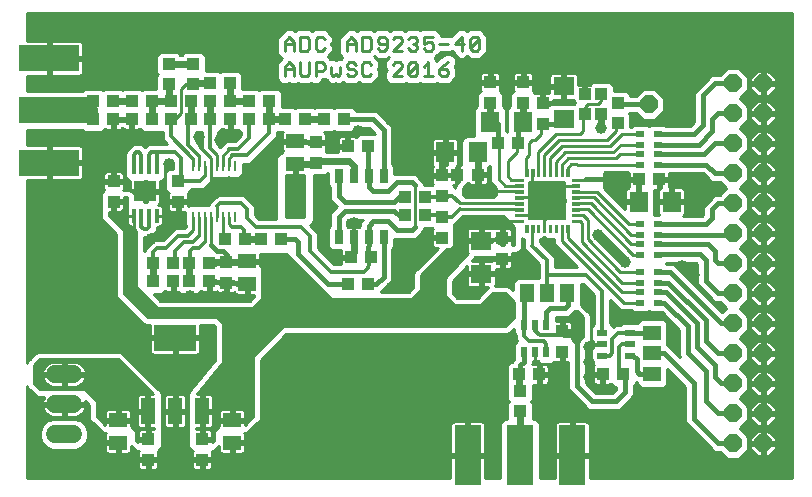
<source format=gtl>
G75*
%MOIN*%
%OFA0B0*%
%FSLAX25Y25*%
%IPPOS*%
%LPD*%
%AMOC8*
5,1,8,0,0,1.08239X$1,22.5*
%
%ADD10C,0.01100*%
%ADD11R,0.04252X0.04134*%
%ADD12R,0.03937X0.04331*%
%ADD13R,0.03150X0.02362*%
%ADD14R,0.03150X0.01969*%
%ADD15R,0.04799X0.08799*%
%ADD16R,0.14173X0.08661*%
%ADD17OC8,0.06000*%
%ADD18R,0.04331X0.03937*%
%ADD19R,0.04134X0.04252*%
%ADD20R,0.03000X0.04500*%
%ADD21R,0.01083X0.03543*%
%ADD22R,0.01575X0.04724*%
%ADD23R,0.07402X0.06614*%
%ADD24R,0.05906X0.05118*%
%ADD25R,0.02362X0.03543*%
%ADD26R,0.03543X0.02362*%
%ADD27R,0.05118X0.05906*%
%ADD28R,0.06299X0.07087*%
%ADD29R,0.07087X0.06299*%
%ADD30C,0.00213*%
%ADD31C,0.00640*%
%ADD32R,0.20000X0.09000*%
%ADD33R,0.09000X0.20000*%
%ADD34C,0.06000*%
%ADD35C,0.01200*%
%ADD36C,0.03937*%
%ADD37C,0.01000*%
%ADD38C,0.02400*%
%ADD39C,0.01600*%
%ADD40C,0.03200*%
%ADD41C,0.08600*%
D10*
X0127056Y0175056D02*
X0127056Y0178059D01*
X0128558Y0179560D01*
X0130059Y0178059D01*
X0130059Y0175056D01*
X0130059Y0177308D02*
X0127056Y0177308D01*
X0132213Y0175807D02*
X0132963Y0175056D01*
X0134465Y0175056D01*
X0135215Y0175807D01*
X0135215Y0179560D01*
X0137369Y0179560D02*
X0139621Y0179560D01*
X0140372Y0178809D01*
X0140372Y0177308D01*
X0139621Y0176558D01*
X0137369Y0176558D01*
X0137369Y0175056D02*
X0137369Y0179560D01*
X0138120Y0183456D02*
X0139621Y0183456D01*
X0140372Y0184207D01*
X0138120Y0183456D02*
X0137369Y0184207D01*
X0137369Y0187209D01*
X0138120Y0187960D01*
X0139621Y0187960D01*
X0140372Y0187209D01*
X0135215Y0187209D02*
X0135215Y0184207D01*
X0134465Y0183456D01*
X0132213Y0183456D01*
X0132213Y0187960D01*
X0134465Y0187960D01*
X0135215Y0187209D01*
X0130059Y0186459D02*
X0130059Y0183456D01*
X0130059Y0185708D02*
X0127056Y0185708D01*
X0127056Y0186459D02*
X0128558Y0187960D01*
X0130059Y0186459D01*
X0127056Y0186459D02*
X0127056Y0183456D01*
X0132213Y0179560D02*
X0132213Y0175807D01*
X0142525Y0175807D02*
X0143276Y0175056D01*
X0144027Y0175807D01*
X0144777Y0175056D01*
X0145528Y0175807D01*
X0145528Y0178059D01*
X0147682Y0178059D02*
X0148433Y0177308D01*
X0149934Y0177308D01*
X0150684Y0176558D01*
X0150684Y0175807D01*
X0149934Y0175056D01*
X0148433Y0175056D01*
X0147682Y0175807D01*
X0147682Y0178059D02*
X0147682Y0178809D01*
X0148433Y0179560D01*
X0149934Y0179560D01*
X0150684Y0178809D01*
X0152838Y0178809D02*
X0152838Y0175807D01*
X0153589Y0175056D01*
X0155090Y0175056D01*
X0155841Y0175807D01*
X0155841Y0178809D02*
X0155090Y0179560D01*
X0153589Y0179560D01*
X0152838Y0178809D01*
X0152838Y0183456D02*
X0155090Y0183456D01*
X0155841Y0184207D01*
X0155841Y0187209D01*
X0155090Y0187960D01*
X0152838Y0187960D01*
X0152838Y0183456D01*
X0150684Y0183456D02*
X0150684Y0186459D01*
X0149183Y0187960D01*
X0147682Y0186459D01*
X0147682Y0183456D01*
X0147682Y0185708D02*
X0150684Y0185708D01*
X0157995Y0186459D02*
X0158745Y0185708D01*
X0160997Y0185708D01*
X0160997Y0184207D02*
X0160997Y0187209D01*
X0160247Y0187960D01*
X0158745Y0187960D01*
X0157995Y0187209D01*
X0157995Y0186459D01*
X0157995Y0184207D02*
X0158745Y0183456D01*
X0160247Y0183456D01*
X0160997Y0184207D01*
X0163151Y0183456D02*
X0166154Y0186459D01*
X0166154Y0187209D01*
X0165403Y0187960D01*
X0163902Y0187960D01*
X0163151Y0187209D01*
X0163151Y0183456D02*
X0166154Y0183456D01*
X0168307Y0184207D02*
X0169058Y0183456D01*
X0170559Y0183456D01*
X0171310Y0184207D01*
X0171310Y0184958D01*
X0170559Y0185708D01*
X0169809Y0185708D01*
X0170559Y0185708D02*
X0171310Y0186459D01*
X0171310Y0187209D01*
X0170559Y0187960D01*
X0169058Y0187960D01*
X0168307Y0187209D01*
X0173464Y0187960D02*
X0173464Y0185708D01*
X0174965Y0186459D01*
X0175716Y0186459D01*
X0176466Y0185708D01*
X0176466Y0184207D01*
X0175716Y0183456D01*
X0174215Y0183456D01*
X0173464Y0184207D01*
X0173464Y0187960D02*
X0176466Y0187960D01*
X0178620Y0185708D02*
X0181623Y0185708D01*
X0183777Y0185708D02*
X0186779Y0185708D01*
X0186029Y0183456D02*
X0186029Y0187960D01*
X0183777Y0185708D01*
X0188933Y0184207D02*
X0191936Y0187209D01*
X0191936Y0184207D01*
X0191185Y0183456D01*
X0189684Y0183456D01*
X0188933Y0184207D01*
X0188933Y0187209D01*
X0189684Y0187960D01*
X0191185Y0187960D01*
X0191936Y0187209D01*
X0181623Y0179560D02*
X0180122Y0178809D01*
X0178620Y0177308D01*
X0180872Y0177308D01*
X0181623Y0176558D01*
X0181623Y0175807D01*
X0180872Y0175056D01*
X0179371Y0175056D01*
X0178620Y0175807D01*
X0178620Y0177308D01*
X0176466Y0175056D02*
X0173464Y0175056D01*
X0174965Y0175056D02*
X0174965Y0179560D01*
X0173464Y0178059D01*
X0171310Y0178809D02*
X0171310Y0175807D01*
X0170559Y0175056D01*
X0169058Y0175056D01*
X0168307Y0175807D01*
X0171310Y0178809D01*
X0170559Y0179560D01*
X0169058Y0179560D01*
X0168307Y0178809D01*
X0168307Y0175807D01*
X0166154Y0175056D02*
X0163151Y0175056D01*
X0166154Y0178059D01*
X0166154Y0178809D01*
X0165403Y0179560D01*
X0163902Y0179560D01*
X0163151Y0178809D01*
X0142525Y0178059D02*
X0142525Y0175807D01*
D11*
X0137506Y0152951D03*
X0137506Y0146061D03*
X0179506Y0141951D03*
X0179506Y0135061D03*
X0179506Y0127951D03*
X0179506Y0121061D03*
X0199506Y0120951D03*
X0199506Y0114061D03*
X0219506Y0089951D03*
X0219506Y0083061D03*
X0213006Y0159061D03*
X0213006Y0165951D03*
X0206506Y0166061D03*
X0206506Y0172951D03*
X0195506Y0172951D03*
X0195506Y0166061D03*
X0107506Y0112951D03*
X0107506Y0106061D03*
X0091506Y0133061D03*
X0091506Y0139951D03*
X0070006Y0139951D03*
X0070006Y0133061D03*
X0081506Y0053951D03*
X0081506Y0047061D03*
X0099506Y0047061D03*
X0099506Y0053951D03*
D12*
X0148160Y0105506D03*
X0154853Y0105506D03*
X0125853Y0120506D03*
X0119160Y0120506D03*
X0113853Y0120506D03*
X0107160Y0120506D03*
X0101853Y0112506D03*
X0095160Y0112506D03*
X0089853Y0112506D03*
X0083160Y0112506D03*
X0083160Y0106506D03*
X0089853Y0106506D03*
X0095160Y0106506D03*
X0101853Y0106506D03*
X0167160Y0128506D03*
X0173853Y0128506D03*
X0173853Y0134506D03*
X0167160Y0134506D03*
X0146853Y0160506D03*
X0140160Y0160506D03*
X0133853Y0160506D03*
X0127160Y0160506D03*
X0121853Y0160506D03*
X0115160Y0160506D03*
X0108853Y0166506D03*
X0108853Y0172506D03*
X0102160Y0172506D03*
X0102160Y0166506D03*
X0095853Y0166506D03*
X0089160Y0166506D03*
X0082853Y0166506D03*
X0076160Y0166506D03*
X0069853Y0166506D03*
X0069853Y0160506D03*
X0063160Y0160506D03*
X0063160Y0166506D03*
X0205160Y0075506D03*
X0211853Y0075506D03*
D13*
X0245554Y0099487D03*
X0251459Y0099487D03*
X0251459Y0109526D03*
X0245554Y0109526D03*
X0245554Y0115487D03*
X0251459Y0115487D03*
X0251459Y0125526D03*
X0245554Y0125526D03*
X0245554Y0145487D03*
X0251459Y0145487D03*
X0251459Y0155526D03*
X0245554Y0155526D03*
D14*
X0245554Y0152081D03*
X0245554Y0148931D03*
X0251459Y0148931D03*
X0251459Y0152081D03*
X0251459Y0122081D03*
X0251459Y0118931D03*
X0245554Y0118931D03*
X0245554Y0122081D03*
X0245554Y0106081D03*
X0245554Y0102931D03*
X0251459Y0102931D03*
X0251459Y0106081D03*
D15*
X0099605Y0063306D03*
X0090506Y0063306D03*
X0081408Y0063306D03*
D16*
X0090506Y0087707D03*
D17*
X0248506Y0165506D03*
X0276506Y0162506D03*
X0286506Y0162506D03*
X0286506Y0152506D03*
X0276506Y0152506D03*
X0276506Y0142506D03*
X0286506Y0142506D03*
X0286506Y0132506D03*
X0276506Y0132506D03*
X0276506Y0122506D03*
X0286506Y0122506D03*
X0286506Y0112506D03*
X0276506Y0112506D03*
X0276506Y0102506D03*
X0286506Y0102506D03*
X0286506Y0092506D03*
X0276506Y0092506D03*
X0276506Y0082506D03*
X0286506Y0082506D03*
X0286506Y0072506D03*
X0276506Y0072506D03*
X0276506Y0062506D03*
X0286506Y0062506D03*
X0286506Y0052506D03*
X0276506Y0052506D03*
X0276506Y0172506D03*
X0286506Y0172506D03*
D18*
X0238006Y0165853D03*
X0232506Y0162160D03*
X0227006Y0162160D03*
X0227006Y0168853D03*
X0232506Y0168853D03*
X0238006Y0159160D03*
X0205506Y0069853D03*
X0205506Y0063160D03*
X0096506Y0172160D03*
X0088506Y0172160D03*
X0088506Y0178853D03*
X0096506Y0178853D03*
D19*
X0115061Y0166506D03*
X0121951Y0166506D03*
X0108951Y0160506D03*
X0102061Y0160506D03*
X0095951Y0160506D03*
X0089061Y0160506D03*
X0082951Y0160506D03*
X0076061Y0160506D03*
X0148061Y0151506D03*
X0154951Y0151506D03*
X0184561Y0142006D03*
X0191451Y0142006D03*
X0198061Y0152506D03*
X0204951Y0152506D03*
X0245061Y0140506D03*
X0251951Y0140506D03*
X0239951Y0075506D03*
X0233061Y0075506D03*
X0155951Y0114506D03*
X0149061Y0114506D03*
D20*
X0150006Y0121270D03*
X0145006Y0121270D03*
X0155006Y0121270D03*
X0160006Y0121270D03*
X0160006Y0141743D03*
X0155006Y0141743D03*
X0150006Y0141743D03*
X0145006Y0141743D03*
D21*
X0110396Y0144971D03*
X0108428Y0144971D03*
X0106459Y0144971D03*
X0104491Y0144971D03*
X0102522Y0144971D03*
X0100554Y0144971D03*
X0098585Y0144971D03*
X0096617Y0144971D03*
X0096617Y0128042D03*
X0098585Y0128042D03*
X0100554Y0128042D03*
X0102522Y0128042D03*
X0104491Y0128042D03*
X0106459Y0128042D03*
X0108428Y0128042D03*
X0110396Y0128042D03*
D22*
X0084345Y0128435D03*
X0081786Y0128435D03*
X0079227Y0128435D03*
X0076668Y0128435D03*
X0076668Y0144577D03*
X0079227Y0144577D03*
X0081786Y0144577D03*
X0084345Y0144577D03*
D23*
X0080506Y0136506D03*
D24*
X0114506Y0113246D03*
X0114506Y0105766D03*
X0130506Y0145766D03*
X0130506Y0153246D03*
X0249506Y0089199D03*
X0249506Y0082506D03*
X0249506Y0075813D03*
X0109506Y0060246D03*
X0109506Y0052766D03*
X0071506Y0052766D03*
X0071506Y0060246D03*
D25*
X0206766Y0082979D03*
X0210506Y0082979D03*
X0214246Y0082979D03*
X0214246Y0092034D03*
X0210506Y0092034D03*
X0206766Y0092034D03*
D26*
X0232979Y0089246D03*
X0232979Y0085506D03*
X0232979Y0081766D03*
X0242034Y0081766D03*
X0242034Y0085506D03*
X0242034Y0089246D03*
D27*
X0221199Y0102506D03*
X0214506Y0102506D03*
X0207813Y0102506D03*
D28*
X0244994Y0133006D03*
X0256018Y0133006D03*
X0206518Y0159506D03*
X0195494Y0159506D03*
X0191518Y0149506D03*
X0180494Y0149506D03*
D29*
X0220006Y0160494D03*
X0220006Y0171518D03*
X0192506Y0120018D03*
X0192506Y0108994D03*
D30*
X0208042Y0122983D02*
X0208042Y0125329D01*
X0208042Y0122983D02*
X0207192Y0122983D01*
X0207192Y0125329D01*
X0208042Y0125329D01*
X0208042Y0123195D02*
X0207192Y0123195D01*
X0207192Y0123407D02*
X0208042Y0123407D01*
X0208042Y0123619D02*
X0207192Y0123619D01*
X0207192Y0123831D02*
X0208042Y0123831D01*
X0208042Y0124043D02*
X0207192Y0124043D01*
X0207192Y0124255D02*
X0208042Y0124255D01*
X0208042Y0124467D02*
X0207192Y0124467D01*
X0207192Y0124679D02*
X0208042Y0124679D01*
X0208042Y0124891D02*
X0207192Y0124891D01*
X0207192Y0125103D02*
X0208042Y0125103D01*
X0208042Y0125315D02*
X0207192Y0125315D01*
X0206329Y0126192D02*
X0206329Y0127042D01*
X0206329Y0126192D02*
X0203983Y0126192D01*
X0203983Y0127042D01*
X0206329Y0127042D01*
X0206329Y0126404D02*
X0203983Y0126404D01*
X0203983Y0126616D02*
X0206329Y0126616D01*
X0206329Y0126828D02*
X0203983Y0126828D01*
X0203983Y0127040D02*
X0206329Y0127040D01*
X0206329Y0128160D02*
X0206329Y0129010D01*
X0206329Y0128160D02*
X0203983Y0128160D01*
X0203983Y0129010D01*
X0206329Y0129010D01*
X0206329Y0128372D02*
X0203983Y0128372D01*
X0203983Y0128584D02*
X0206329Y0128584D01*
X0206329Y0128796D02*
X0203983Y0128796D01*
X0203983Y0129008D02*
X0206329Y0129008D01*
X0206329Y0130129D02*
X0206329Y0130979D01*
X0206329Y0130129D02*
X0203983Y0130129D01*
X0203983Y0130979D01*
X0206329Y0130979D01*
X0206329Y0130341D02*
X0203983Y0130341D01*
X0203983Y0130553D02*
X0206329Y0130553D01*
X0206329Y0130765D02*
X0203983Y0130765D01*
X0203983Y0130977D02*
X0206329Y0130977D01*
X0206329Y0132097D02*
X0206329Y0132947D01*
X0206329Y0132097D02*
X0203983Y0132097D01*
X0203983Y0132947D01*
X0206329Y0132947D01*
X0206329Y0132309D02*
X0203983Y0132309D01*
X0203983Y0132521D02*
X0206329Y0132521D01*
X0206329Y0132733D02*
X0203983Y0132733D01*
X0203983Y0132945D02*
X0206329Y0132945D01*
X0206329Y0134066D02*
X0206329Y0134916D01*
X0206329Y0134066D02*
X0203983Y0134066D01*
X0203983Y0134916D01*
X0206329Y0134916D01*
X0206329Y0134278D02*
X0203983Y0134278D01*
X0203983Y0134490D02*
X0206329Y0134490D01*
X0206329Y0134702D02*
X0203983Y0134702D01*
X0203983Y0134914D02*
X0206329Y0134914D01*
X0206329Y0136034D02*
X0206329Y0136884D01*
X0206329Y0136034D02*
X0203983Y0136034D01*
X0203983Y0136884D01*
X0206329Y0136884D01*
X0206329Y0136246D02*
X0203983Y0136246D01*
X0203983Y0136458D02*
X0206329Y0136458D01*
X0206329Y0136670D02*
X0203983Y0136670D01*
X0203983Y0136882D02*
X0206329Y0136882D01*
X0206329Y0138003D02*
X0206329Y0138853D01*
X0206329Y0138003D02*
X0203983Y0138003D01*
X0203983Y0138853D01*
X0206329Y0138853D01*
X0206329Y0138215D02*
X0203983Y0138215D01*
X0203983Y0138427D02*
X0206329Y0138427D01*
X0206329Y0138639D02*
X0203983Y0138639D01*
X0203983Y0138851D02*
X0206329Y0138851D01*
X0206329Y0139971D02*
X0206329Y0140821D01*
X0206329Y0139971D02*
X0203983Y0139971D01*
X0203983Y0140821D01*
X0206329Y0140821D01*
X0206329Y0140183D02*
X0203983Y0140183D01*
X0203983Y0140395D02*
X0206329Y0140395D01*
X0206329Y0140607D02*
X0203983Y0140607D01*
X0203983Y0140819D02*
X0206329Y0140819D01*
X0208042Y0141684D02*
X0208042Y0144030D01*
X0208042Y0141684D02*
X0207192Y0141684D01*
X0207192Y0144030D01*
X0208042Y0144030D01*
X0208042Y0141896D02*
X0207192Y0141896D01*
X0207192Y0142108D02*
X0208042Y0142108D01*
X0208042Y0142320D02*
X0207192Y0142320D01*
X0207192Y0142532D02*
X0208042Y0142532D01*
X0208042Y0142744D02*
X0207192Y0142744D01*
X0207192Y0142956D02*
X0208042Y0142956D01*
X0208042Y0143168D02*
X0207192Y0143168D01*
X0207192Y0143380D02*
X0208042Y0143380D01*
X0208042Y0143592D02*
X0207192Y0143592D01*
X0207192Y0143804D02*
X0208042Y0143804D01*
X0208042Y0144016D02*
X0207192Y0144016D01*
X0210010Y0144030D02*
X0210010Y0141684D01*
X0209160Y0141684D01*
X0209160Y0144030D01*
X0210010Y0144030D01*
X0210010Y0141896D02*
X0209160Y0141896D01*
X0209160Y0142108D02*
X0210010Y0142108D01*
X0210010Y0142320D02*
X0209160Y0142320D01*
X0209160Y0142532D02*
X0210010Y0142532D01*
X0210010Y0142744D02*
X0209160Y0142744D01*
X0209160Y0142956D02*
X0210010Y0142956D01*
X0210010Y0143168D02*
X0209160Y0143168D01*
X0209160Y0143380D02*
X0210010Y0143380D01*
X0210010Y0143592D02*
X0209160Y0143592D01*
X0209160Y0143804D02*
X0210010Y0143804D01*
X0210010Y0144016D02*
X0209160Y0144016D01*
X0211979Y0144030D02*
X0211979Y0141684D01*
X0211129Y0141684D01*
X0211129Y0144030D01*
X0211979Y0144030D01*
X0211979Y0141896D02*
X0211129Y0141896D01*
X0211129Y0142108D02*
X0211979Y0142108D01*
X0211979Y0142320D02*
X0211129Y0142320D01*
X0211129Y0142532D02*
X0211979Y0142532D01*
X0211979Y0142744D02*
X0211129Y0142744D01*
X0211129Y0142956D02*
X0211979Y0142956D01*
X0211979Y0143168D02*
X0211129Y0143168D01*
X0211129Y0143380D02*
X0211979Y0143380D01*
X0211979Y0143592D02*
X0211129Y0143592D01*
X0211129Y0143804D02*
X0211979Y0143804D01*
X0211979Y0144016D02*
X0211129Y0144016D01*
X0213947Y0144030D02*
X0213947Y0141684D01*
X0213097Y0141684D01*
X0213097Y0144030D01*
X0213947Y0144030D01*
X0213947Y0141896D02*
X0213097Y0141896D01*
X0213097Y0142108D02*
X0213947Y0142108D01*
X0213947Y0142320D02*
X0213097Y0142320D01*
X0213097Y0142532D02*
X0213947Y0142532D01*
X0213947Y0142744D02*
X0213097Y0142744D01*
X0213097Y0142956D02*
X0213947Y0142956D01*
X0213947Y0143168D02*
X0213097Y0143168D01*
X0213097Y0143380D02*
X0213947Y0143380D01*
X0213947Y0143592D02*
X0213097Y0143592D01*
X0213097Y0143804D02*
X0213947Y0143804D01*
X0213947Y0144016D02*
X0213097Y0144016D01*
X0215916Y0144030D02*
X0215916Y0141684D01*
X0215066Y0141684D01*
X0215066Y0144030D01*
X0215916Y0144030D01*
X0215916Y0141896D02*
X0215066Y0141896D01*
X0215066Y0142108D02*
X0215916Y0142108D01*
X0215916Y0142320D02*
X0215066Y0142320D01*
X0215066Y0142532D02*
X0215916Y0142532D01*
X0215916Y0142744D02*
X0215066Y0142744D01*
X0215066Y0142956D02*
X0215916Y0142956D01*
X0215916Y0143168D02*
X0215066Y0143168D01*
X0215066Y0143380D02*
X0215916Y0143380D01*
X0215916Y0143592D02*
X0215066Y0143592D01*
X0215066Y0143804D02*
X0215916Y0143804D01*
X0215916Y0144016D02*
X0215066Y0144016D01*
X0217884Y0144030D02*
X0217884Y0141684D01*
X0217034Y0141684D01*
X0217034Y0144030D01*
X0217884Y0144030D01*
X0217884Y0141896D02*
X0217034Y0141896D01*
X0217034Y0142108D02*
X0217884Y0142108D01*
X0217884Y0142320D02*
X0217034Y0142320D01*
X0217034Y0142532D02*
X0217884Y0142532D01*
X0217884Y0142744D02*
X0217034Y0142744D01*
X0217034Y0142956D02*
X0217884Y0142956D01*
X0217884Y0143168D02*
X0217034Y0143168D01*
X0217034Y0143380D02*
X0217884Y0143380D01*
X0217884Y0143592D02*
X0217034Y0143592D01*
X0217034Y0143804D02*
X0217884Y0143804D01*
X0217884Y0144016D02*
X0217034Y0144016D01*
X0219853Y0144030D02*
X0219853Y0141684D01*
X0219003Y0141684D01*
X0219003Y0144030D01*
X0219853Y0144030D01*
X0219853Y0141896D02*
X0219003Y0141896D01*
X0219003Y0142108D02*
X0219853Y0142108D01*
X0219853Y0142320D02*
X0219003Y0142320D01*
X0219003Y0142532D02*
X0219853Y0142532D01*
X0219853Y0142744D02*
X0219003Y0142744D01*
X0219003Y0142956D02*
X0219853Y0142956D01*
X0219853Y0143168D02*
X0219003Y0143168D01*
X0219003Y0143380D02*
X0219853Y0143380D01*
X0219853Y0143592D02*
X0219003Y0143592D01*
X0219003Y0143804D02*
X0219853Y0143804D01*
X0219853Y0144016D02*
X0219003Y0144016D01*
X0221821Y0144030D02*
X0221821Y0141684D01*
X0220971Y0141684D01*
X0220971Y0144030D01*
X0221821Y0144030D01*
X0221821Y0141896D02*
X0220971Y0141896D01*
X0220971Y0142108D02*
X0221821Y0142108D01*
X0221821Y0142320D02*
X0220971Y0142320D01*
X0220971Y0142532D02*
X0221821Y0142532D01*
X0221821Y0142744D02*
X0220971Y0142744D01*
X0220971Y0142956D02*
X0221821Y0142956D01*
X0221821Y0143168D02*
X0220971Y0143168D01*
X0220971Y0143380D02*
X0221821Y0143380D01*
X0221821Y0143592D02*
X0220971Y0143592D01*
X0220971Y0143804D02*
X0221821Y0143804D01*
X0221821Y0144016D02*
X0220971Y0144016D01*
X0225030Y0140821D02*
X0225030Y0139971D01*
X0222684Y0139971D01*
X0222684Y0140821D01*
X0225030Y0140821D01*
X0225030Y0140183D02*
X0222684Y0140183D01*
X0222684Y0140395D02*
X0225030Y0140395D01*
X0225030Y0140607D02*
X0222684Y0140607D01*
X0222684Y0140819D02*
X0225030Y0140819D01*
X0225030Y0138853D02*
X0225030Y0138003D01*
X0222684Y0138003D01*
X0222684Y0138853D01*
X0225030Y0138853D01*
X0225030Y0138215D02*
X0222684Y0138215D01*
X0222684Y0138427D02*
X0225030Y0138427D01*
X0225030Y0138639D02*
X0222684Y0138639D01*
X0222684Y0138851D02*
X0225030Y0138851D01*
X0225030Y0136884D02*
X0225030Y0136034D01*
X0222684Y0136034D01*
X0222684Y0136884D01*
X0225030Y0136884D01*
X0225030Y0136246D02*
X0222684Y0136246D01*
X0222684Y0136458D02*
X0225030Y0136458D01*
X0225030Y0136670D02*
X0222684Y0136670D01*
X0222684Y0136882D02*
X0225030Y0136882D01*
X0225030Y0134916D02*
X0225030Y0134066D01*
X0222684Y0134066D01*
X0222684Y0134916D01*
X0225030Y0134916D01*
X0225030Y0134278D02*
X0222684Y0134278D01*
X0222684Y0134490D02*
X0225030Y0134490D01*
X0225030Y0134702D02*
X0222684Y0134702D01*
X0222684Y0134914D02*
X0225030Y0134914D01*
X0225030Y0132947D02*
X0225030Y0132097D01*
X0222684Y0132097D01*
X0222684Y0132947D01*
X0225030Y0132947D01*
X0225030Y0132309D02*
X0222684Y0132309D01*
X0222684Y0132521D02*
X0225030Y0132521D01*
X0225030Y0132733D02*
X0222684Y0132733D01*
X0222684Y0132945D02*
X0225030Y0132945D01*
X0225030Y0130979D02*
X0225030Y0130129D01*
X0222684Y0130129D01*
X0222684Y0130979D01*
X0225030Y0130979D01*
X0225030Y0130341D02*
X0222684Y0130341D01*
X0222684Y0130553D02*
X0225030Y0130553D01*
X0225030Y0130765D02*
X0222684Y0130765D01*
X0222684Y0130977D02*
X0225030Y0130977D01*
X0225030Y0129010D02*
X0225030Y0128160D01*
X0222684Y0128160D01*
X0222684Y0129010D01*
X0225030Y0129010D01*
X0225030Y0128372D02*
X0222684Y0128372D01*
X0222684Y0128584D02*
X0225030Y0128584D01*
X0225030Y0128796D02*
X0222684Y0128796D01*
X0222684Y0129008D02*
X0225030Y0129008D01*
X0225030Y0127042D02*
X0225030Y0126192D01*
X0222684Y0126192D01*
X0222684Y0127042D01*
X0225030Y0127042D01*
X0225030Y0126404D02*
X0222684Y0126404D01*
X0222684Y0126616D02*
X0225030Y0126616D01*
X0225030Y0126828D02*
X0222684Y0126828D01*
X0222684Y0127040D02*
X0225030Y0127040D01*
X0221821Y0125329D02*
X0221821Y0122983D01*
X0220971Y0122983D01*
X0220971Y0125329D01*
X0221821Y0125329D01*
X0221821Y0123195D02*
X0220971Y0123195D01*
X0220971Y0123407D02*
X0221821Y0123407D01*
X0221821Y0123619D02*
X0220971Y0123619D01*
X0220971Y0123831D02*
X0221821Y0123831D01*
X0221821Y0124043D02*
X0220971Y0124043D01*
X0220971Y0124255D02*
X0221821Y0124255D01*
X0221821Y0124467D02*
X0220971Y0124467D01*
X0220971Y0124679D02*
X0221821Y0124679D01*
X0221821Y0124891D02*
X0220971Y0124891D01*
X0220971Y0125103D02*
X0221821Y0125103D01*
X0221821Y0125315D02*
X0220971Y0125315D01*
X0219853Y0125329D02*
X0219853Y0122983D01*
X0219003Y0122983D01*
X0219003Y0125329D01*
X0219853Y0125329D01*
X0219853Y0123195D02*
X0219003Y0123195D01*
X0219003Y0123407D02*
X0219853Y0123407D01*
X0219853Y0123619D02*
X0219003Y0123619D01*
X0219003Y0123831D02*
X0219853Y0123831D01*
X0219853Y0124043D02*
X0219003Y0124043D01*
X0219003Y0124255D02*
X0219853Y0124255D01*
X0219853Y0124467D02*
X0219003Y0124467D01*
X0219003Y0124679D02*
X0219853Y0124679D01*
X0219853Y0124891D02*
X0219003Y0124891D01*
X0219003Y0125103D02*
X0219853Y0125103D01*
X0219853Y0125315D02*
X0219003Y0125315D01*
X0217884Y0125329D02*
X0217884Y0122983D01*
X0217034Y0122983D01*
X0217034Y0125329D01*
X0217884Y0125329D01*
X0217884Y0123195D02*
X0217034Y0123195D01*
X0217034Y0123407D02*
X0217884Y0123407D01*
X0217884Y0123619D02*
X0217034Y0123619D01*
X0217034Y0123831D02*
X0217884Y0123831D01*
X0217884Y0124043D02*
X0217034Y0124043D01*
X0217034Y0124255D02*
X0217884Y0124255D01*
X0217884Y0124467D02*
X0217034Y0124467D01*
X0217034Y0124679D02*
X0217884Y0124679D01*
X0217884Y0124891D02*
X0217034Y0124891D01*
X0217034Y0125103D02*
X0217884Y0125103D01*
X0217884Y0125315D02*
X0217034Y0125315D01*
X0215916Y0125329D02*
X0215916Y0122983D01*
X0215066Y0122983D01*
X0215066Y0125329D01*
X0215916Y0125329D01*
X0215916Y0123195D02*
X0215066Y0123195D01*
X0215066Y0123407D02*
X0215916Y0123407D01*
X0215916Y0123619D02*
X0215066Y0123619D01*
X0215066Y0123831D02*
X0215916Y0123831D01*
X0215916Y0124043D02*
X0215066Y0124043D01*
X0215066Y0124255D02*
X0215916Y0124255D01*
X0215916Y0124467D02*
X0215066Y0124467D01*
X0215066Y0124679D02*
X0215916Y0124679D01*
X0215916Y0124891D02*
X0215066Y0124891D01*
X0215066Y0125103D02*
X0215916Y0125103D01*
X0215916Y0125315D02*
X0215066Y0125315D01*
X0213947Y0125329D02*
X0213947Y0122983D01*
X0213097Y0122983D01*
X0213097Y0125329D01*
X0213947Y0125329D01*
X0213947Y0123195D02*
X0213097Y0123195D01*
X0213097Y0123407D02*
X0213947Y0123407D01*
X0213947Y0123619D02*
X0213097Y0123619D01*
X0213097Y0123831D02*
X0213947Y0123831D01*
X0213947Y0124043D02*
X0213097Y0124043D01*
X0213097Y0124255D02*
X0213947Y0124255D01*
X0213947Y0124467D02*
X0213097Y0124467D01*
X0213097Y0124679D02*
X0213947Y0124679D01*
X0213947Y0124891D02*
X0213097Y0124891D01*
X0213097Y0125103D02*
X0213947Y0125103D01*
X0213947Y0125315D02*
X0213097Y0125315D01*
X0211979Y0125329D02*
X0211979Y0122983D01*
X0211129Y0122983D01*
X0211129Y0125329D01*
X0211979Y0125329D01*
X0211979Y0123195D02*
X0211129Y0123195D01*
X0211129Y0123407D02*
X0211979Y0123407D01*
X0211979Y0123619D02*
X0211129Y0123619D01*
X0211129Y0123831D02*
X0211979Y0123831D01*
X0211979Y0124043D02*
X0211129Y0124043D01*
X0211129Y0124255D02*
X0211979Y0124255D01*
X0211979Y0124467D02*
X0211129Y0124467D01*
X0211129Y0124679D02*
X0211979Y0124679D01*
X0211979Y0124891D02*
X0211129Y0124891D01*
X0211129Y0125103D02*
X0211979Y0125103D01*
X0211979Y0125315D02*
X0211129Y0125315D01*
X0210010Y0125329D02*
X0210010Y0122983D01*
X0209160Y0122983D01*
X0209160Y0125329D01*
X0210010Y0125329D01*
X0210010Y0123195D02*
X0209160Y0123195D01*
X0209160Y0123407D02*
X0210010Y0123407D01*
X0210010Y0123619D02*
X0209160Y0123619D01*
X0209160Y0123831D02*
X0210010Y0123831D01*
X0210010Y0124043D02*
X0209160Y0124043D01*
X0209160Y0124255D02*
X0210010Y0124255D01*
X0210010Y0124467D02*
X0209160Y0124467D01*
X0209160Y0124679D02*
X0210010Y0124679D01*
X0210010Y0124891D02*
X0209160Y0124891D01*
X0209160Y0125103D02*
X0210010Y0125103D01*
X0210010Y0125315D02*
X0209160Y0125315D01*
D31*
X0220583Y0127429D02*
X0220583Y0139583D01*
X0220583Y0127429D02*
X0208429Y0127429D01*
X0208429Y0139583D01*
X0220583Y0139583D01*
X0220583Y0128068D02*
X0208429Y0128068D01*
X0208429Y0128707D02*
X0220583Y0128707D01*
X0220583Y0129346D02*
X0208429Y0129346D01*
X0208429Y0129985D02*
X0220583Y0129985D01*
X0220583Y0130624D02*
X0208429Y0130624D01*
X0208429Y0131263D02*
X0220583Y0131263D01*
X0220583Y0131902D02*
X0208429Y0131902D01*
X0208429Y0132541D02*
X0220583Y0132541D01*
X0220583Y0133180D02*
X0208429Y0133180D01*
X0208429Y0133819D02*
X0220583Y0133819D01*
X0220583Y0134458D02*
X0208429Y0134458D01*
X0208429Y0135097D02*
X0220583Y0135097D01*
X0220583Y0135736D02*
X0208429Y0135736D01*
X0208429Y0136375D02*
X0220583Y0136375D01*
X0220583Y0137014D02*
X0208429Y0137014D01*
X0208429Y0137653D02*
X0220583Y0137653D01*
X0220583Y0138292D02*
X0208429Y0138292D01*
X0208429Y0138931D02*
X0220583Y0138931D01*
X0220583Y0139570D02*
X0208429Y0139570D01*
D32*
X0048606Y0146106D03*
X0048606Y0163506D03*
X0048606Y0180906D03*
D33*
X0188106Y0048606D03*
X0205506Y0048606D03*
X0222906Y0048606D03*
D34*
X0056506Y0055506D02*
X0050506Y0055506D01*
X0050506Y0065506D02*
X0056506Y0065506D01*
X0056506Y0075506D02*
X0050506Y0075506D01*
D35*
X0083160Y0112506D02*
X0083160Y0116160D01*
X0084506Y0117506D01*
X0087506Y0117506D01*
X0091506Y0121506D01*
X0094506Y0121506D01*
X0093506Y0119506D02*
X0090506Y0116506D01*
X0090506Y0114160D01*
X0089853Y0112506D01*
X0089853Y0112853D01*
X0095160Y0112506D02*
X0095506Y0113853D01*
X0095506Y0116506D01*
X0096506Y0117506D01*
X0098506Y0117506D01*
X0100554Y0119554D01*
X0098585Y0121585D02*
X0096506Y0119506D01*
X0093506Y0119506D01*
X0081786Y0124686D02*
X0081786Y0128435D01*
X0079227Y0128435D02*
X0079227Y0124786D01*
X0080106Y0123906D01*
X0081006Y0123906D01*
X0081786Y0124686D01*
X0091506Y0139951D02*
X0098951Y0139951D01*
X0100506Y0141506D01*
X0096617Y0147396D02*
X0089061Y0154951D01*
X0089061Y0160506D01*
X0094951Y0160506D02*
X0094951Y0152061D01*
X0098585Y0148428D01*
X0102061Y0150920D02*
X0102061Y0160061D01*
X0102506Y0160506D01*
X0102061Y0160506D01*
X0108506Y0150506D02*
X0111506Y0150506D01*
X0115160Y0154160D01*
X0115160Y0160506D01*
X0121853Y0160506D02*
X0121853Y0155853D01*
X0114506Y0148506D01*
X0109506Y0148506D01*
X0092506Y0147506D02*
X0092506Y0140506D01*
X0091951Y0139951D01*
X0091506Y0139951D01*
X0084506Y0144739D02*
X0084506Y0149506D01*
X0090506Y0149506D01*
X0092506Y0147506D01*
X0084506Y0149506D02*
X0082506Y0149506D01*
X0081786Y0148786D01*
X0081786Y0144577D01*
X0079227Y0144577D02*
X0079227Y0148786D01*
X0078506Y0149506D01*
X0077506Y0149506D01*
X0076668Y0148668D01*
X0076668Y0144577D01*
X0063160Y0160506D02*
X0061506Y0163160D01*
X0060506Y0163506D01*
X0048606Y0149406D02*
X0048606Y0146106D01*
X0104491Y0131522D02*
X0105506Y0132506D01*
X0112506Y0132506D01*
X0114506Y0130506D01*
X0114506Y0127506D01*
X0117506Y0124506D01*
X0132506Y0124506D01*
X0135506Y0121506D01*
X0135506Y0116506D01*
X0142506Y0109506D01*
X0153506Y0109506D01*
X0154951Y0110951D01*
X0155951Y0114506D01*
X0173853Y0128506D02*
X0178951Y0128506D01*
X0179506Y0127951D01*
X0182951Y0127951D01*
X0185506Y0130506D01*
X0185506Y0132506D02*
X0182951Y0135061D01*
X0179506Y0135061D01*
X0180951Y0134506D02*
X0173853Y0134506D01*
X0199506Y0120951D02*
X0199506Y0120018D01*
X0209585Y0118428D02*
X0214506Y0113506D01*
X0214506Y0108506D01*
X0227506Y0108506D01*
X0232766Y0103246D01*
X0232766Y0089459D01*
X0232979Y0089246D01*
X0236206Y0087206D02*
X0238246Y0089246D01*
X0242034Y0089246D01*
X0242034Y0085506D02*
X0239506Y0085506D01*
X0238506Y0084506D01*
X0238506Y0076951D01*
X0239951Y0075506D01*
X0235366Y0081766D02*
X0232979Y0081766D01*
X0235366Y0081766D02*
X0236206Y0082606D01*
X0236206Y0087206D01*
X0220306Y0088751D02*
X0219506Y0089951D01*
X0220306Y0088751D02*
X0212061Y0088751D01*
X0210506Y0090106D01*
X0210506Y0092034D01*
X0206766Y0092034D02*
X0206766Y0088246D01*
X0208506Y0086506D01*
X0213506Y0086506D01*
X0214246Y0085766D01*
X0214246Y0082979D01*
X0214506Y0102506D02*
X0214506Y0108506D01*
X0113853Y0120506D02*
X0113506Y0120853D01*
X0113506Y0123506D01*
X0112506Y0124506D01*
X0109506Y0124506D01*
D36*
X0121506Y0130506D03*
X0130506Y0130006D03*
X0130506Y0134506D03*
X0139506Y0131506D03*
X0139506Y0125506D03*
X0150006Y0126006D03*
X0140006Y0118006D03*
X0144006Y0115006D03*
X0126506Y0111506D03*
X0122506Y0113506D03*
X0122506Y0108506D03*
X0107506Y0101506D03*
X0101506Y0101506D03*
X0095506Y0101506D03*
X0089506Y0101506D03*
X0067506Y0093506D03*
X0084506Y0078506D03*
X0087506Y0073506D03*
X0093506Y0073506D03*
X0090506Y0078506D03*
X0096506Y0078506D03*
X0090506Y0054506D03*
X0087506Y0049506D03*
X0093506Y0049506D03*
X0094506Y0043506D03*
X0071506Y0045506D03*
X0064506Y0052506D03*
X0057506Y0045506D03*
X0043506Y0043506D03*
X0044506Y0061506D03*
X0043506Y0093506D03*
X0055506Y0115506D03*
X0082506Y0120506D03*
X0087506Y0123506D03*
X0091506Y0127506D03*
X0098506Y0133506D03*
X0103506Y0136506D03*
X0108506Y0139506D03*
X0118506Y0139506D03*
X0122506Y0149506D03*
X0109506Y0155506D03*
X0105506Y0153506D03*
X0098506Y0154506D03*
X0088506Y0145506D03*
X0082506Y0154506D03*
X0075506Y0154506D03*
X0069506Y0153506D03*
X0055506Y0146006D03*
X0049506Y0146006D03*
X0043506Y0146006D03*
X0043506Y0137506D03*
X0063506Y0139506D03*
X0080506Y0136506D03*
X0043506Y0154506D03*
X0043506Y0172506D03*
X0043506Y0181006D03*
X0049506Y0181006D03*
X0055506Y0181006D03*
X0043506Y0193506D03*
X0079506Y0175506D03*
X0093506Y0193506D03*
X0103506Y0179506D03*
X0115506Y0173506D03*
X0128506Y0167506D03*
X0142506Y0153506D03*
X0151506Y0156506D03*
X0152506Y0165506D03*
X0172506Y0149506D03*
X0166506Y0145506D03*
X0173506Y0143506D03*
X0188506Y0136506D03*
X0194506Y0136506D03*
X0194506Y0126506D03*
X0188506Y0126506D03*
X0173506Y0118506D03*
X0166506Y0117506D03*
X0168506Y0111506D03*
X0164506Y0105506D03*
X0185506Y0104506D03*
X0197506Y0100506D03*
X0201506Y0096506D03*
X0200506Y0107506D03*
X0206506Y0113506D03*
X0215006Y0119006D03*
X0219506Y0113506D03*
X0231506Y0122006D03*
X0240506Y0113006D03*
X0259506Y0111506D03*
X0263506Y0108506D03*
X0241506Y0094506D03*
X0256506Y0088506D03*
X0256506Y0069506D03*
X0241506Y0058506D03*
X0243506Y0043506D03*
X0223006Y0043506D03*
X0223006Y0049506D03*
X0214506Y0043506D03*
X0223006Y0055506D03*
X0213506Y0068506D03*
X0219506Y0069506D03*
X0218506Y0075506D03*
X0228506Y0074506D03*
X0228506Y0079506D03*
X0228506Y0084506D03*
X0224506Y0090006D03*
X0224006Y0094506D03*
X0197506Y0084506D03*
X0177506Y0075506D03*
X0153506Y0085506D03*
X0146506Y0067506D03*
X0127506Y0080506D03*
X0143506Y0043506D03*
X0188006Y0043506D03*
X0188006Y0049506D03*
X0188006Y0055506D03*
X0196506Y0043506D03*
X0263506Y0050506D03*
X0293506Y0043506D03*
X0293506Y0093506D03*
X0263506Y0133006D03*
X0265506Y0138506D03*
X0258006Y0140006D03*
X0238506Y0135506D03*
X0236506Y0140506D03*
X0218506Y0137506D03*
X0214506Y0137506D03*
X0214506Y0133506D03*
X0214506Y0129506D03*
X0218506Y0129506D03*
X0218506Y0133506D03*
X0210506Y0133506D03*
X0210506Y0129506D03*
X0210506Y0137506D03*
X0232506Y0157506D03*
X0212506Y0172506D03*
X0220006Y0180006D03*
X0228006Y0176006D03*
X0243506Y0193506D03*
X0264506Y0182506D03*
X0258506Y0162506D03*
X0293506Y0142506D03*
X0293506Y0193506D03*
X0201006Y0173006D03*
X0189006Y0170006D03*
X0185506Y0158506D03*
X0139006Y0139506D03*
X0143506Y0193506D03*
X0193506Y0193506D03*
D37*
X0041006Y0071748D02*
X0041006Y0041006D01*
X0182306Y0041006D01*
X0182306Y0048106D01*
X0187606Y0048106D01*
X0187606Y0049106D01*
X0182306Y0049106D01*
X0182306Y0058777D01*
X0182395Y0059108D01*
X0182566Y0059405D01*
X0182808Y0059647D01*
X0183105Y0059818D01*
X0183435Y0059906D01*
X0187606Y0059906D01*
X0187606Y0049106D01*
X0188606Y0049106D01*
X0188606Y0059906D01*
X0192777Y0059906D01*
X0193108Y0059818D01*
X0193405Y0059647D01*
X0193647Y0059405D01*
X0193818Y0059108D01*
X0193906Y0058777D01*
X0193906Y0049106D01*
X0188606Y0049106D01*
X0188606Y0048106D01*
X0188606Y0041006D01*
X0187606Y0041006D01*
X0187606Y0048106D01*
X0188606Y0048106D01*
X0193906Y0048106D01*
X0193906Y0041006D01*
X0198906Y0041006D01*
X0198906Y0059476D01*
X0200136Y0060706D01*
X0201241Y0060706D01*
X0201241Y0065998D01*
X0201749Y0066506D01*
X0201241Y0067014D01*
X0201241Y0072321D01*
X0201091Y0072471D01*
X0201091Y0078541D01*
X0202321Y0079772D01*
X0202891Y0079772D01*
X0203048Y0080149D01*
X0203485Y0080586D01*
X0203485Y0085620D01*
X0204530Y0086665D01*
X0204477Y0086717D01*
X0204066Y0087709D01*
X0204066Y0088811D01*
X0203485Y0089392D01*
X0203485Y0090808D01*
X0201979Y0089302D01*
X0201023Y0088906D01*
X0127583Y0088906D01*
X0119106Y0080429D01*
X0119106Y0060989D01*
X0118710Y0060034D01*
X0117979Y0059302D01*
X0114979Y0056302D01*
X0114023Y0055906D01*
X0113648Y0055906D01*
X0113633Y0055892D01*
X0113670Y0055827D01*
X0113759Y0055496D01*
X0113759Y0053266D01*
X0110006Y0053266D01*
X0110006Y0052266D01*
X0110006Y0048907D01*
X0112630Y0048907D01*
X0112961Y0048996D01*
X0113257Y0049167D01*
X0113499Y0049409D01*
X0113670Y0049705D01*
X0113759Y0050036D01*
X0113759Y0052266D01*
X0110006Y0052266D01*
X0109006Y0052266D01*
X0109006Y0048907D01*
X0106382Y0048907D01*
X0106052Y0048996D01*
X0105755Y0049167D01*
X0105513Y0049409D01*
X0105342Y0049705D01*
X0105254Y0050036D01*
X0105254Y0051577D01*
X0104979Y0051302D01*
X0103979Y0050302D01*
X0103023Y0049906D01*
X0102684Y0049906D01*
X0102844Y0049630D01*
X0102932Y0049299D01*
X0102932Y0047561D01*
X0100006Y0047561D01*
X0100006Y0046561D01*
X0100006Y0043694D01*
X0101803Y0043694D01*
X0102134Y0043783D01*
X0102430Y0043954D01*
X0102673Y0044196D01*
X0102844Y0044493D01*
X0102932Y0044823D01*
X0102932Y0046561D01*
X0100006Y0046561D01*
X0099006Y0046561D01*
X0099006Y0043694D01*
X0097209Y0043694D01*
X0096879Y0043783D01*
X0096582Y0043954D01*
X0096340Y0044196D01*
X0096169Y0044493D01*
X0096080Y0044823D01*
X0096080Y0046561D01*
X0099006Y0046561D01*
X0099006Y0047561D01*
X0096080Y0047561D01*
X0096080Y0049299D01*
X0096169Y0049630D01*
X0096340Y0049927D01*
X0096354Y0049941D01*
X0095280Y0051014D01*
X0095280Y0051086D01*
X0094906Y0051989D01*
X0094906Y0068377D01*
X0094868Y0068762D01*
X0094906Y0068890D01*
X0094906Y0069023D01*
X0095055Y0069381D01*
X0095167Y0069752D01*
X0095251Y0069856D01*
X0095302Y0069979D01*
X0095576Y0070253D01*
X0103906Y0080434D01*
X0103906Y0091429D01*
X0103429Y0091906D01*
X0098893Y0091906D01*
X0098893Y0088207D01*
X0091006Y0088207D01*
X0091006Y0087207D01*
X0091006Y0082076D01*
X0097764Y0082076D01*
X0098095Y0082165D01*
X0098391Y0082336D01*
X0098633Y0082578D01*
X0098804Y0082875D01*
X0098893Y0083205D01*
X0098893Y0087207D01*
X0091006Y0087207D01*
X0090006Y0087207D01*
X0082120Y0087207D01*
X0082120Y0083205D01*
X0082208Y0082875D01*
X0082379Y0082578D01*
X0082621Y0082336D01*
X0082918Y0082165D01*
X0083249Y0082076D01*
X0090006Y0082076D01*
X0090006Y0087207D01*
X0090006Y0088207D01*
X0082120Y0088207D01*
X0082120Y0091906D01*
X0080989Y0091906D01*
X0080034Y0092302D01*
X0079302Y0093034D01*
X0071302Y0101034D01*
X0070906Y0101989D01*
X0070906Y0122429D01*
X0066302Y0127034D01*
X0065906Y0127989D01*
X0065906Y0129999D01*
X0065780Y0130125D01*
X0065780Y0135998D01*
X0066854Y0137072D01*
X0066840Y0137086D01*
X0066669Y0137382D01*
X0066580Y0137713D01*
X0066580Y0139451D01*
X0069506Y0139451D01*
X0069506Y0140451D01*
X0066580Y0140451D01*
X0066580Y0142189D01*
X0066669Y0142520D01*
X0066840Y0142816D01*
X0067082Y0143058D01*
X0067379Y0143230D01*
X0067709Y0143318D01*
X0069506Y0143318D01*
X0069506Y0140451D01*
X0070506Y0140451D01*
X0070506Y0143318D01*
X0072303Y0143318D01*
X0072634Y0143230D01*
X0072930Y0143058D01*
X0073173Y0142816D01*
X0073344Y0142520D01*
X0073432Y0142189D01*
X0073432Y0140451D01*
X0070506Y0140451D01*
X0070506Y0139451D01*
X0073432Y0139451D01*
X0073432Y0137713D01*
X0073344Y0137382D01*
X0073184Y0137106D01*
X0075023Y0137106D01*
X0075979Y0136710D01*
X0076683Y0136006D01*
X0080006Y0136006D01*
X0080006Y0137006D01*
X0075506Y0137006D01*
X0075506Y0139985D01*
X0075540Y0140115D01*
X0075010Y0140115D01*
X0073780Y0141345D01*
X0073780Y0147809D01*
X0073968Y0147997D01*
X0073968Y0149205D01*
X0074379Y0150197D01*
X0075977Y0151795D01*
X0076969Y0152206D01*
X0079043Y0152206D01*
X0080036Y0151795D01*
X0080506Y0151325D01*
X0080977Y0151795D01*
X0081969Y0152206D01*
X0087988Y0152206D01*
X0087532Y0152662D01*
X0087532Y0152662D01*
X0086772Y0153422D01*
X0086361Y0154414D01*
X0086361Y0156280D01*
X0086125Y0156280D01*
X0086006Y0156399D01*
X0085888Y0156280D01*
X0080014Y0156280D01*
X0078941Y0157354D01*
X0078927Y0157340D01*
X0078630Y0157169D01*
X0078299Y0157080D01*
X0076561Y0157080D01*
X0076561Y0160006D01*
X0075561Y0160006D01*
X0073121Y0160006D01*
X0073121Y0160022D01*
X0070337Y0160022D01*
X0070337Y0157041D01*
X0071992Y0157041D01*
X0072323Y0157130D01*
X0072619Y0157301D01*
X0072862Y0157543D01*
X0072919Y0157643D01*
X0072954Y0157582D01*
X0073196Y0157340D01*
X0073493Y0157169D01*
X0073823Y0157080D01*
X0075561Y0157080D01*
X0075561Y0160006D01*
X0075561Y0161006D01*
X0073121Y0161006D01*
X0073121Y0160991D01*
X0070337Y0160991D01*
X0070337Y0160022D01*
X0069368Y0160022D01*
X0069368Y0157041D01*
X0067713Y0157041D01*
X0067382Y0157130D01*
X0067086Y0157301D01*
X0067072Y0157315D01*
X0065998Y0156241D01*
X0060321Y0156241D01*
X0059566Y0156996D01*
X0059476Y0156906D01*
X0041006Y0156906D01*
X0041006Y0151906D01*
X0048106Y0151906D01*
X0048106Y0146606D01*
X0048106Y0145606D01*
X0041006Y0145606D01*
X0041006Y0146606D01*
X0048106Y0146606D01*
X0049106Y0146606D01*
X0049106Y0151906D01*
X0058777Y0151906D01*
X0059108Y0151818D01*
X0059405Y0151647D01*
X0059647Y0151405D01*
X0059818Y0151108D01*
X0059906Y0150777D01*
X0059906Y0146606D01*
X0049106Y0146606D01*
X0049106Y0145606D01*
X0049106Y0140306D01*
X0058777Y0140306D01*
X0059108Y0140395D01*
X0059405Y0140566D01*
X0059647Y0140808D01*
X0059818Y0141105D01*
X0059906Y0141435D01*
X0059906Y0145606D01*
X0049106Y0145606D01*
X0048106Y0145606D01*
X0048106Y0140306D01*
X0041006Y0140306D01*
X0041006Y0079265D01*
X0041302Y0079979D01*
X0042034Y0080710D01*
X0042034Y0080710D01*
X0043302Y0081979D01*
X0044034Y0082710D01*
X0044989Y0083106D01*
X0072023Y0083106D01*
X0072979Y0082710D01*
X0084979Y0070710D01*
X0085710Y0069979D01*
X0086106Y0069023D01*
X0086106Y0051989D01*
X0085732Y0051086D01*
X0085732Y0051014D01*
X0084658Y0049941D01*
X0084673Y0049927D01*
X0084844Y0049630D01*
X0084932Y0049299D01*
X0084932Y0047561D01*
X0082006Y0047561D01*
X0082006Y0046561D01*
X0082006Y0043694D01*
X0083803Y0043694D01*
X0084134Y0043783D01*
X0084430Y0043954D01*
X0084673Y0044196D01*
X0084844Y0044493D01*
X0084932Y0044823D01*
X0084932Y0046561D01*
X0082006Y0046561D01*
X0081006Y0046561D01*
X0081006Y0043694D01*
X0079209Y0043694D01*
X0078879Y0043783D01*
X0078582Y0043954D01*
X0078340Y0044196D01*
X0078169Y0044493D01*
X0078080Y0044823D01*
X0078080Y0046561D01*
X0081006Y0046561D01*
X0081006Y0047561D01*
X0078080Y0047561D01*
X0078080Y0049299D01*
X0078169Y0049630D01*
X0078328Y0049906D01*
X0077989Y0049906D01*
X0077034Y0050302D01*
X0076034Y0051302D01*
X0075759Y0051577D01*
X0075759Y0050036D01*
X0075670Y0049705D01*
X0075499Y0049409D01*
X0075257Y0049167D01*
X0074961Y0048996D01*
X0074630Y0048907D01*
X0072006Y0048907D01*
X0072006Y0052266D01*
X0071006Y0052266D01*
X0067254Y0052266D01*
X0067254Y0050036D01*
X0067342Y0049705D01*
X0067513Y0049409D01*
X0067755Y0049167D01*
X0068052Y0048996D01*
X0068382Y0048907D01*
X0071006Y0048907D01*
X0071006Y0052266D01*
X0071006Y0053266D01*
X0067254Y0053266D01*
X0067254Y0055496D01*
X0067342Y0055827D01*
X0067379Y0055892D01*
X0067365Y0055906D01*
X0066989Y0055906D01*
X0066034Y0056302D01*
X0063034Y0059302D01*
X0062302Y0060034D01*
X0061906Y0060989D01*
X0061906Y0065429D01*
X0060642Y0066694D01*
X0060700Y0066513D01*
X0060781Y0066006D01*
X0054006Y0066006D01*
X0054006Y0065006D01*
X0054006Y0061206D01*
X0056845Y0061206D01*
X0057513Y0061312D01*
X0058157Y0061521D01*
X0058760Y0061829D01*
X0059308Y0062226D01*
X0059786Y0062705D01*
X0060184Y0063253D01*
X0060491Y0063856D01*
X0060700Y0064499D01*
X0060781Y0065006D01*
X0054006Y0065006D01*
X0053006Y0065006D01*
X0053006Y0061206D01*
X0050168Y0061206D01*
X0049499Y0061312D01*
X0048856Y0061521D01*
X0048253Y0061829D01*
X0047705Y0062226D01*
X0047226Y0062705D01*
X0046829Y0063253D01*
X0046521Y0063856D01*
X0046312Y0064499D01*
X0046232Y0065006D01*
X0053006Y0065006D01*
X0053006Y0066006D01*
X0046232Y0066006D01*
X0046312Y0066513D01*
X0046521Y0067157D01*
X0046829Y0067760D01*
X0046935Y0067906D01*
X0044989Y0067906D01*
X0044034Y0068302D01*
X0042034Y0070302D01*
X0041302Y0071034D01*
X0041006Y0071748D01*
X0041006Y0071457D02*
X0041127Y0071457D01*
X0041006Y0070459D02*
X0041877Y0070459D01*
X0041006Y0069460D02*
X0042875Y0069460D01*
X0043874Y0068462D02*
X0041006Y0068462D01*
X0041006Y0067463D02*
X0046677Y0067463D01*
X0046304Y0066465D02*
X0041006Y0066465D01*
X0041006Y0065466D02*
X0053006Y0065466D01*
X0053006Y0064468D02*
X0054006Y0064468D01*
X0054006Y0065466D02*
X0061870Y0065466D01*
X0061906Y0064468D02*
X0060690Y0064468D01*
X0060294Y0063469D02*
X0061906Y0063469D01*
X0061906Y0062471D02*
X0059552Y0062471D01*
X0058005Y0061472D02*
X0061906Y0061472D01*
X0062120Y0060474D02*
X0057841Y0060474D01*
X0057521Y0060606D02*
X0059395Y0059830D01*
X0060830Y0058395D01*
X0061606Y0056521D01*
X0061606Y0054492D01*
X0060830Y0052617D01*
X0059395Y0051183D01*
X0057521Y0050406D01*
X0049492Y0050406D01*
X0047617Y0051183D01*
X0046183Y0052617D01*
X0045406Y0054492D01*
X0045406Y0056521D01*
X0046183Y0058395D01*
X0047617Y0059830D01*
X0049492Y0060606D01*
X0057521Y0060606D01*
X0059750Y0059475D02*
X0062861Y0059475D01*
X0063859Y0058477D02*
X0060749Y0058477D01*
X0061210Y0057478D02*
X0064858Y0057478D01*
X0065856Y0056480D02*
X0061606Y0056480D01*
X0061606Y0055481D02*
X0067254Y0055481D01*
X0067254Y0054482D02*
X0061602Y0054482D01*
X0061189Y0053484D02*
X0067254Y0053484D01*
X0067254Y0051487D02*
X0059699Y0051487D01*
X0060698Y0052485D02*
X0071006Y0052485D01*
X0071006Y0051487D02*
X0072006Y0051487D01*
X0072006Y0050488D02*
X0071006Y0050488D01*
X0071006Y0049490D02*
X0072006Y0049490D01*
X0067466Y0049490D02*
X0041006Y0049490D01*
X0041006Y0050488D02*
X0049294Y0050488D01*
X0047313Y0051487D02*
X0041006Y0051487D01*
X0041006Y0052485D02*
X0046315Y0052485D01*
X0045824Y0053484D02*
X0041006Y0053484D01*
X0041006Y0054482D02*
X0045410Y0054482D01*
X0045406Y0055481D02*
X0041006Y0055481D01*
X0041006Y0056480D02*
X0045406Y0056480D01*
X0045803Y0057478D02*
X0041006Y0057478D01*
X0041006Y0058477D02*
X0046264Y0058477D01*
X0047263Y0059475D02*
X0041006Y0059475D01*
X0041006Y0060474D02*
X0049171Y0060474D01*
X0049007Y0061472D02*
X0041006Y0061472D01*
X0041006Y0062471D02*
X0047461Y0062471D01*
X0046718Y0063469D02*
X0041006Y0063469D01*
X0041006Y0064468D02*
X0046323Y0064468D01*
X0053006Y0063469D02*
X0054006Y0063469D01*
X0054006Y0062471D02*
X0053006Y0062471D01*
X0053006Y0061472D02*
X0054006Y0061472D01*
X0060708Y0066465D02*
X0060871Y0066465D01*
X0062551Y0068462D02*
X0077944Y0068462D01*
X0077968Y0068503D02*
X0077797Y0068207D01*
X0077708Y0067876D01*
X0077708Y0063805D01*
X0080908Y0063805D01*
X0080908Y0062806D01*
X0077708Y0062806D01*
X0077708Y0058735D01*
X0077797Y0058404D01*
X0077968Y0058108D01*
X0078210Y0057866D01*
X0078506Y0057695D01*
X0078837Y0057606D01*
X0080908Y0057606D01*
X0080908Y0062805D01*
X0081908Y0062805D01*
X0081908Y0057606D01*
X0083506Y0057606D01*
X0083506Y0057318D01*
X0082006Y0057318D01*
X0082006Y0054451D01*
X0081006Y0054451D01*
X0081006Y0053451D01*
X0078080Y0053451D01*
X0078080Y0052932D01*
X0077506Y0053506D01*
X0077506Y0056506D01*
X0075759Y0058254D01*
X0075759Y0059746D01*
X0072006Y0059746D01*
X0072006Y0060746D01*
X0075759Y0060746D01*
X0075759Y0062977D01*
X0075670Y0063307D01*
X0075499Y0063604D01*
X0075257Y0063846D01*
X0074961Y0064017D01*
X0074630Y0064105D01*
X0072006Y0064105D01*
X0072006Y0060746D01*
X0071006Y0060746D01*
X0071006Y0059746D01*
X0067254Y0059746D01*
X0067254Y0058759D01*
X0064506Y0061506D01*
X0064506Y0066506D01*
X0060506Y0070506D01*
X0045506Y0070506D01*
X0043506Y0072506D01*
X0043506Y0078506D01*
X0045506Y0080506D01*
X0071506Y0080506D01*
X0083007Y0069005D01*
X0081908Y0069005D01*
X0081908Y0063806D01*
X0080908Y0063806D01*
X0080908Y0069005D01*
X0078837Y0069005D01*
X0078506Y0068917D01*
X0078210Y0068745D01*
X0077968Y0068503D01*
X0077708Y0067463D02*
X0063549Y0067463D01*
X0064506Y0066465D02*
X0077708Y0066465D01*
X0077708Y0065466D02*
X0064506Y0065466D01*
X0064506Y0064468D02*
X0077708Y0064468D01*
X0077708Y0062471D02*
X0075759Y0062471D01*
X0075759Y0061472D02*
X0077708Y0061472D01*
X0077708Y0060474D02*
X0072006Y0060474D01*
X0072006Y0061472D02*
X0071006Y0061472D01*
X0071006Y0060746D02*
X0071006Y0064105D01*
X0068382Y0064105D01*
X0068052Y0064017D01*
X0067755Y0063846D01*
X0067513Y0063604D01*
X0067342Y0063307D01*
X0067254Y0062977D01*
X0067254Y0060746D01*
X0071006Y0060746D01*
X0071006Y0060474D02*
X0065539Y0060474D01*
X0064541Y0061472D02*
X0067254Y0061472D01*
X0067254Y0062471D02*
X0064506Y0062471D01*
X0064506Y0063469D02*
X0067436Y0063469D01*
X0071006Y0063469D02*
X0072006Y0063469D01*
X0072006Y0062471D02*
X0071006Y0062471D01*
X0067254Y0059475D02*
X0066538Y0059475D01*
X0075759Y0059475D02*
X0077708Y0059475D01*
X0077777Y0058477D02*
X0075759Y0058477D01*
X0076535Y0057478D02*
X0083506Y0057478D01*
X0082006Y0056480D02*
X0081006Y0056480D01*
X0081006Y0057318D02*
X0079209Y0057318D01*
X0078879Y0057230D01*
X0078582Y0057058D01*
X0078340Y0056816D01*
X0078169Y0056520D01*
X0078080Y0056189D01*
X0078080Y0054451D01*
X0081006Y0054451D01*
X0081006Y0057318D01*
X0080908Y0058477D02*
X0081908Y0058477D01*
X0081908Y0059475D02*
X0080908Y0059475D01*
X0080908Y0060474D02*
X0081908Y0060474D01*
X0081908Y0061472D02*
X0080908Y0061472D01*
X0080908Y0062471D02*
X0081908Y0062471D01*
X0080908Y0063469D02*
X0075577Y0063469D01*
X0080908Y0064468D02*
X0081908Y0064468D01*
X0081908Y0065466D02*
X0080908Y0065466D01*
X0080908Y0066465D02*
X0081908Y0066465D01*
X0081908Y0067463D02*
X0080908Y0067463D01*
X0080908Y0068462D02*
X0081908Y0068462D01*
X0082552Y0069460D02*
X0061552Y0069460D01*
X0060554Y0070459D02*
X0081554Y0070459D01*
X0080555Y0071457D02*
X0057959Y0071457D01*
X0058157Y0071521D02*
X0058760Y0071829D01*
X0059308Y0072226D01*
X0059786Y0072705D01*
X0060184Y0073253D01*
X0060491Y0073856D01*
X0060700Y0074499D01*
X0060781Y0075006D01*
X0054006Y0075006D01*
X0054006Y0071206D01*
X0056845Y0071206D01*
X0057513Y0071312D01*
X0058157Y0071521D01*
X0059537Y0072456D02*
X0079557Y0072456D01*
X0078558Y0073454D02*
X0060287Y0073454D01*
X0060685Y0074453D02*
X0077560Y0074453D01*
X0076561Y0075451D02*
X0054006Y0075451D01*
X0054006Y0075006D02*
X0054006Y0076006D01*
X0053006Y0076006D01*
X0053006Y0075006D01*
X0054006Y0075006D01*
X0054006Y0074453D02*
X0053006Y0074453D01*
X0053006Y0075006D02*
X0053006Y0071206D01*
X0050168Y0071206D01*
X0049499Y0071312D01*
X0048856Y0071521D01*
X0048253Y0071829D01*
X0047705Y0072226D01*
X0047226Y0072705D01*
X0046829Y0073253D01*
X0046521Y0073856D01*
X0046312Y0074499D01*
X0046232Y0075006D01*
X0053006Y0075006D01*
X0053006Y0075451D02*
X0043506Y0075451D01*
X0043506Y0074453D02*
X0046327Y0074453D01*
X0046726Y0073454D02*
X0043506Y0073454D01*
X0043557Y0072456D02*
X0047476Y0072456D01*
X0049053Y0071457D02*
X0044555Y0071457D01*
X0046232Y0076006D02*
X0053006Y0076006D01*
X0053006Y0079806D01*
X0050168Y0079806D01*
X0049499Y0079700D01*
X0048856Y0079491D01*
X0048253Y0079184D01*
X0047705Y0078786D01*
X0047226Y0078308D01*
X0046829Y0077760D01*
X0046521Y0077157D01*
X0046312Y0076513D01*
X0046232Y0076006D01*
X0046302Y0076450D02*
X0043506Y0076450D01*
X0043506Y0077448D02*
X0046670Y0077448D01*
X0047366Y0078447D02*
X0043506Y0078447D01*
X0044445Y0079445D02*
X0048765Y0079445D01*
X0045444Y0080444D02*
X0071569Y0080444D01*
X0072567Y0079445D02*
X0058247Y0079445D01*
X0058157Y0079491D02*
X0057513Y0079700D01*
X0056845Y0079806D01*
X0054006Y0079806D01*
X0054006Y0076006D01*
X0060781Y0076006D01*
X0060700Y0076513D01*
X0060491Y0077157D01*
X0060184Y0077760D01*
X0059786Y0078308D01*
X0059308Y0078786D01*
X0058760Y0079184D01*
X0058157Y0079491D01*
X0059647Y0078447D02*
X0073566Y0078447D01*
X0074564Y0077448D02*
X0060343Y0077448D01*
X0060710Y0076450D02*
X0075563Y0076450D01*
X0077243Y0078447D02*
X0102280Y0078447D01*
X0103097Y0079445D02*
X0076244Y0079445D01*
X0075246Y0080444D02*
X0103906Y0080444D01*
X0103906Y0081442D02*
X0074247Y0081442D01*
X0073249Y0082441D02*
X0082517Y0082441D01*
X0082120Y0083439D02*
X0041006Y0083439D01*
X0041006Y0082441D02*
X0043764Y0082441D01*
X0042765Y0081442D02*
X0041006Y0081442D01*
X0041006Y0080444D02*
X0041767Y0080444D01*
X0041081Y0079445D02*
X0041006Y0079445D01*
X0041006Y0084438D02*
X0082120Y0084438D01*
X0082120Y0085436D02*
X0041006Y0085436D01*
X0041006Y0086435D02*
X0082120Y0086435D01*
X0082120Y0088432D02*
X0041006Y0088432D01*
X0041006Y0089430D02*
X0082120Y0089430D01*
X0082120Y0090429D02*
X0041006Y0090429D01*
X0041006Y0091427D02*
X0082120Y0091427D01*
X0079910Y0092426D02*
X0041006Y0092426D01*
X0041006Y0093424D02*
X0078911Y0093424D01*
X0077913Y0094423D02*
X0041006Y0094423D01*
X0041006Y0095421D02*
X0076914Y0095421D01*
X0075916Y0096420D02*
X0041006Y0096420D01*
X0041006Y0097418D02*
X0074917Y0097418D01*
X0073919Y0098417D02*
X0041006Y0098417D01*
X0041006Y0099415D02*
X0072920Y0099415D01*
X0071922Y0100414D02*
X0041006Y0100414D01*
X0041006Y0101413D02*
X0071145Y0101413D01*
X0070906Y0102411D02*
X0041006Y0102411D01*
X0041006Y0103410D02*
X0070906Y0103410D01*
X0070906Y0104408D02*
X0041006Y0104408D01*
X0041006Y0105407D02*
X0070906Y0105407D01*
X0070906Y0106405D02*
X0041006Y0106405D01*
X0041006Y0107404D02*
X0070906Y0107404D01*
X0070906Y0108402D02*
X0041006Y0108402D01*
X0041006Y0109401D02*
X0070906Y0109401D01*
X0070906Y0110399D02*
X0041006Y0110399D01*
X0041006Y0111398D02*
X0070906Y0111398D01*
X0070906Y0112396D02*
X0041006Y0112396D01*
X0041006Y0113395D02*
X0070906Y0113395D01*
X0070906Y0114393D02*
X0041006Y0114393D01*
X0041006Y0115392D02*
X0070906Y0115392D01*
X0070906Y0116390D02*
X0041006Y0116390D01*
X0041006Y0117389D02*
X0070906Y0117389D01*
X0070906Y0118387D02*
X0041006Y0118387D01*
X0041006Y0119386D02*
X0070906Y0119386D01*
X0070906Y0120384D02*
X0041006Y0120384D01*
X0041006Y0121383D02*
X0070906Y0121383D01*
X0070906Y0122381D02*
X0041006Y0122381D01*
X0041006Y0123380D02*
X0069956Y0123380D01*
X0068957Y0124378D02*
X0041006Y0124378D01*
X0041006Y0125377D02*
X0067959Y0125377D01*
X0066960Y0126375D02*
X0041006Y0126375D01*
X0041006Y0127374D02*
X0066161Y0127374D01*
X0065906Y0128372D02*
X0041006Y0128372D01*
X0041006Y0129371D02*
X0065906Y0129371D01*
X0065780Y0130369D02*
X0041006Y0130369D01*
X0041006Y0131368D02*
X0065780Y0131368D01*
X0065780Y0132366D02*
X0041006Y0132366D01*
X0041006Y0133365D02*
X0065780Y0133365D01*
X0065780Y0134363D02*
X0041006Y0134363D01*
X0041006Y0135362D02*
X0065780Y0135362D01*
X0066143Y0136360D02*
X0041006Y0136360D01*
X0041006Y0137359D02*
X0066683Y0137359D01*
X0066580Y0138357D02*
X0041006Y0138357D01*
X0041006Y0139356D02*
X0066580Y0139356D01*
X0066580Y0141353D02*
X0059884Y0141353D01*
X0059906Y0142351D02*
X0066624Y0142351D01*
X0069506Y0142351D02*
X0070506Y0142351D01*
X0070506Y0141353D02*
X0069506Y0141353D01*
X0069506Y0140354D02*
X0058957Y0140354D01*
X0059906Y0143350D02*
X0073780Y0143350D01*
X0073780Y0144348D02*
X0059906Y0144348D01*
X0059906Y0145347D02*
X0073780Y0145347D01*
X0073780Y0146346D02*
X0049106Y0146346D01*
X0049106Y0147344D02*
X0048106Y0147344D01*
X0048106Y0146346D02*
X0041006Y0146346D01*
X0048106Y0145347D02*
X0049106Y0145347D01*
X0049106Y0144348D02*
X0048106Y0144348D01*
X0048106Y0143350D02*
X0049106Y0143350D01*
X0049106Y0142351D02*
X0048106Y0142351D01*
X0048106Y0141353D02*
X0049106Y0141353D01*
X0049106Y0140354D02*
X0048106Y0140354D01*
X0048106Y0148343D02*
X0049106Y0148343D01*
X0049106Y0149341D02*
X0048106Y0149341D01*
X0048106Y0150340D02*
X0049106Y0150340D01*
X0049106Y0151338D02*
X0048106Y0151338D01*
X0041006Y0152337D02*
X0087858Y0152337D01*
X0086859Y0153335D02*
X0041006Y0153335D01*
X0041006Y0154334D02*
X0086395Y0154334D01*
X0086361Y0155332D02*
X0041006Y0155332D01*
X0041006Y0156331D02*
X0060232Y0156331D01*
X0059685Y0151338D02*
X0075520Y0151338D01*
X0074521Y0150340D02*
X0059906Y0150340D01*
X0059906Y0149341D02*
X0074024Y0149341D01*
X0073968Y0148343D02*
X0059906Y0148343D01*
X0059906Y0147344D02*
X0073780Y0147344D01*
X0073780Y0142351D02*
X0073389Y0142351D01*
X0073432Y0141353D02*
X0073780Y0141353D01*
X0074771Y0140354D02*
X0070506Y0140354D01*
X0073432Y0139356D02*
X0075506Y0139356D01*
X0075506Y0138357D02*
X0073432Y0138357D01*
X0073330Y0137359D02*
X0075506Y0137359D01*
X0076329Y0136360D02*
X0080006Y0136360D01*
X0080006Y0136006D02*
X0081006Y0136006D01*
X0081006Y0132898D01*
X0080006Y0132898D01*
X0080006Y0136006D01*
X0080006Y0135362D02*
X0081006Y0135362D01*
X0081006Y0136006D02*
X0081006Y0137006D01*
X0080006Y0137006D01*
X0080006Y0140115D01*
X0081006Y0140115D01*
X0081006Y0137006D01*
X0085507Y0137006D01*
X0085507Y0139985D01*
X0085472Y0140115D01*
X0086002Y0140115D01*
X0087232Y0141345D01*
X0087232Y0146806D01*
X0089388Y0146806D01*
X0089806Y0146388D01*
X0089806Y0144118D01*
X0088510Y0144118D01*
X0087280Y0142888D01*
X0087280Y0137014D01*
X0088354Y0135941D01*
X0088340Y0135927D01*
X0088169Y0135630D01*
X0088080Y0135299D01*
X0088080Y0133561D01*
X0091006Y0133561D01*
X0091006Y0132561D01*
X0092006Y0132561D01*
X0092006Y0129694D01*
X0093803Y0129694D01*
X0093975Y0129741D01*
X0093975Y0125400D01*
X0094017Y0125359D01*
X0094017Y0124693D01*
X0093529Y0124206D01*
X0090969Y0124206D01*
X0089977Y0123795D01*
X0089217Y0123036D01*
X0086388Y0120206D01*
X0083969Y0120206D01*
X0082977Y0119795D01*
X0082217Y0119036D01*
X0080871Y0117689D01*
X0080491Y0116772D01*
X0080321Y0116772D01*
X0080106Y0116556D01*
X0080106Y0121206D01*
X0081543Y0121206D01*
X0082536Y0121617D01*
X0083315Y0122397D01*
X0084075Y0123156D01*
X0084486Y0124149D01*
X0084486Y0124773D01*
X0085303Y0124773D01*
X0085634Y0124862D01*
X0085930Y0125033D01*
X0086173Y0125275D01*
X0086344Y0125571D01*
X0086432Y0125902D01*
X0086432Y0128435D01*
X0084673Y0128435D01*
X0084673Y0128435D01*
X0086432Y0128435D01*
X0086432Y0130969D01*
X0086344Y0131299D01*
X0086173Y0131596D01*
X0085930Y0131838D01*
X0085634Y0132009D01*
X0085303Y0132098D01*
X0084899Y0132098D01*
X0085005Y0132159D01*
X0085247Y0132401D01*
X0085418Y0132697D01*
X0085507Y0133028D01*
X0085507Y0136006D01*
X0081006Y0136006D01*
X0081006Y0136360D02*
X0087934Y0136360D01*
X0088097Y0135362D02*
X0085507Y0135362D01*
X0085507Y0134363D02*
X0088080Y0134363D01*
X0088080Y0132561D02*
X0088080Y0130823D01*
X0088169Y0130493D01*
X0088340Y0130196D01*
X0088582Y0129954D01*
X0088879Y0129783D01*
X0089209Y0129694D01*
X0091006Y0129694D01*
X0091006Y0132561D01*
X0088080Y0132561D01*
X0088080Y0132366D02*
X0085213Y0132366D01*
X0085507Y0133365D02*
X0091006Y0133365D01*
X0091006Y0132366D02*
X0092006Y0132366D01*
X0092006Y0132561D02*
X0092006Y0133561D01*
X0094932Y0133561D01*
X0094932Y0135299D01*
X0094844Y0135630D01*
X0094673Y0135927D01*
X0094658Y0135941D01*
X0095732Y0137014D01*
X0095732Y0137251D01*
X0099488Y0137251D01*
X0100481Y0137662D01*
X0101240Y0138422D01*
X0102795Y0139977D01*
X0103206Y0140969D01*
X0103206Y0141099D01*
X0111807Y0141099D01*
X0113037Y0142329D01*
X0113037Y0145806D01*
X0115043Y0145806D01*
X0116036Y0146217D01*
X0123382Y0153564D01*
X0124142Y0154323D01*
X0124553Y0155316D01*
X0124553Y0156241D01*
X0124691Y0156241D01*
X0126324Y0156241D01*
X0126254Y0155977D01*
X0126254Y0153746D01*
X0130006Y0153746D01*
X0130006Y0152746D01*
X0126254Y0152746D01*
X0126254Y0150516D01*
X0126342Y0150186D01*
X0126379Y0150121D01*
X0125694Y0149436D01*
X0125580Y0149389D01*
X0124624Y0148432D01*
X0124106Y0147183D01*
X0124106Y0127330D01*
X0124158Y0127206D01*
X0118625Y0127206D01*
X0117206Y0128625D01*
X0117206Y0131043D01*
X0116795Y0132036D01*
X0116036Y0132795D01*
X0114036Y0134795D01*
X0113043Y0135206D01*
X0105527Y0135206D01*
X0105012Y0135214D01*
X0104991Y0135206D01*
X0104969Y0135206D01*
X0104492Y0135009D01*
X0104013Y0134819D01*
X0103997Y0134804D01*
X0103977Y0134795D01*
X0103612Y0134430D01*
X0102226Y0133087D01*
X0101799Y0132102D01*
X0101796Y0131913D01*
X0095205Y0131913D01*
X0094932Y0131640D01*
X0094932Y0132561D01*
X0092006Y0132561D01*
X0092006Y0133365D02*
X0102512Y0133365D01*
X0101914Y0132366D02*
X0094932Y0132366D01*
X0094932Y0134363D02*
X0103543Y0134363D01*
X0103506Y0136506D02*
X0102506Y0137506D01*
X0102506Y0144506D01*
X0102522Y0144971D02*
X0102522Y0147491D01*
X0098506Y0151506D01*
X0098506Y0154506D01*
X0097651Y0154334D02*
X0099361Y0154334D01*
X0099361Y0155332D02*
X0097651Y0155332D01*
X0097651Y0156280D02*
X0098888Y0156280D01*
X0099006Y0156399D01*
X0099125Y0156280D01*
X0099361Y0156280D01*
X0099361Y0151470D01*
X0097651Y0153180D01*
X0097651Y0156280D01*
X0098938Y0156331D02*
X0099074Y0156331D01*
X0099361Y0153335D02*
X0097651Y0153335D01*
X0098494Y0152337D02*
X0099361Y0152337D01*
X0102061Y0150920D02*
X0104491Y0148491D01*
X0104491Y0144971D01*
X0106459Y0144971D02*
X0106459Y0148459D01*
X0108506Y0150506D01*
X0109506Y0148506D02*
X0108428Y0147428D01*
X0108428Y0144971D01*
X0113037Y0145347D02*
X0124106Y0145347D01*
X0124106Y0144348D02*
X0113037Y0144348D01*
X0113037Y0143350D02*
X0124106Y0143350D01*
X0124106Y0142351D02*
X0113037Y0142351D01*
X0112061Y0141353D02*
X0124106Y0141353D01*
X0124106Y0140354D02*
X0102952Y0140354D01*
X0102174Y0139356D02*
X0124106Y0139356D01*
X0124106Y0138357D02*
X0101176Y0138357D01*
X0099748Y0137359D02*
X0124106Y0137359D01*
X0124106Y0136360D02*
X0095078Y0136360D01*
X0094916Y0135362D02*
X0124106Y0135362D01*
X0124106Y0134363D02*
X0114468Y0134363D01*
X0115466Y0133365D02*
X0124106Y0133365D01*
X0124106Y0132366D02*
X0116465Y0132366D01*
X0117072Y0131368D02*
X0124106Y0131368D01*
X0124106Y0130369D02*
X0117206Y0130369D01*
X0117206Y0129371D02*
X0124106Y0129371D01*
X0124106Y0128372D02*
X0117459Y0128372D01*
X0118457Y0127374D02*
X0124106Y0127374D01*
X0127506Y0128006D02*
X0133506Y0128006D01*
X0133506Y0141907D01*
X0131006Y0141907D01*
X0131006Y0145266D01*
X0130006Y0145266D01*
X0130006Y0141907D01*
X0127506Y0141907D01*
X0127506Y0128006D01*
X0127506Y0128372D02*
X0133506Y0128372D01*
X0133506Y0129371D02*
X0127506Y0129371D01*
X0127506Y0130369D02*
X0133506Y0130369D01*
X0133506Y0131368D02*
X0127506Y0131368D01*
X0127506Y0132366D02*
X0133506Y0132366D01*
X0133506Y0133365D02*
X0127506Y0133365D01*
X0127506Y0134363D02*
X0133506Y0134363D01*
X0133506Y0135362D02*
X0127506Y0135362D01*
X0127506Y0136360D02*
X0133506Y0136360D01*
X0133506Y0137359D02*
X0127506Y0137359D01*
X0127506Y0138357D02*
X0133506Y0138357D01*
X0133506Y0139356D02*
X0127506Y0139356D01*
X0127506Y0140354D02*
X0133506Y0140354D01*
X0133506Y0141353D02*
X0127506Y0141353D01*
X0130006Y0142351D02*
X0131006Y0142351D01*
X0131006Y0143350D02*
X0130006Y0143350D01*
X0130006Y0144348D02*
X0131006Y0144348D01*
X0136906Y0141894D02*
X0140502Y0141894D01*
X0141406Y0142799D01*
X0141406Y0138623D01*
X0142106Y0137923D01*
X0142106Y0134429D01*
X0142548Y0133364D01*
X0144405Y0131506D01*
X0142548Y0129649D01*
X0142106Y0128583D01*
X0142106Y0125090D01*
X0141406Y0124390D01*
X0141406Y0118150D01*
X0142636Y0116920D01*
X0145726Y0116920D01*
X0145694Y0116803D01*
X0145694Y0115006D01*
X0148561Y0115006D01*
X0148561Y0114006D01*
X0145694Y0114006D01*
X0145694Y0112209D01*
X0145695Y0112206D01*
X0143625Y0112206D01*
X0138206Y0117625D01*
X0138206Y0122043D01*
X0137795Y0123036D01*
X0137036Y0123795D01*
X0135570Y0125261D01*
X0136389Y0126080D01*
X0136906Y0127330D01*
X0136906Y0141894D01*
X0136906Y0141353D02*
X0141406Y0141353D01*
X0141406Y0142351D02*
X0140959Y0142351D01*
X0141406Y0140354D02*
X0136906Y0140354D01*
X0136906Y0139356D02*
X0141406Y0139356D01*
X0141672Y0138357D02*
X0136906Y0138357D01*
X0136906Y0137359D02*
X0142106Y0137359D01*
X0142106Y0136360D02*
X0136906Y0136360D01*
X0136906Y0135362D02*
X0142106Y0135362D01*
X0142134Y0134363D02*
X0136906Y0134363D01*
X0136906Y0133365D02*
X0142547Y0133365D01*
X0143545Y0132366D02*
X0136906Y0132366D01*
X0136906Y0131368D02*
X0144267Y0131368D01*
X0143268Y0130369D02*
X0136906Y0130369D01*
X0136906Y0129371D02*
X0142433Y0129371D01*
X0142106Y0128372D02*
X0136906Y0128372D01*
X0136906Y0127374D02*
X0142106Y0127374D01*
X0142106Y0126375D02*
X0136511Y0126375D01*
X0135685Y0125377D02*
X0142106Y0125377D01*
X0141406Y0124378D02*
X0136453Y0124378D01*
X0137451Y0123380D02*
X0141406Y0123380D01*
X0141406Y0122381D02*
X0138066Y0122381D01*
X0138206Y0121383D02*
X0141406Y0121383D01*
X0141406Y0120384D02*
X0138206Y0120384D01*
X0138206Y0119386D02*
X0141406Y0119386D01*
X0141406Y0118387D02*
X0138206Y0118387D01*
X0138442Y0117389D02*
X0142168Y0117389D01*
X0140439Y0115392D02*
X0145694Y0115392D01*
X0145694Y0116390D02*
X0139441Y0116390D01*
X0141438Y0114393D02*
X0148561Y0114393D01*
X0145694Y0113395D02*
X0142436Y0113395D01*
X0143435Y0112396D02*
X0145694Y0112396D01*
X0155506Y0113951D02*
X0155951Y0114506D01*
X0162906Y0114393D02*
X0174716Y0114393D01*
X0173718Y0113395D02*
X0162906Y0113395D01*
X0162906Y0112396D02*
X0172719Y0112396D01*
X0171721Y0111398D02*
X0162906Y0111398D01*
X0162906Y0110399D02*
X0170722Y0110399D01*
X0171034Y0110710D02*
X0170302Y0109979D01*
X0169906Y0109023D01*
X0169906Y0104583D01*
X0168429Y0103106D01*
X0159207Y0103106D01*
X0161649Y0105548D01*
X0162465Y0106364D01*
X0162906Y0107429D01*
X0162906Y0117450D01*
X0163606Y0118150D01*
X0163606Y0120740D01*
X0163929Y0120606D01*
X0170083Y0120606D01*
X0171149Y0121048D01*
X0172965Y0122864D01*
X0173406Y0123929D01*
X0173406Y0124241D01*
X0176054Y0124241D01*
X0176354Y0123941D01*
X0176340Y0123927D01*
X0176169Y0123630D01*
X0176080Y0123299D01*
X0176080Y0121561D01*
X0179006Y0121561D01*
X0179006Y0120561D01*
X0176080Y0120561D01*
X0176080Y0118823D01*
X0176169Y0118493D01*
X0176340Y0118196D01*
X0176582Y0117954D01*
X0176879Y0117783D01*
X0177209Y0117694D01*
X0178018Y0117694D01*
X0171034Y0110710D01*
X0170063Y0109401D02*
X0162906Y0109401D01*
X0162906Y0108402D02*
X0169906Y0108402D01*
X0169906Y0107404D02*
X0162896Y0107404D01*
X0162482Y0106405D02*
X0169906Y0106405D01*
X0169906Y0105407D02*
X0161508Y0105407D01*
X0160509Y0104408D02*
X0169731Y0104408D01*
X0168733Y0103410D02*
X0159511Y0103410D01*
X0169506Y0100506D02*
X0172506Y0103506D01*
X0172506Y0108506D01*
X0181294Y0117294D01*
X0182336Y0117294D01*
X0183332Y0118290D01*
X0183332Y0119332D01*
X0183506Y0119506D01*
X0183506Y0125506D01*
X0183651Y0125651D01*
X0183904Y0125651D01*
X0186559Y0128306D01*
X0199706Y0128306D01*
X0203506Y0124506D01*
X0203506Y0118506D01*
X0202877Y0118506D01*
X0202932Y0118713D01*
X0202932Y0120451D01*
X0200006Y0120451D01*
X0200006Y0118506D01*
X0199006Y0118506D01*
X0199006Y0120451D01*
X0196080Y0120451D01*
X0196080Y0119518D01*
X0193006Y0119518D01*
X0193006Y0120518D01*
X0192006Y0120518D01*
X0192006Y0119518D01*
X0187663Y0119518D01*
X0187663Y0116697D01*
X0187752Y0116367D01*
X0187923Y0116070D01*
X0188076Y0115917D01*
X0180506Y0107506D01*
X0180506Y0101506D01*
X0183506Y0098506D01*
X0192506Y0098506D01*
X0196506Y0102506D01*
X0200506Y0102506D01*
X0203506Y0099506D01*
X0203506Y0094506D01*
X0200506Y0091506D01*
X0126506Y0091506D01*
X0116506Y0081506D01*
X0116506Y0061506D01*
X0113759Y0058759D01*
X0113759Y0059746D01*
X0110006Y0059746D01*
X0110006Y0060746D01*
X0113759Y0060746D01*
X0113759Y0062977D01*
X0113670Y0063307D01*
X0113499Y0063604D01*
X0113257Y0063846D01*
X0112961Y0064017D01*
X0112630Y0064105D01*
X0110006Y0064105D01*
X0110006Y0060746D01*
X0109006Y0060746D01*
X0109006Y0059746D01*
X0105254Y0059746D01*
X0105254Y0058254D01*
X0103506Y0056506D01*
X0103506Y0053506D01*
X0102932Y0052932D01*
X0102932Y0053451D01*
X0100006Y0053451D01*
X0100006Y0054451D01*
X0099006Y0054451D01*
X0099006Y0057318D01*
X0097506Y0057318D01*
X0097506Y0057606D01*
X0099105Y0057606D01*
X0099105Y0062805D01*
X0100105Y0062805D01*
X0100105Y0057606D01*
X0102175Y0057606D01*
X0102506Y0057695D01*
X0102803Y0057866D01*
X0103045Y0058108D01*
X0103216Y0058404D01*
X0103304Y0058735D01*
X0103304Y0062806D01*
X0100105Y0062806D01*
X0100105Y0063805D01*
X0103304Y0063805D01*
X0103304Y0067876D01*
X0103216Y0068207D01*
X0103045Y0068503D01*
X0102803Y0068745D01*
X0102506Y0068917D01*
X0102175Y0069005D01*
X0100105Y0069005D01*
X0100105Y0063806D01*
X0099105Y0063806D01*
X0099105Y0069005D01*
X0097914Y0069005D01*
X0106506Y0079506D01*
X0106506Y0092506D01*
X0104506Y0094506D01*
X0081506Y0094506D01*
X0073506Y0102506D01*
X0073506Y0123506D01*
X0068506Y0128506D01*
X0068506Y0129694D01*
X0069506Y0129694D01*
X0069506Y0132561D01*
X0070506Y0132561D01*
X0070506Y0129694D01*
X0072303Y0129694D01*
X0072634Y0129783D01*
X0072930Y0129954D01*
X0073173Y0130196D01*
X0073344Y0130493D01*
X0073432Y0130823D01*
X0073432Y0132561D01*
X0070506Y0132561D01*
X0070506Y0133561D01*
X0073432Y0133561D01*
X0073432Y0134506D01*
X0074506Y0134506D01*
X0074506Y0130506D01*
X0074580Y0130506D01*
X0074580Y0128435D01*
X0074580Y0125902D01*
X0074669Y0125571D01*
X0074840Y0125275D01*
X0075082Y0125033D01*
X0075379Y0124862D01*
X0075709Y0124773D01*
X0076668Y0124773D01*
X0076927Y0124773D01*
X0076927Y0123833D01*
X0077506Y0123254D01*
X0077506Y0104506D01*
X0084506Y0097506D01*
X0116506Y0097506D01*
X0119506Y0100506D01*
X0119506Y0111506D01*
X0118759Y0111506D01*
X0118759Y0112746D01*
X0115006Y0112746D01*
X0115006Y0113746D01*
X0118759Y0113746D01*
X0118759Y0115506D01*
X0127506Y0115506D01*
X0142506Y0100506D01*
X0169506Y0100506D01*
X0170413Y0101413D02*
X0180600Y0101413D01*
X0180506Y0102411D02*
X0171411Y0102411D01*
X0172410Y0103410D02*
X0180506Y0103410D01*
X0180506Y0104408D02*
X0172506Y0104408D01*
X0172506Y0105407D02*
X0180506Y0105407D01*
X0180506Y0106405D02*
X0172506Y0106405D01*
X0172506Y0107404D02*
X0180506Y0107404D01*
X0181313Y0108402D02*
X0172506Y0108402D01*
X0173401Y0109401D02*
X0182211Y0109401D01*
X0183110Y0110399D02*
X0174399Y0110399D01*
X0175398Y0111398D02*
X0184009Y0111398D01*
X0184907Y0112396D02*
X0176396Y0112396D01*
X0177395Y0113395D02*
X0185806Y0113395D01*
X0186704Y0114393D02*
X0178393Y0114393D01*
X0179392Y0115392D02*
X0187603Y0115392D01*
X0187745Y0116390D02*
X0180390Y0116390D01*
X0182431Y0117389D02*
X0187663Y0117389D01*
X0187663Y0118387D02*
X0183332Y0118387D01*
X0183386Y0119386D02*
X0187663Y0119386D01*
X0187663Y0120518D02*
X0192006Y0120518D01*
X0192006Y0124468D01*
X0188792Y0124468D01*
X0188461Y0124379D01*
X0188165Y0124208D01*
X0187923Y0123966D01*
X0187752Y0123669D01*
X0187663Y0123339D01*
X0187663Y0120518D01*
X0187663Y0121383D02*
X0183506Y0121383D01*
X0183506Y0122381D02*
X0187663Y0122381D01*
X0187674Y0123380D02*
X0183506Y0123380D01*
X0183506Y0124378D02*
X0188460Y0124378D01*
X0192006Y0124378D02*
X0193006Y0124378D01*
X0193006Y0124468D02*
X0193006Y0120518D01*
X0197350Y0120518D01*
X0197350Y0121451D01*
X0199006Y0121451D01*
X0199006Y0120451D01*
X0200006Y0120451D01*
X0200006Y0121451D01*
X0199006Y0121451D01*
X0199006Y0124318D01*
X0197209Y0124318D01*
X0196879Y0124230D01*
X0196845Y0124210D01*
X0196551Y0124379D01*
X0196221Y0124468D01*
X0193006Y0124468D01*
X0193006Y0123380D02*
X0192006Y0123380D01*
X0192006Y0122381D02*
X0193006Y0122381D01*
X0193006Y0121383D02*
X0192006Y0121383D01*
X0192006Y0120384D02*
X0183506Y0120384D01*
X0179006Y0121383D02*
X0171484Y0121383D01*
X0172482Y0122381D02*
X0176080Y0122381D01*
X0176102Y0123380D02*
X0173179Y0123380D01*
X0170506Y0124506D02*
X0170506Y0138506D01*
X0173406Y0138772D02*
X0173406Y0139083D01*
X0172965Y0140149D01*
X0171965Y0141149D01*
X0171149Y0141965D01*
X0170083Y0142406D01*
X0163929Y0142406D01*
X0163606Y0142272D01*
X0163606Y0144862D01*
X0162906Y0145562D01*
X0162906Y0157583D01*
X0162465Y0158649D01*
X0161649Y0159465D01*
X0158149Y0162965D01*
X0157083Y0163406D01*
X0150921Y0163406D01*
X0150921Y0163541D01*
X0149691Y0164772D01*
X0144014Y0164772D01*
X0143506Y0164264D01*
X0142998Y0164772D01*
X0137321Y0164772D01*
X0137006Y0164456D01*
X0136691Y0164772D01*
X0131014Y0164772D01*
X0130506Y0164264D01*
X0129998Y0164772D01*
X0126118Y0164772D01*
X0126118Y0169502D01*
X0124888Y0170732D01*
X0119014Y0170732D01*
X0118506Y0170224D01*
X0117998Y0170732D01*
X0112921Y0170732D01*
X0112921Y0175541D01*
X0111691Y0176772D01*
X0106014Y0176772D01*
X0105506Y0176264D01*
X0104998Y0176772D01*
X0100772Y0176772D01*
X0100772Y0181691D01*
X0099541Y0182921D01*
X0093471Y0182921D01*
X0092703Y0182153D01*
X0092310Y0182153D01*
X0091541Y0182921D01*
X0085471Y0182921D01*
X0084241Y0181691D01*
X0084241Y0176014D01*
X0084749Y0175506D01*
X0084241Y0174998D01*
X0084241Y0170772D01*
X0080014Y0170772D01*
X0079506Y0170264D01*
X0078998Y0170772D01*
X0073321Y0170772D01*
X0073006Y0170456D01*
X0072691Y0170772D01*
X0067014Y0170772D01*
X0066506Y0170264D01*
X0065998Y0170772D01*
X0060321Y0170772D01*
X0059566Y0170016D01*
X0059476Y0170106D01*
X0041006Y0170106D01*
X0041006Y0175106D01*
X0048106Y0175106D01*
X0048106Y0180406D01*
X0049106Y0180406D01*
X0049106Y0175106D01*
X0058777Y0175106D01*
X0059108Y0175195D01*
X0059405Y0175366D01*
X0059647Y0175608D01*
X0059818Y0175905D01*
X0059906Y0176235D01*
X0059906Y0180406D01*
X0049106Y0180406D01*
X0049106Y0181406D01*
X0048106Y0181406D01*
X0048106Y0180406D01*
X0041006Y0180406D01*
X0041006Y0181406D01*
X0048106Y0181406D01*
X0048106Y0186706D01*
X0041006Y0186706D01*
X0041006Y0196006D01*
X0296006Y0196006D01*
X0296006Y0041006D01*
X0228706Y0041006D01*
X0228706Y0048106D01*
X0223406Y0048106D01*
X0223406Y0041006D01*
X0222406Y0041006D01*
X0222406Y0048106D01*
X0223406Y0048106D01*
X0223406Y0049106D01*
X0222406Y0049106D01*
X0222406Y0048106D01*
X0217106Y0048106D01*
X0217106Y0041006D01*
X0212106Y0041006D01*
X0212106Y0059476D01*
X0210876Y0060706D01*
X0209772Y0060706D01*
X0209772Y0065998D01*
X0209264Y0066506D01*
X0209772Y0067014D01*
X0209772Y0072041D01*
X0211368Y0072041D01*
X0211368Y0075022D01*
X0212337Y0075022D01*
X0212337Y0072041D01*
X0213992Y0072041D01*
X0214323Y0072130D01*
X0214619Y0072301D01*
X0214862Y0072543D01*
X0215033Y0072839D01*
X0215121Y0073170D01*
X0215121Y0075022D01*
X0212337Y0075022D01*
X0212337Y0075991D01*
X0211368Y0075991D01*
X0211368Y0078972D01*
X0209713Y0078972D01*
X0209559Y0078930D01*
X0209666Y0079189D01*
X0209666Y0079907D01*
X0210416Y0079907D01*
X0210416Y0082888D01*
X0210597Y0082888D01*
X0210597Y0079907D01*
X0211395Y0079907D01*
X0212195Y0079107D01*
X0216297Y0079107D01*
X0216953Y0079763D01*
X0217209Y0079694D01*
X0219006Y0079694D01*
X0219006Y0082561D01*
X0220006Y0082561D01*
X0220006Y0079694D01*
X0221606Y0079694D01*
X0221606Y0070929D01*
X0222048Y0069864D01*
X0227048Y0064864D01*
X0227864Y0064048D01*
X0228929Y0063606D01*
X0238083Y0063606D01*
X0239149Y0064048D01*
X0242149Y0067048D01*
X0242965Y0067864D01*
X0243406Y0068929D01*
X0243406Y0071799D01*
X0244118Y0072510D01*
X0244118Y0073122D01*
X0244454Y0072983D01*
X0244454Y0072384D01*
X0245684Y0071154D01*
X0253329Y0071154D01*
X0254559Y0072384D01*
X0254559Y0077352D01*
X0260606Y0071305D01*
X0260606Y0059929D01*
X0261048Y0058864D01*
X0269048Y0050864D01*
X0269864Y0050048D01*
X0270929Y0049606D01*
X0272194Y0049606D01*
X0274394Y0047406D01*
X0278619Y0047406D01*
X0281606Y0050394D01*
X0281606Y0054619D01*
X0278719Y0057506D01*
X0281606Y0060394D01*
X0281606Y0064619D01*
X0278719Y0067506D01*
X0281606Y0070394D01*
X0281606Y0074619D01*
X0278719Y0077506D01*
X0281606Y0080394D01*
X0281606Y0084619D01*
X0278719Y0087506D01*
X0281606Y0090394D01*
X0281606Y0094619D01*
X0278719Y0097506D01*
X0281606Y0100394D01*
X0281606Y0104619D01*
X0278719Y0107506D01*
X0281606Y0110394D01*
X0281606Y0114619D01*
X0278719Y0117506D01*
X0281606Y0120394D01*
X0281606Y0124619D01*
X0278719Y0127506D01*
X0281606Y0130394D01*
X0281606Y0134619D01*
X0278719Y0137506D01*
X0281606Y0140394D01*
X0281606Y0144619D01*
X0278719Y0147506D01*
X0281606Y0150394D01*
X0281606Y0154619D01*
X0278719Y0157506D01*
X0281606Y0160394D01*
X0281606Y0164619D01*
X0278719Y0167506D01*
X0281606Y0170394D01*
X0281606Y0174619D01*
X0278619Y0177606D01*
X0274394Y0177606D01*
X0272194Y0175406D01*
X0269929Y0175406D01*
X0268864Y0174965D01*
X0268048Y0174149D01*
X0264048Y0170149D01*
X0263606Y0169083D01*
X0263606Y0159708D01*
X0262308Y0158409D01*
X0255106Y0158425D01*
X0255103Y0158426D01*
X0254528Y0158426D01*
X0254284Y0158427D01*
X0253904Y0158807D01*
X0249014Y0158807D01*
X0248506Y0158299D01*
X0247998Y0158807D01*
X0243109Y0158807D01*
X0242408Y0158106D01*
X0242272Y0158106D01*
X0242272Y0161998D01*
X0241764Y0162506D01*
X0241864Y0162606D01*
X0244194Y0162606D01*
X0246394Y0160406D01*
X0250619Y0160406D01*
X0253606Y0163394D01*
X0253606Y0167619D01*
X0250619Y0170606D01*
X0246394Y0170606D01*
X0244194Y0168406D01*
X0242272Y0168406D01*
X0242272Y0168691D01*
X0241041Y0169921D01*
X0236772Y0169921D01*
X0236772Y0171691D01*
X0235541Y0172921D01*
X0229471Y0172921D01*
X0228671Y0172121D01*
X0227491Y0172121D01*
X0227491Y0169337D01*
X0226522Y0169337D01*
X0226522Y0172121D01*
X0224850Y0172121D01*
X0224850Y0174839D01*
X0224761Y0175169D01*
X0224590Y0175466D01*
X0224348Y0175708D01*
X0224051Y0175879D01*
X0223721Y0175968D01*
X0220506Y0175968D01*
X0220506Y0172018D01*
X0219506Y0172018D01*
X0219506Y0171018D01*
X0215163Y0171018D01*
X0215163Y0169318D01*
X0213506Y0169318D01*
X0213506Y0166451D01*
X0212506Y0166451D01*
X0212506Y0169318D01*
X0210709Y0169318D01*
X0210475Y0169255D01*
X0209658Y0170072D01*
X0209673Y0170086D01*
X0209844Y0170382D01*
X0209932Y0170713D01*
X0209932Y0172451D01*
X0207006Y0172451D01*
X0207006Y0173451D01*
X0206006Y0173451D01*
X0206006Y0172451D01*
X0203080Y0172451D01*
X0203080Y0170713D01*
X0203169Y0170382D01*
X0203340Y0170086D01*
X0203354Y0170072D01*
X0202280Y0168998D01*
X0202280Y0164931D01*
X0201269Y0163919D01*
X0201269Y0156462D01*
X0200998Y0156732D01*
X0200918Y0156732D01*
X0200897Y0158839D01*
X0200950Y0159147D01*
X0200891Y0159410D01*
X0200888Y0159680D01*
X0200766Y0159967D01*
X0200744Y0160064D01*
X0200744Y0163919D01*
X0199732Y0164931D01*
X0199732Y0168998D01*
X0198658Y0170072D01*
X0198673Y0170086D01*
X0198844Y0170382D01*
X0198932Y0170713D01*
X0198932Y0172451D01*
X0196006Y0172451D01*
X0196006Y0173451D01*
X0195006Y0173451D01*
X0195006Y0172451D01*
X0192080Y0172451D01*
X0192080Y0170713D01*
X0192169Y0170382D01*
X0192340Y0170086D01*
X0192354Y0170072D01*
X0191280Y0168998D01*
X0191280Y0164955D01*
X0190245Y0163919D01*
X0190245Y0155150D01*
X0187499Y0155150D01*
X0187078Y0154729D01*
X0187034Y0154710D01*
X0186302Y0153979D01*
X0186284Y0153935D01*
X0186269Y0153919D01*
X0186269Y0153898D01*
X0185906Y0153023D01*
X0185906Y0145432D01*
X0185061Y0145432D01*
X0185061Y0142506D01*
X0184061Y0142506D01*
X0184061Y0141506D01*
X0181194Y0141506D01*
X0181194Y0141451D01*
X0180006Y0141451D01*
X0180006Y0142451D01*
X0179006Y0142451D01*
X0179006Y0141451D01*
X0176080Y0141451D01*
X0176080Y0139713D01*
X0176169Y0139382D01*
X0176340Y0139086D01*
X0176354Y0139072D01*
X0176054Y0138772D01*
X0173406Y0138772D01*
X0173293Y0139356D02*
X0176184Y0139356D01*
X0176080Y0140354D02*
X0172759Y0140354D01*
X0171761Y0141353D02*
X0176080Y0141353D01*
X0176080Y0142451D02*
X0179006Y0142451D01*
X0179006Y0144663D01*
X0179995Y0144663D01*
X0179995Y0149006D01*
X0180994Y0149006D01*
X0180994Y0145318D01*
X0180006Y0145318D01*
X0180006Y0142451D01*
X0182932Y0142451D01*
X0182932Y0142506D01*
X0184061Y0142506D01*
X0184061Y0144729D01*
X0184146Y0144752D01*
X0184442Y0144923D01*
X0184684Y0145165D01*
X0184855Y0145461D01*
X0184944Y0145792D01*
X0184944Y0149006D01*
X0180995Y0149006D01*
X0180995Y0150006D01*
X0184944Y0150006D01*
X0184944Y0153221D01*
X0184855Y0153551D01*
X0184684Y0153848D01*
X0184442Y0154090D01*
X0184146Y0154261D01*
X0183815Y0154350D01*
X0180994Y0154350D01*
X0180994Y0150006D01*
X0179995Y0150006D01*
X0179995Y0154350D01*
X0177174Y0154350D01*
X0176843Y0154261D01*
X0176547Y0154090D01*
X0176305Y0153848D01*
X0176133Y0153551D01*
X0176045Y0153221D01*
X0176045Y0150006D01*
X0179994Y0150006D01*
X0179994Y0149006D01*
X0176045Y0149006D01*
X0176045Y0145792D01*
X0176133Y0145461D01*
X0176305Y0145165D01*
X0176497Y0144973D01*
X0176340Y0144816D01*
X0176169Y0144520D01*
X0176080Y0144189D01*
X0176080Y0142451D01*
X0176080Y0143350D02*
X0163606Y0143350D01*
X0163606Y0144348D02*
X0176123Y0144348D01*
X0176199Y0145347D02*
X0163122Y0145347D01*
X0162906Y0146346D02*
X0176045Y0146346D01*
X0176045Y0147344D02*
X0162906Y0147344D01*
X0162906Y0148343D02*
X0176045Y0148343D01*
X0176045Y0150340D02*
X0162906Y0150340D01*
X0162906Y0151338D02*
X0176045Y0151338D01*
X0176045Y0152337D02*
X0162906Y0152337D01*
X0162906Y0153335D02*
X0176076Y0153335D01*
X0177114Y0154334D02*
X0162906Y0154334D01*
X0162906Y0155332D02*
X0190245Y0155332D01*
X0190245Y0156331D02*
X0162906Y0156331D01*
X0162906Y0157329D02*
X0190245Y0157329D01*
X0190245Y0158328D02*
X0162598Y0158328D01*
X0161788Y0159326D02*
X0190245Y0159326D01*
X0190245Y0160325D02*
X0160789Y0160325D01*
X0159791Y0161323D02*
X0190245Y0161323D01*
X0190245Y0162322D02*
X0158792Y0162322D01*
X0157291Y0163320D02*
X0190245Y0163320D01*
X0190644Y0164319D02*
X0150144Y0164319D01*
X0143561Y0164319D02*
X0143451Y0164319D01*
X0143803Y0172406D02*
X0144027Y0172499D01*
X0144250Y0172406D01*
X0145305Y0172406D01*
X0146279Y0172810D01*
X0146605Y0173136D01*
X0146931Y0172810D01*
X0147905Y0172406D01*
X0150461Y0172406D01*
X0151435Y0172810D01*
X0151761Y0173136D01*
X0152088Y0172810D01*
X0153062Y0172406D01*
X0155617Y0172406D01*
X0156591Y0172810D01*
X0158087Y0174306D01*
X0158491Y0175280D01*
X0158491Y0176334D01*
X0158087Y0177308D01*
X0158087Y0177308D01*
X0158087Y0177308D01*
X0158491Y0178282D01*
X0158491Y0179337D01*
X0158087Y0180311D01*
X0157337Y0181061D01*
X0156890Y0181508D01*
X0156918Y0181536D01*
X0157244Y0181210D01*
X0158218Y0180806D01*
X0160774Y0180806D01*
X0161699Y0181189D01*
X0161759Y0181165D01*
X0160905Y0180311D01*
X0160501Y0179337D01*
X0160501Y0178282D01*
X0160905Y0177308D01*
X0161280Y0176933D01*
X0160905Y0176557D01*
X0160501Y0175583D01*
X0160501Y0174529D01*
X0160905Y0173555D01*
X0161650Y0172810D01*
X0162624Y0172406D01*
X0166681Y0172406D01*
X0167606Y0172789D01*
X0168531Y0172406D01*
X0171087Y0172406D01*
X0172012Y0172789D01*
X0172937Y0172406D01*
X0176994Y0172406D01*
X0177919Y0172789D01*
X0178844Y0172406D01*
X0181399Y0172406D01*
X0182373Y0172810D01*
X0183119Y0173555D01*
X0183119Y0173555D01*
X0183124Y0173560D01*
X0183869Y0174306D01*
X0184273Y0175280D01*
X0184273Y0177085D01*
X0183869Y0178059D01*
X0183847Y0178081D01*
X0183970Y0178222D01*
X0184304Y0179222D01*
X0184229Y0180274D01*
X0183757Y0181217D01*
X0182961Y0181907D01*
X0181961Y0182241D01*
X0180909Y0182166D01*
X0179021Y0181222D01*
X0178620Y0181056D01*
X0178552Y0180987D01*
X0178465Y0180944D01*
X0178181Y0180617D01*
X0177615Y0180051D01*
X0177615Y0180087D01*
X0177212Y0181061D01*
X0177108Y0181165D01*
X0177217Y0181210D01*
X0177962Y0181955D01*
X0178713Y0182706D01*
X0178859Y0183058D01*
X0182150Y0183058D01*
X0182700Y0183286D01*
X0183250Y0183058D01*
X0183379Y0183058D01*
X0183379Y0182929D01*
X0183782Y0181955D01*
X0184527Y0181210D01*
X0185501Y0180806D01*
X0186556Y0180806D01*
X0187530Y0181210D01*
X0187856Y0181536D01*
X0188183Y0181210D01*
X0189157Y0180806D01*
X0191712Y0180806D01*
X0192686Y0181210D01*
X0193432Y0181955D01*
X0194182Y0182706D01*
X0194586Y0183680D01*
X0194586Y0187737D01*
X0194182Y0188711D01*
X0193437Y0189456D01*
X0193437Y0189456D01*
X0192686Y0190207D01*
X0191712Y0190610D01*
X0189157Y0190610D01*
X0188183Y0190207D01*
X0187856Y0189880D01*
X0187530Y0190207D01*
X0186556Y0190610D01*
X0185501Y0190610D01*
X0184527Y0190207D01*
X0182524Y0188203D01*
X0182150Y0188358D01*
X0179116Y0188358D01*
X0179116Y0188487D01*
X0178713Y0189461D01*
X0177968Y0190207D01*
X0176994Y0190610D01*
X0172937Y0190610D01*
X0172012Y0190227D01*
X0171087Y0190610D01*
X0168531Y0190610D01*
X0167557Y0190207D01*
X0167231Y0189880D01*
X0166904Y0190207D01*
X0165930Y0190610D01*
X0163375Y0190610D01*
X0162401Y0190207D01*
X0162074Y0189880D01*
X0161748Y0190207D01*
X0160774Y0190610D01*
X0158218Y0190610D01*
X0157244Y0190207D01*
X0156918Y0189880D01*
X0156591Y0190207D01*
X0155617Y0190610D01*
X0152311Y0190610D01*
X0151337Y0190207D01*
X0151011Y0189880D01*
X0150684Y0190207D01*
X0149710Y0190610D01*
X0148656Y0190610D01*
X0147682Y0190207D01*
X0146937Y0189461D01*
X0145435Y0187960D01*
X0145032Y0186986D01*
X0145032Y0185181D01*
X0145032Y0182929D01*
X0145435Y0181955D01*
X0146181Y0181210D01*
X0146289Y0181165D01*
X0146181Y0181056D01*
X0145834Y0180709D01*
X0145001Y0180709D01*
X0144027Y0180305D01*
X0144027Y0180305D01*
X0144027Y0180305D01*
X0143053Y0180709D01*
X0142220Y0180709D01*
X0141873Y0181056D01*
X0141421Y0181508D01*
X0142618Y0182706D01*
X0143022Y0183680D01*
X0143022Y0184734D01*
X0142618Y0185708D01*
X0142618Y0185708D01*
X0142618Y0185708D01*
X0143022Y0186682D01*
X0143022Y0187737D01*
X0142618Y0188711D01*
X0141868Y0189461D01*
X0141122Y0190207D01*
X0140148Y0190610D01*
X0137593Y0190610D01*
X0136619Y0190207D01*
X0136292Y0189880D01*
X0135966Y0190207D01*
X0134992Y0190610D01*
X0131686Y0190610D01*
X0130712Y0190207D01*
X0130385Y0189880D01*
X0130059Y0190207D01*
X0129085Y0190610D01*
X0128030Y0190610D01*
X0127056Y0190207D01*
X0126311Y0189461D01*
X0124810Y0187960D01*
X0124406Y0186986D01*
X0124406Y0182929D01*
X0124810Y0181955D01*
X0125555Y0181210D01*
X0126195Y0180945D01*
X0124810Y0179560D01*
X0124406Y0178586D01*
X0124406Y0174529D01*
X0124810Y0173555D01*
X0125555Y0172810D01*
X0126529Y0172406D01*
X0127583Y0172406D01*
X0128557Y0172810D01*
X0128558Y0172810D01*
X0129532Y0172406D01*
X0130586Y0172406D01*
X0131511Y0172789D01*
X0132436Y0172406D01*
X0134992Y0172406D01*
X0135917Y0172789D01*
X0136842Y0172406D01*
X0137896Y0172406D01*
X0138870Y0172810D01*
X0139616Y0173555D01*
X0139762Y0173908D01*
X0140148Y0173908D01*
X0140522Y0174063D01*
X0141030Y0173555D01*
X0141775Y0172810D01*
X0142749Y0172406D01*
X0143803Y0172406D01*
X0141279Y0173305D02*
X0139366Y0173305D01*
X0141635Y0181293D02*
X0146097Y0181293D01*
X0145296Y0182292D02*
X0142204Y0182292D01*
X0142860Y0183290D02*
X0145032Y0183290D01*
X0145032Y0184289D02*
X0143022Y0184289D01*
X0142792Y0185287D02*
X0145032Y0185287D01*
X0145032Y0186286D02*
X0142857Y0186286D01*
X0143022Y0187284D02*
X0145156Y0187284D01*
X0145758Y0188283D02*
X0142795Y0188283D01*
X0142047Y0189282D02*
X0146757Y0189282D01*
X0147859Y0190280D02*
X0140945Y0190280D01*
X0136796Y0190280D02*
X0135789Y0190280D01*
X0130889Y0190280D02*
X0129882Y0190280D01*
X0127234Y0190280D02*
X0041006Y0190280D01*
X0041006Y0189282D02*
X0126131Y0189282D01*
X0125133Y0188283D02*
X0041006Y0188283D01*
X0041006Y0187284D02*
X0124530Y0187284D01*
X0124406Y0186286D02*
X0059565Y0186286D01*
X0059647Y0186205D02*
X0059405Y0186447D01*
X0059108Y0186618D01*
X0058777Y0186706D01*
X0049106Y0186706D01*
X0049106Y0181406D01*
X0059906Y0181406D01*
X0059906Y0185577D01*
X0059818Y0185908D01*
X0059647Y0186205D01*
X0059906Y0185287D02*
X0124406Y0185287D01*
X0124406Y0184289D02*
X0059906Y0184289D01*
X0059906Y0183290D02*
X0124406Y0183290D01*
X0124670Y0182292D02*
X0100171Y0182292D01*
X0100772Y0181293D02*
X0125472Y0181293D01*
X0125545Y0180295D02*
X0100772Y0180295D01*
X0100772Y0179296D02*
X0124701Y0179296D01*
X0124406Y0178298D02*
X0100772Y0178298D01*
X0100772Y0177299D02*
X0124406Y0177299D01*
X0124406Y0176301D02*
X0112162Y0176301D01*
X0112921Y0175302D02*
X0124406Y0175302D01*
X0124500Y0174304D02*
X0112921Y0174304D01*
X0112921Y0173305D02*
X0125060Y0173305D01*
X0125310Y0170310D02*
X0192211Y0170310D01*
X0192080Y0171308D02*
X0112921Y0171308D01*
X0112921Y0172307D02*
X0192080Y0172307D01*
X0192080Y0173451D02*
X0195006Y0173451D01*
X0195006Y0176318D01*
X0193209Y0176318D01*
X0192879Y0176230D01*
X0192582Y0176058D01*
X0192340Y0175816D01*
X0192169Y0175520D01*
X0192080Y0175189D01*
X0192080Y0173451D01*
X0192080Y0174304D02*
X0183867Y0174304D01*
X0183124Y0173560D02*
X0183124Y0173560D01*
X0182869Y0173305D02*
X0195006Y0173305D01*
X0195006Y0174304D02*
X0196006Y0174304D01*
X0196006Y0173451D02*
X0196006Y0176318D01*
X0197803Y0176318D01*
X0198134Y0176230D01*
X0198430Y0176058D01*
X0198673Y0175816D01*
X0198844Y0175520D01*
X0198932Y0175189D01*
X0198932Y0173451D01*
X0196006Y0173451D01*
X0196006Y0173305D02*
X0206006Y0173305D01*
X0206006Y0173451D02*
X0203080Y0173451D01*
X0203080Y0175189D01*
X0203169Y0175520D01*
X0203340Y0175816D01*
X0203582Y0176058D01*
X0203879Y0176230D01*
X0204209Y0176318D01*
X0206006Y0176318D01*
X0206006Y0173451D01*
X0206006Y0174304D02*
X0207006Y0174304D01*
X0207006Y0173451D02*
X0207006Y0176318D01*
X0208803Y0176318D01*
X0209134Y0176230D01*
X0209430Y0176058D01*
X0209673Y0175816D01*
X0209844Y0175520D01*
X0209932Y0175189D01*
X0209932Y0173451D01*
X0207006Y0173451D01*
X0207006Y0173305D02*
X0215163Y0173305D01*
X0215163Y0172307D02*
X0209932Y0172307D01*
X0209932Y0171308D02*
X0219506Y0171308D01*
X0219506Y0171018D02*
X0220506Y0171018D01*
X0220506Y0167068D01*
X0223541Y0167069D01*
X0223541Y0166713D01*
X0223630Y0166382D01*
X0223801Y0166086D01*
X0223815Y0166072D01*
X0223487Y0165744D01*
X0215593Y0165744D01*
X0215300Y0165451D01*
X0213506Y0165451D01*
X0213506Y0166451D01*
X0216432Y0166451D01*
X0216432Y0167069D01*
X0219506Y0167069D01*
X0219506Y0171018D01*
X0219506Y0170310D02*
X0220506Y0170310D01*
X0220506Y0169311D02*
X0219506Y0169311D01*
X0219506Y0168313D02*
X0220506Y0168313D01*
X0220506Y0167314D02*
X0219506Y0167314D01*
X0223668Y0166316D02*
X0213506Y0166316D01*
X0213506Y0167314D02*
X0212506Y0167314D01*
X0212506Y0168313D02*
X0213506Y0168313D01*
X0213506Y0169311D02*
X0212506Y0169311D01*
X0210684Y0169311D02*
X0210419Y0169311D01*
X0209802Y0170310D02*
X0215163Y0170310D01*
X0215163Y0172018D02*
X0219506Y0172018D01*
X0219506Y0175968D01*
X0216292Y0175968D01*
X0215961Y0175879D01*
X0215665Y0175708D01*
X0215423Y0175466D01*
X0215252Y0175169D01*
X0215163Y0174839D01*
X0215163Y0172018D01*
X0215163Y0174304D02*
X0209932Y0174304D01*
X0209902Y0175302D02*
X0215328Y0175302D01*
X0219506Y0175302D02*
X0220506Y0175302D01*
X0220506Y0174304D02*
X0219506Y0174304D01*
X0219506Y0173305D02*
X0220506Y0173305D01*
X0220506Y0172307D02*
X0219506Y0172307D01*
X0224850Y0172307D02*
X0228857Y0172307D01*
X0227491Y0171308D02*
X0226522Y0171308D01*
X0226522Y0170310D02*
X0227491Y0170310D01*
X0224850Y0173305D02*
X0267204Y0173305D01*
X0266206Y0172307D02*
X0236156Y0172307D01*
X0236772Y0171308D02*
X0265207Y0171308D01*
X0264209Y0170310D02*
X0250915Y0170310D01*
X0251914Y0169311D02*
X0263701Y0169311D01*
X0263606Y0168313D02*
X0252912Y0168313D01*
X0253606Y0167314D02*
X0263606Y0167314D01*
X0263606Y0166316D02*
X0253606Y0166316D01*
X0253606Y0165317D02*
X0263606Y0165317D01*
X0263606Y0164319D02*
X0253606Y0164319D01*
X0253533Y0163320D02*
X0263606Y0163320D01*
X0263606Y0162322D02*
X0252534Y0162322D01*
X0251536Y0161323D02*
X0263606Y0161323D01*
X0263606Y0160325D02*
X0242272Y0160325D01*
X0242272Y0161323D02*
X0245477Y0161323D01*
X0244478Y0162322D02*
X0241948Y0162322D01*
X0242272Y0159326D02*
X0263225Y0159326D01*
X0248535Y0158328D02*
X0248478Y0158328D01*
X0245554Y0155526D02*
X0245534Y0155506D01*
X0239506Y0155506D01*
X0235506Y0151506D01*
X0219506Y0151506D01*
X0215491Y0147491D01*
X0215491Y0142857D01*
X0217459Y0142857D02*
X0217459Y0146459D01*
X0220506Y0149506D01*
X0236506Y0149506D01*
X0239081Y0152081D01*
X0245554Y0152081D01*
X0245554Y0148931D02*
X0238931Y0148931D01*
X0237506Y0147506D01*
X0221506Y0147506D01*
X0219428Y0145428D01*
X0219428Y0142857D01*
X0221396Y0142857D02*
X0221396Y0144396D01*
X0222506Y0145506D01*
X0224506Y0145506D01*
X0224526Y0145487D01*
X0245554Y0145487D01*
X0241694Y0142506D02*
X0241694Y0141006D01*
X0244561Y0141006D01*
X0244561Y0140006D01*
X0241694Y0140006D01*
X0241694Y0138209D01*
X0241783Y0137879D01*
X0241800Y0137850D01*
X0241674Y0137850D01*
X0241343Y0137761D01*
X0241047Y0137590D01*
X0240805Y0137348D01*
X0240633Y0137051D01*
X0240545Y0136721D01*
X0240545Y0133506D01*
X0244494Y0133506D01*
X0244494Y0132506D01*
X0240545Y0132506D01*
X0240545Y0130645D01*
X0233506Y0137683D01*
X0233506Y0142506D01*
X0233887Y0142887D01*
X0241126Y0142887D01*
X0241506Y0142506D01*
X0241694Y0142506D01*
X0241694Y0142351D02*
X0233506Y0142351D01*
X0233506Y0141353D02*
X0241694Y0141353D01*
X0241694Y0139356D02*
X0233506Y0139356D01*
X0233506Y0140354D02*
X0244561Y0140354D01*
X0244561Y0140006D02*
X0245561Y0140006D01*
X0245561Y0137850D01*
X0245494Y0137850D01*
X0245494Y0133506D01*
X0244495Y0133506D01*
X0244495Y0137080D01*
X0244561Y0137080D01*
X0244561Y0140006D01*
X0244561Y0139356D02*
X0245561Y0139356D01*
X0245561Y0138357D02*
X0244561Y0138357D01*
X0244561Y0137359D02*
X0245494Y0137359D01*
X0245494Y0136360D02*
X0244495Y0136360D01*
X0244495Y0135362D02*
X0245494Y0135362D01*
X0245494Y0134363D02*
X0244495Y0134363D01*
X0244494Y0133365D02*
X0237825Y0133365D01*
X0238823Y0132366D02*
X0240545Y0132366D01*
X0240545Y0131368D02*
X0239822Y0131368D01*
X0240545Y0134363D02*
X0236826Y0134363D01*
X0235828Y0135362D02*
X0240545Y0135362D01*
X0240545Y0136360D02*
X0234829Y0136360D01*
X0233831Y0137359D02*
X0240816Y0137359D01*
X0241694Y0138357D02*
X0233506Y0138357D01*
X0231054Y0136459D02*
X0241987Y0125526D01*
X0245554Y0125526D01*
X0250244Y0128807D02*
X0250244Y0137080D01*
X0251451Y0137080D01*
X0251451Y0140006D01*
X0252451Y0140006D01*
X0252451Y0137784D01*
X0252367Y0137761D01*
X0252070Y0137590D01*
X0251828Y0137348D01*
X0251657Y0137051D01*
X0251569Y0136721D01*
X0251569Y0133506D01*
X0255518Y0133506D01*
X0255518Y0132506D01*
X0251569Y0132506D01*
X0251569Y0129292D01*
X0251657Y0128961D01*
X0251746Y0128807D01*
X0250244Y0128807D01*
X0250244Y0129371D02*
X0251569Y0129371D01*
X0251569Y0130369D02*
X0250244Y0130369D01*
X0250244Y0131368D02*
X0251569Y0131368D01*
X0251569Y0132366D02*
X0250244Y0132366D01*
X0250244Y0133365D02*
X0255518Y0133365D01*
X0255518Y0133506D02*
X0255518Y0137850D01*
X0255213Y0137850D01*
X0255230Y0137879D01*
X0255318Y0138209D01*
X0255318Y0140006D01*
X0252451Y0140006D01*
X0252451Y0141006D01*
X0255318Y0141006D01*
X0255318Y0142587D01*
X0266325Y0142587D01*
X0268048Y0140864D01*
X0268864Y0140048D01*
X0269929Y0139606D01*
X0272194Y0139606D01*
X0274294Y0137506D01*
X0272194Y0135406D01*
X0270929Y0135406D01*
X0269864Y0134965D01*
X0269048Y0134149D01*
X0267048Y0132149D01*
X0266606Y0131083D01*
X0266606Y0128708D01*
X0266313Y0128414D01*
X0265112Y0128422D01*
X0265103Y0128426D01*
X0264536Y0128426D01*
X0263968Y0128430D01*
X0263959Y0128426D01*
X0259969Y0128426D01*
X0260208Y0128665D01*
X0260379Y0128961D01*
X0260468Y0129292D01*
X0260468Y0132506D01*
X0256518Y0132506D01*
X0256518Y0133506D01*
X0260468Y0133506D01*
X0260468Y0136721D01*
X0260379Y0137051D01*
X0260208Y0137348D01*
X0259966Y0137590D01*
X0259669Y0137761D01*
X0259339Y0137850D01*
X0256518Y0137850D01*
X0256518Y0133506D01*
X0255518Y0133506D01*
X0255518Y0134363D02*
X0256518Y0134363D01*
X0256518Y0133365D02*
X0268264Y0133365D01*
X0269262Y0134363D02*
X0260468Y0134363D01*
X0260468Y0135362D02*
X0270822Y0135362D01*
X0273148Y0136360D02*
X0260468Y0136360D01*
X0260197Y0137359D02*
X0274146Y0137359D01*
X0273443Y0138357D02*
X0255318Y0138357D01*
X0255318Y0139356D02*
X0272444Y0139356D01*
X0268557Y0140354D02*
X0252451Y0140354D01*
X0252451Y0139356D02*
X0251451Y0139356D01*
X0251451Y0138357D02*
X0252451Y0138357D01*
X0251839Y0137359D02*
X0251451Y0137359D01*
X0251569Y0136360D02*
X0250244Y0136360D01*
X0250244Y0135362D02*
X0251569Y0135362D01*
X0251569Y0134363D02*
X0250244Y0134363D01*
X0255518Y0135362D02*
X0256518Y0135362D01*
X0256518Y0136360D02*
X0255518Y0136360D01*
X0255518Y0137359D02*
X0256518Y0137359D01*
X0255318Y0141353D02*
X0267558Y0141353D01*
X0266560Y0142351D02*
X0255318Y0142351D01*
X0260468Y0132366D02*
X0267265Y0132366D01*
X0266724Y0131368D02*
X0260468Y0131368D01*
X0260468Y0130369D02*
X0266606Y0130369D01*
X0266606Y0129371D02*
X0260468Y0129371D01*
X0245554Y0122081D02*
X0242431Y0122081D01*
X0230006Y0134506D01*
X0223872Y0134506D01*
X0223857Y0134491D01*
X0223857Y0136459D02*
X0231054Y0136459D01*
X0229006Y0132506D02*
X0223872Y0132506D01*
X0223857Y0132522D01*
X0223857Y0130554D02*
X0223904Y0130506D01*
X0228006Y0130506D01*
X0243026Y0115487D01*
X0245554Y0115487D01*
X0245554Y0118931D02*
X0242581Y0118931D01*
X0229006Y0132506D01*
X0226506Y0128506D02*
X0223935Y0128506D01*
X0223857Y0128585D01*
X0223857Y0126617D02*
X0223967Y0126506D01*
X0225506Y0126506D01*
X0226006Y0126006D01*
X0226006Y0119506D01*
X0239431Y0106081D01*
X0245554Y0106081D01*
X0245554Y0109526D02*
X0238987Y0109526D01*
X0228006Y0120506D01*
X0228006Y0127006D01*
X0226506Y0128506D01*
X0221506Y0124046D02*
X0221506Y0121006D01*
X0239581Y0102931D01*
X0245554Y0102931D01*
X0245554Y0099487D02*
X0240026Y0099487D01*
X0219506Y0120006D01*
X0219506Y0124077D01*
X0219428Y0124156D01*
X0221396Y0124156D02*
X0221506Y0124046D01*
X0216906Y0120776D02*
X0216906Y0119489D01*
X0217302Y0118534D01*
X0224629Y0111206D01*
X0217206Y0111206D01*
X0217206Y0114043D01*
X0216795Y0115036D01*
X0216036Y0115795D01*
X0212185Y0119646D01*
X0212185Y0120776D01*
X0212893Y0120776D01*
X0213522Y0121406D01*
X0214151Y0120776D01*
X0216906Y0120776D01*
X0216906Y0120384D02*
X0212185Y0120384D01*
X0212445Y0119386D02*
X0216949Y0119386D01*
X0217448Y0118387D02*
X0213444Y0118387D01*
X0214442Y0117389D02*
X0218447Y0117389D01*
X0219445Y0116390D02*
X0215441Y0116390D01*
X0216439Y0115392D02*
X0220444Y0115392D01*
X0221442Y0114393D02*
X0217061Y0114393D01*
X0217206Y0113395D02*
X0222441Y0113395D01*
X0223440Y0112396D02*
X0217206Y0112396D01*
X0217206Y0111398D02*
X0224438Y0111398D01*
X0225858Y0105806D02*
X0226388Y0105806D01*
X0230066Y0102128D01*
X0230066Y0092256D01*
X0229107Y0091297D01*
X0229107Y0087195D01*
X0229907Y0086395D01*
X0229907Y0085597D01*
X0232888Y0085597D01*
X0232888Y0085416D01*
X0229907Y0085416D01*
X0229907Y0084617D01*
X0229107Y0083817D01*
X0229107Y0079715D01*
X0230173Y0078649D01*
X0229954Y0078430D01*
X0229783Y0078134D01*
X0229694Y0077803D01*
X0229694Y0076006D01*
X0232561Y0076006D01*
X0232561Y0075006D01*
X0229694Y0075006D01*
X0229694Y0073209D01*
X0229783Y0072879D01*
X0229954Y0072582D01*
X0230196Y0072340D01*
X0230493Y0072169D01*
X0230823Y0072080D01*
X0232561Y0072080D01*
X0232561Y0075006D01*
X0233561Y0075006D01*
X0233561Y0072080D01*
X0235299Y0072080D01*
X0235630Y0072169D01*
X0235927Y0072340D01*
X0235941Y0072354D01*
X0237014Y0071280D01*
X0237606Y0071280D01*
X0237606Y0070708D01*
X0236305Y0069406D01*
X0230708Y0069406D01*
X0227406Y0072708D01*
X0227406Y0084729D01*
X0228710Y0086034D01*
X0229106Y0086989D01*
X0229106Y0095023D01*
X0228710Y0095979D01*
X0227979Y0096710D01*
X0225979Y0098710D01*
X0225858Y0098760D01*
X0225858Y0105806D01*
X0225858Y0105407D02*
X0226788Y0105407D01*
X0225858Y0104408D02*
X0227786Y0104408D01*
X0228785Y0103410D02*
X0225858Y0103410D01*
X0225858Y0102411D02*
X0229783Y0102411D01*
X0230066Y0101413D02*
X0225858Y0101413D01*
X0225858Y0100414D02*
X0230066Y0100414D01*
X0230066Y0099415D02*
X0225858Y0099415D01*
X0226273Y0098417D02*
X0230066Y0098417D01*
X0230066Y0097418D02*
X0227271Y0097418D01*
X0228270Y0096420D02*
X0230066Y0096420D01*
X0230066Y0095421D02*
X0228941Y0095421D01*
X0229106Y0094423D02*
X0230066Y0094423D01*
X0230066Y0093424D02*
X0229106Y0093424D01*
X0229106Y0092426D02*
X0230066Y0092426D01*
X0229237Y0091427D02*
X0229106Y0091427D01*
X0229106Y0090429D02*
X0229107Y0090429D01*
X0229106Y0089430D02*
X0229107Y0089430D01*
X0229106Y0088432D02*
X0229107Y0088432D01*
X0229106Y0087433D02*
X0229107Y0087433D01*
X0228877Y0086435D02*
X0229868Y0086435D01*
X0229728Y0084438D02*
X0227406Y0084438D01*
X0227406Y0083439D02*
X0229107Y0083439D01*
X0229107Y0082441D02*
X0227406Y0082441D01*
X0227406Y0081442D02*
X0229107Y0081442D01*
X0229107Y0080444D02*
X0227406Y0080444D01*
X0227406Y0079445D02*
X0229377Y0079445D01*
X0229970Y0078447D02*
X0227406Y0078447D01*
X0227406Y0077448D02*
X0229694Y0077448D01*
X0229694Y0076450D02*
X0227406Y0076450D01*
X0227406Y0075451D02*
X0232561Y0075451D01*
X0232561Y0074453D02*
X0233561Y0074453D01*
X0233561Y0073454D02*
X0232561Y0073454D01*
X0232561Y0072456D02*
X0233561Y0072456D01*
X0236838Y0071457D02*
X0228657Y0071457D01*
X0229655Y0070459D02*
X0237357Y0070459D01*
X0236359Y0069460D02*
X0230654Y0069460D01*
X0230081Y0072456D02*
X0227658Y0072456D01*
X0227406Y0073454D02*
X0229694Y0073454D01*
X0229694Y0074453D02*
X0227406Y0074453D01*
X0221606Y0074453D02*
X0215121Y0074453D01*
X0215121Y0073454D02*
X0221606Y0073454D01*
X0221606Y0072456D02*
X0214774Y0072456D01*
X0212337Y0072456D02*
X0211368Y0072456D01*
X0211368Y0073454D02*
X0212337Y0073454D01*
X0212337Y0074453D02*
X0211368Y0074453D01*
X0212337Y0075451D02*
X0221606Y0075451D01*
X0221606Y0076450D02*
X0215121Y0076450D01*
X0215121Y0075991D02*
X0215121Y0077843D01*
X0215033Y0078173D01*
X0214862Y0078470D01*
X0214619Y0078712D01*
X0214323Y0078883D01*
X0213992Y0078972D01*
X0212337Y0078972D01*
X0212337Y0075991D01*
X0215121Y0075991D01*
X0215121Y0077448D02*
X0221606Y0077448D01*
X0221606Y0078447D02*
X0214875Y0078447D01*
X0216636Y0079445D02*
X0221606Y0079445D01*
X0220006Y0080444D02*
X0219006Y0080444D01*
X0219006Y0081442D02*
X0220006Y0081442D01*
X0220006Y0082441D02*
X0219006Y0082441D01*
X0223578Y0086435D02*
X0224901Y0086435D01*
X0225057Y0086811D02*
X0224524Y0085524D01*
X0224506Y0085506D01*
X0222766Y0087247D01*
X0222844Y0087382D01*
X0222932Y0087713D01*
X0222932Y0089451D01*
X0220561Y0089451D01*
X0220506Y0089506D01*
X0220006Y0089506D01*
X0220006Y0090451D01*
X0219006Y0090451D01*
X0219006Y0093318D01*
X0217528Y0093318D01*
X0217528Y0094606D01*
X0221083Y0094606D01*
X0222149Y0095048D01*
X0223149Y0096048D01*
X0223608Y0096506D01*
X0224506Y0096506D01*
X0226506Y0094506D01*
X0226506Y0088082D01*
X0226202Y0087955D01*
X0225057Y0086811D01*
X0225680Y0087433D02*
X0222857Y0087433D01*
X0222932Y0088432D02*
X0226506Y0088432D01*
X0226506Y0089430D02*
X0222932Y0089430D01*
X0222932Y0090451D02*
X0222932Y0092189D01*
X0222844Y0092520D01*
X0222673Y0092816D01*
X0222430Y0093058D01*
X0222134Y0093230D01*
X0221803Y0093318D01*
X0220006Y0093318D01*
X0220006Y0090451D01*
X0222932Y0090451D01*
X0222932Y0091427D02*
X0226506Y0091427D01*
X0226506Y0090429D02*
X0220006Y0090429D01*
X0220006Y0091427D02*
X0219006Y0091427D01*
X0219006Y0092426D02*
X0220006Y0092426D01*
X0217528Y0093424D02*
X0226506Y0093424D01*
X0226506Y0092426D02*
X0222869Y0092426D01*
X0226506Y0094423D02*
X0217528Y0094423D01*
X0222523Y0095421D02*
X0225591Y0095421D01*
X0224593Y0096420D02*
X0223521Y0096420D01*
X0235466Y0096420D02*
X0242894Y0096420D01*
X0243109Y0096206D02*
X0247998Y0096206D01*
X0248506Y0096714D01*
X0249014Y0096206D01*
X0252706Y0096206D01*
X0258606Y0090305D01*
X0258606Y0081929D01*
X0258905Y0081209D01*
X0255149Y0084965D01*
X0254559Y0085209D01*
X0254559Y0092628D01*
X0253329Y0093858D01*
X0245684Y0093858D01*
X0244454Y0092628D01*
X0244454Y0092528D01*
X0239392Y0092528D01*
X0238811Y0091946D01*
X0237709Y0091946D01*
X0236717Y0091535D01*
X0236665Y0091483D01*
X0235620Y0092528D01*
X0235466Y0092528D01*
X0235466Y0100370D01*
X0237822Y0098014D01*
X0238553Y0097282D01*
X0239509Y0096887D01*
X0242428Y0096887D01*
X0243109Y0096206D01*
X0245250Y0093424D02*
X0235466Y0093424D01*
X0235466Y0094423D02*
X0254488Y0094423D01*
X0253763Y0093424D02*
X0255487Y0093424D01*
X0254559Y0092426D02*
X0256485Y0092426D01*
X0257484Y0091427D02*
X0254559Y0091427D01*
X0254559Y0090429D02*
X0258482Y0090429D01*
X0258606Y0089430D02*
X0254559Y0089430D01*
X0254559Y0088432D02*
X0258606Y0088432D01*
X0258606Y0087433D02*
X0254559Y0087433D01*
X0254559Y0086435D02*
X0258606Y0086435D01*
X0258606Y0085436D02*
X0254559Y0085436D01*
X0255676Y0084438D02*
X0258606Y0084438D01*
X0258606Y0083439D02*
X0256674Y0083439D01*
X0257673Y0082441D02*
X0258606Y0082441D01*
X0258672Y0081442D02*
X0258808Y0081442D01*
X0255462Y0076450D02*
X0254559Y0076450D01*
X0254559Y0075451D02*
X0256460Y0075451D01*
X0257459Y0074453D02*
X0254559Y0074453D01*
X0254559Y0073454D02*
X0258457Y0073454D01*
X0259456Y0072456D02*
X0254559Y0072456D01*
X0253632Y0071457D02*
X0260454Y0071457D01*
X0260606Y0070459D02*
X0243406Y0070459D01*
X0243406Y0071457D02*
X0245381Y0071457D01*
X0244454Y0072456D02*
X0244063Y0072456D01*
X0243406Y0069460D02*
X0260606Y0069460D01*
X0260606Y0068462D02*
X0243213Y0068462D01*
X0242564Y0067463D02*
X0260606Y0067463D01*
X0260606Y0066465D02*
X0241566Y0066465D01*
X0240567Y0065466D02*
X0260606Y0065466D01*
X0260606Y0064468D02*
X0239569Y0064468D01*
X0227444Y0064468D02*
X0209772Y0064468D01*
X0209772Y0065466D02*
X0226445Y0065466D01*
X0225447Y0066465D02*
X0209305Y0066465D01*
X0209772Y0067463D02*
X0224448Y0067463D01*
X0223450Y0068462D02*
X0209772Y0068462D01*
X0209772Y0069460D02*
X0222451Y0069460D01*
X0221801Y0070459D02*
X0209772Y0070459D01*
X0209772Y0071457D02*
X0221606Y0071457D01*
X0212337Y0076450D02*
X0211368Y0076450D01*
X0211368Y0077448D02*
X0212337Y0077448D01*
X0212337Y0078447D02*
X0211368Y0078447D01*
X0211857Y0079445D02*
X0209666Y0079445D01*
X0210416Y0080444D02*
X0210597Y0080444D01*
X0210597Y0081442D02*
X0210416Y0081442D01*
X0210416Y0082441D02*
X0210597Y0082441D01*
X0203485Y0082441D02*
X0121118Y0082441D01*
X0122116Y0083439D02*
X0203485Y0083439D01*
X0203485Y0084438D02*
X0123115Y0084438D01*
X0124113Y0085436D02*
X0203485Y0085436D01*
X0204300Y0086435D02*
X0125112Y0086435D01*
X0126110Y0087433D02*
X0204180Y0087433D01*
X0204066Y0088432D02*
X0127109Y0088432D01*
X0125429Y0090429D02*
X0106506Y0090429D01*
X0106506Y0091427D02*
X0126427Y0091427D01*
X0124430Y0089430D02*
X0106506Y0089430D01*
X0106506Y0088432D02*
X0123432Y0088432D01*
X0122433Y0087433D02*
X0106506Y0087433D01*
X0106506Y0086435D02*
X0121435Y0086435D01*
X0120436Y0085436D02*
X0106506Y0085436D01*
X0106506Y0084438D02*
X0119438Y0084438D01*
X0118439Y0083439D02*
X0106506Y0083439D01*
X0106506Y0082441D02*
X0117441Y0082441D01*
X0116506Y0081442D02*
X0106506Y0081442D01*
X0106506Y0080444D02*
X0116506Y0080444D01*
X0116506Y0079445D02*
X0106456Y0079445D01*
X0105639Y0078447D02*
X0116506Y0078447D01*
X0116506Y0077448D02*
X0104822Y0077448D01*
X0104005Y0076450D02*
X0116506Y0076450D01*
X0116506Y0075451D02*
X0103188Y0075451D01*
X0102372Y0074453D02*
X0116506Y0074453D01*
X0116506Y0073454D02*
X0101555Y0073454D01*
X0100738Y0072456D02*
X0116506Y0072456D01*
X0116506Y0071457D02*
X0099921Y0071457D01*
X0099104Y0070459D02*
X0116506Y0070459D01*
X0116506Y0069460D02*
X0098287Y0069460D01*
X0099105Y0068462D02*
X0100105Y0068462D01*
X0100105Y0067463D02*
X0099105Y0067463D01*
X0099105Y0066465D02*
X0100105Y0066465D01*
X0100105Y0065466D02*
X0099105Y0065466D01*
X0099105Y0064468D02*
X0100105Y0064468D01*
X0100105Y0063469D02*
X0105436Y0063469D01*
X0105513Y0063604D02*
X0105342Y0063307D01*
X0105254Y0062977D01*
X0105254Y0060746D01*
X0109006Y0060746D01*
X0109006Y0064105D01*
X0106382Y0064105D01*
X0106052Y0064017D01*
X0105755Y0063846D01*
X0105513Y0063604D01*
X0105254Y0062471D02*
X0103304Y0062471D01*
X0103304Y0061472D02*
X0105254Y0061472D01*
X0105254Y0059475D02*
X0103304Y0059475D01*
X0103304Y0060474D02*
X0109006Y0060474D01*
X0109006Y0061472D02*
X0110006Y0061472D01*
X0110006Y0060474D02*
X0115474Y0060474D01*
X0116472Y0061472D02*
X0113759Y0061472D01*
X0113759Y0062471D02*
X0116506Y0062471D01*
X0116506Y0063469D02*
X0113577Y0063469D01*
X0116506Y0064468D02*
X0103304Y0064468D01*
X0103304Y0065466D02*
X0116506Y0065466D01*
X0116506Y0066465D02*
X0103304Y0066465D01*
X0103304Y0067463D02*
X0116506Y0067463D01*
X0116506Y0068462D02*
X0103069Y0068462D01*
X0097378Y0072456D02*
X0083234Y0072456D01*
X0082235Y0073454D02*
X0098195Y0073454D01*
X0099012Y0074453D02*
X0081237Y0074453D01*
X0080238Y0075451D02*
X0099829Y0075451D01*
X0100646Y0076450D02*
X0079240Y0076450D01*
X0078241Y0077448D02*
X0101463Y0077448D01*
X0096561Y0071457D02*
X0084232Y0071457D01*
X0085231Y0070459D02*
X0095744Y0070459D01*
X0095078Y0069460D02*
X0085925Y0069460D01*
X0086106Y0068462D02*
X0087042Y0068462D01*
X0087066Y0068503D02*
X0086895Y0068207D01*
X0086807Y0067876D01*
X0086807Y0063805D01*
X0090006Y0063805D01*
X0090006Y0062806D01*
X0086807Y0062806D01*
X0086807Y0058735D01*
X0086895Y0058404D01*
X0087066Y0058108D01*
X0087308Y0057866D01*
X0087605Y0057695D01*
X0087936Y0057606D01*
X0090006Y0057606D01*
X0090006Y0062805D01*
X0091006Y0062805D01*
X0091006Y0057606D01*
X0093077Y0057606D01*
X0093408Y0057695D01*
X0093704Y0057866D01*
X0093946Y0058108D01*
X0094117Y0058404D01*
X0094206Y0058735D01*
X0094206Y0062806D01*
X0091006Y0062806D01*
X0091006Y0063805D01*
X0094206Y0063805D01*
X0094206Y0067876D01*
X0094117Y0068207D01*
X0093946Y0068503D01*
X0093704Y0068745D01*
X0093408Y0068917D01*
X0093077Y0069005D01*
X0091006Y0069005D01*
X0091006Y0063806D01*
X0090006Y0063806D01*
X0090006Y0069005D01*
X0087936Y0069005D01*
X0087605Y0068917D01*
X0087308Y0068745D01*
X0087066Y0068503D01*
X0086807Y0067463D02*
X0086106Y0067463D01*
X0086106Y0066465D02*
X0086807Y0066465D01*
X0086807Y0065466D02*
X0086106Y0065466D01*
X0086106Y0064468D02*
X0086807Y0064468D01*
X0086106Y0063469D02*
X0090006Y0063469D01*
X0090006Y0062471D02*
X0091006Y0062471D01*
X0091006Y0063469D02*
X0094906Y0063469D01*
X0094906Y0062471D02*
X0094206Y0062471D01*
X0094206Y0061472D02*
X0094906Y0061472D01*
X0094906Y0060474D02*
X0094206Y0060474D01*
X0094206Y0059475D02*
X0094906Y0059475D01*
X0094906Y0058477D02*
X0094137Y0058477D01*
X0094906Y0057478D02*
X0086106Y0057478D01*
X0086106Y0056480D02*
X0094906Y0056480D01*
X0094906Y0055481D02*
X0086106Y0055481D01*
X0086106Y0054482D02*
X0094906Y0054482D01*
X0094906Y0053484D02*
X0086106Y0053484D01*
X0086106Y0052485D02*
X0094906Y0052485D01*
X0095114Y0051487D02*
X0085898Y0051487D01*
X0085206Y0050488D02*
X0095806Y0050488D01*
X0096131Y0049490D02*
X0084881Y0049490D01*
X0084932Y0048491D02*
X0096080Y0048491D01*
X0096080Y0046494D02*
X0084932Y0046494D01*
X0084932Y0045496D02*
X0096080Y0045496D01*
X0096168Y0044497D02*
X0084845Y0044497D01*
X0082006Y0044497D02*
X0081006Y0044497D01*
X0081006Y0045496D02*
X0082006Y0045496D01*
X0082006Y0046494D02*
X0081006Y0046494D01*
X0081006Y0047493D02*
X0041006Y0047493D01*
X0041006Y0048491D02*
X0078080Y0048491D01*
X0078131Y0049490D02*
X0075546Y0049490D01*
X0075759Y0050488D02*
X0076847Y0050488D01*
X0075849Y0051487D02*
X0075759Y0051487D01*
X0077529Y0053484D02*
X0081006Y0053484D01*
X0081006Y0054482D02*
X0082006Y0054482D01*
X0082006Y0055481D02*
X0081006Y0055481D01*
X0078080Y0055481D02*
X0077506Y0055481D01*
X0077506Y0056480D02*
X0078158Y0056480D01*
X0078080Y0054482D02*
X0077506Y0054482D01*
X0082006Y0047493D02*
X0099006Y0047493D01*
X0099006Y0046494D02*
X0100006Y0046494D01*
X0100006Y0045496D02*
X0099006Y0045496D01*
X0099006Y0044497D02*
X0100006Y0044497D01*
X0102845Y0044497D02*
X0182306Y0044497D01*
X0182306Y0043499D02*
X0041006Y0043499D01*
X0041006Y0044497D02*
X0078168Y0044497D01*
X0078080Y0045496D02*
X0041006Y0045496D01*
X0041006Y0046494D02*
X0078080Y0046494D01*
X0067254Y0050488D02*
X0057719Y0050488D01*
X0041006Y0042500D02*
X0182306Y0042500D01*
X0182306Y0041502D02*
X0041006Y0041502D01*
X0053006Y0071457D02*
X0054006Y0071457D01*
X0054006Y0072456D02*
X0053006Y0072456D01*
X0053006Y0073454D02*
X0054006Y0073454D01*
X0054006Y0076450D02*
X0053006Y0076450D01*
X0053006Y0077448D02*
X0054006Y0077448D01*
X0054006Y0078447D02*
X0053006Y0078447D01*
X0053006Y0079445D02*
X0054006Y0079445D01*
X0041006Y0087433D02*
X0090006Y0087433D01*
X0090006Y0086435D02*
X0091006Y0086435D01*
X0091006Y0087433D02*
X0103906Y0087433D01*
X0103906Y0086435D02*
X0098893Y0086435D01*
X0098893Y0085436D02*
X0103906Y0085436D01*
X0103906Y0084438D02*
X0098893Y0084438D01*
X0098893Y0083439D02*
X0103906Y0083439D01*
X0103906Y0082441D02*
X0098496Y0082441D01*
X0091006Y0082441D02*
X0090006Y0082441D01*
X0090006Y0083439D02*
X0091006Y0083439D01*
X0091006Y0084438D02*
X0090006Y0084438D01*
X0090006Y0085436D02*
X0091006Y0085436D01*
X0098893Y0088432D02*
X0103906Y0088432D01*
X0103906Y0089430D02*
X0098893Y0089430D01*
X0098893Y0090429D02*
X0103906Y0090429D01*
X0103906Y0091427D02*
X0098893Y0091427D01*
X0104590Y0094423D02*
X0203423Y0094423D01*
X0203506Y0095421D02*
X0080591Y0095421D01*
X0079593Y0096420D02*
X0203506Y0096420D01*
X0203506Y0097418D02*
X0078594Y0097418D01*
X0077596Y0098417D02*
X0083596Y0098417D01*
X0082597Y0099415D02*
X0076597Y0099415D01*
X0075599Y0100414D02*
X0081599Y0100414D01*
X0080600Y0101413D02*
X0074600Y0101413D01*
X0073602Y0102411D02*
X0079602Y0102411D01*
X0078603Y0103410D02*
X0073506Y0103410D01*
X0073506Y0104408D02*
X0077605Y0104408D01*
X0077506Y0105407D02*
X0073506Y0105407D01*
X0073506Y0106405D02*
X0077506Y0106405D01*
X0077506Y0107404D02*
X0073506Y0107404D01*
X0073506Y0108402D02*
X0077506Y0108402D01*
X0077506Y0109401D02*
X0073506Y0109401D01*
X0073506Y0110399D02*
X0077506Y0110399D01*
X0077506Y0111398D02*
X0073506Y0111398D01*
X0073506Y0112396D02*
X0077506Y0112396D01*
X0077506Y0113395D02*
X0073506Y0113395D01*
X0073506Y0114393D02*
X0077506Y0114393D01*
X0077506Y0115392D02*
X0073506Y0115392D01*
X0073506Y0116390D02*
X0077506Y0116390D01*
X0077506Y0117389D02*
X0073506Y0117389D01*
X0073506Y0118387D02*
X0077506Y0118387D01*
X0077506Y0119386D02*
X0073506Y0119386D01*
X0073506Y0120384D02*
X0077506Y0120384D01*
X0077506Y0121383D02*
X0073506Y0121383D01*
X0073506Y0122381D02*
X0077506Y0122381D01*
X0077380Y0123380D02*
X0073506Y0123380D01*
X0072634Y0124378D02*
X0076927Y0124378D01*
X0076668Y0124773D02*
X0076668Y0128435D01*
X0076668Y0128435D01*
X0076668Y0124773D01*
X0076668Y0125377D02*
X0076668Y0125377D01*
X0076668Y0126375D02*
X0076668Y0126375D01*
X0076668Y0127374D02*
X0076668Y0127374D01*
X0076668Y0128372D02*
X0076668Y0128372D01*
X0076668Y0128435D02*
X0074580Y0128435D01*
X0076668Y0128435D01*
X0076668Y0128435D01*
X0074580Y0128372D02*
X0068640Y0128372D01*
X0068506Y0129371D02*
X0074580Y0129371D01*
X0074580Y0130369D02*
X0073272Y0130369D01*
X0073432Y0131368D02*
X0074506Y0131368D01*
X0074506Y0132366D02*
X0073432Y0132366D01*
X0074506Y0133365D02*
X0070506Y0133365D01*
X0070506Y0132366D02*
X0069506Y0132366D01*
X0069506Y0131368D02*
X0070506Y0131368D01*
X0070506Y0130369D02*
X0069506Y0130369D01*
X0069639Y0127374D02*
X0074580Y0127374D01*
X0074580Y0126375D02*
X0070637Y0126375D01*
X0071636Y0125377D02*
X0074781Y0125377D01*
X0080106Y0120384D02*
X0086566Y0120384D01*
X0087564Y0121383D02*
X0081969Y0121383D01*
X0083300Y0122381D02*
X0088563Y0122381D01*
X0089561Y0123380D02*
X0084167Y0123380D01*
X0084486Y0124378D02*
X0093701Y0124378D01*
X0093999Y0125377D02*
X0086231Y0125377D01*
X0086432Y0126375D02*
X0093975Y0126375D01*
X0093975Y0127374D02*
X0086432Y0127374D01*
X0086432Y0128372D02*
X0093975Y0128372D01*
X0093975Y0129371D02*
X0086432Y0129371D01*
X0086432Y0130369D02*
X0088240Y0130369D01*
X0088080Y0131368D02*
X0086304Y0131368D01*
X0091006Y0131368D02*
X0092006Y0131368D01*
X0092006Y0130369D02*
X0091006Y0130369D01*
X0096617Y0128042D02*
X0096617Y0123617D01*
X0094506Y0121506D01*
X0098585Y0121585D02*
X0098585Y0128042D01*
X0100554Y0128042D02*
X0100554Y0119554D01*
X0102506Y0118506D02*
X0102506Y0128026D01*
X0102522Y0128042D01*
X0104491Y0128042D02*
X0104491Y0131522D01*
X0106459Y0128042D02*
X0106459Y0120506D01*
X0107160Y0120506D01*
X0109506Y0124506D02*
X0108428Y0125585D01*
X0108428Y0128042D01*
X0108006Y0115506D02*
X0108006Y0113451D01*
X0107006Y0113451D01*
X0107006Y0112451D01*
X0104080Y0112451D01*
X0104080Y0112022D01*
X0102337Y0112022D01*
X0102337Y0112991D01*
X0105121Y0112991D01*
X0105121Y0113451D01*
X0107006Y0113451D01*
X0107006Y0115506D01*
X0108006Y0115506D01*
X0108006Y0115392D02*
X0107006Y0115392D01*
X0107006Y0114393D02*
X0108006Y0114393D01*
X0108006Y0113451D02*
X0110932Y0113451D01*
X0110932Y0113746D01*
X0114006Y0113746D01*
X0114006Y0112746D01*
X0110254Y0112746D01*
X0110254Y0112451D01*
X0108006Y0112451D01*
X0108006Y0113451D01*
X0108006Y0113395D02*
X0114006Y0113395D01*
X0115006Y0113395D02*
X0129618Y0113395D01*
X0128619Y0114393D02*
X0118759Y0114393D01*
X0118759Y0115392D02*
X0127621Y0115392D01*
X0130616Y0112396D02*
X0118759Y0112396D01*
X0119506Y0111398D02*
X0131615Y0111398D01*
X0132613Y0110399D02*
X0119506Y0110399D01*
X0119506Y0109401D02*
X0133612Y0109401D01*
X0134611Y0108402D02*
X0119506Y0108402D01*
X0119506Y0107404D02*
X0135609Y0107404D01*
X0136608Y0106405D02*
X0119506Y0106405D01*
X0119506Y0105407D02*
X0137606Y0105407D01*
X0138605Y0104408D02*
X0119506Y0104408D01*
X0119506Y0103410D02*
X0139603Y0103410D01*
X0140602Y0102411D02*
X0119506Y0102411D01*
X0119506Y0101413D02*
X0141600Y0101413D01*
X0119414Y0100414D02*
X0181599Y0100414D01*
X0182597Y0099415D02*
X0118415Y0099415D01*
X0117417Y0098417D02*
X0203506Y0098417D01*
X0203506Y0099415D02*
X0193415Y0099415D01*
X0194414Y0100414D02*
X0202599Y0100414D01*
X0201600Y0101413D02*
X0195413Y0101413D01*
X0196411Y0102411D02*
X0200602Y0102411D01*
X0202281Y0104408D02*
X0203154Y0104408D01*
X0202710Y0103979D02*
X0201979Y0104710D01*
X0201023Y0105106D01*
X0197124Y0105106D01*
X0197261Y0105343D01*
X0197350Y0105674D01*
X0197350Y0108495D01*
X0193006Y0108495D01*
X0193006Y0109494D01*
X0197350Y0109494D01*
X0197350Y0110694D01*
X0199006Y0110694D01*
X0199006Y0113561D01*
X0200006Y0113561D01*
X0200006Y0110694D01*
X0201803Y0110694D01*
X0202134Y0110783D01*
X0202430Y0110954D01*
X0202673Y0111196D01*
X0202844Y0111493D01*
X0202932Y0111823D01*
X0202932Y0113561D01*
X0200006Y0113561D01*
X0200006Y0114561D01*
X0202932Y0114561D01*
X0202932Y0115906D01*
X0204023Y0115906D01*
X0204979Y0116302D01*
X0205710Y0117034D01*
X0206106Y0117989D01*
X0206106Y0120948D01*
X0206277Y0120776D01*
X0206985Y0120776D01*
X0206985Y0119206D01*
X0206885Y0118965D01*
X0206885Y0117890D01*
X0207296Y0116898D01*
X0211806Y0112388D01*
X0211806Y0107559D01*
X0204384Y0107559D01*
X0203154Y0106329D01*
X0203154Y0103535D01*
X0202710Y0103979D01*
X0203154Y0105407D02*
X0197278Y0105407D01*
X0197350Y0106405D02*
X0203230Y0106405D01*
X0204229Y0107404D02*
X0197350Y0107404D01*
X0197350Y0108402D02*
X0211806Y0108402D01*
X0211806Y0109401D02*
X0193006Y0109401D01*
X0193006Y0109495D02*
X0192006Y0109495D01*
X0192006Y0113444D01*
X0189348Y0113444D01*
X0190540Y0114769D01*
X0196080Y0114769D01*
X0196080Y0114561D01*
X0199006Y0114561D01*
X0199006Y0113561D01*
X0196080Y0113561D01*
X0196080Y0113444D01*
X0193006Y0113444D01*
X0193006Y0109495D01*
X0193006Y0110399D02*
X0192006Y0110399D01*
X0192006Y0109494D02*
X0187663Y0109494D01*
X0187663Y0111572D01*
X0183106Y0106509D01*
X0183106Y0102583D01*
X0184583Y0101106D01*
X0191429Y0101106D01*
X0194868Y0104545D01*
X0193006Y0104545D01*
X0193006Y0108494D01*
X0192006Y0108494D01*
X0192006Y0104545D01*
X0188792Y0104545D01*
X0188461Y0104633D01*
X0188165Y0104805D01*
X0187923Y0105047D01*
X0187752Y0105343D01*
X0187663Y0105674D01*
X0187663Y0108495D01*
X0192006Y0108495D01*
X0192006Y0109494D01*
X0192006Y0109401D02*
X0185709Y0109401D01*
X0186608Y0110399D02*
X0187663Y0110399D01*
X0187663Y0111398D02*
X0187506Y0111398D01*
X0187663Y0108402D02*
X0184810Y0108402D01*
X0183912Y0107404D02*
X0187663Y0107404D01*
X0187663Y0106405D02*
X0183106Y0106405D01*
X0183106Y0105407D02*
X0187735Y0105407D01*
X0192006Y0105407D02*
X0193006Y0105407D01*
X0193006Y0106405D02*
X0192006Y0106405D01*
X0192006Y0107404D02*
X0193006Y0107404D01*
X0193006Y0108402D02*
X0192006Y0108402D01*
X0192006Y0111398D02*
X0193006Y0111398D01*
X0193006Y0112396D02*
X0192006Y0112396D01*
X0192006Y0113395D02*
X0193006Y0113395D01*
X0190202Y0114393D02*
X0199006Y0114393D01*
X0199006Y0113395D02*
X0200006Y0113395D01*
X0200006Y0114393D02*
X0209801Y0114393D01*
X0210800Y0113395D02*
X0202932Y0113395D01*
X0202932Y0112396D02*
X0211798Y0112396D01*
X0211806Y0111398D02*
X0202789Y0111398D01*
X0200006Y0111398D02*
X0199006Y0111398D01*
X0199006Y0112396D02*
X0200006Y0112396D01*
X0197350Y0110399D02*
X0211806Y0110399D01*
X0208803Y0115392D02*
X0202932Y0115392D01*
X0205067Y0116390D02*
X0207804Y0116390D01*
X0207093Y0117389D02*
X0205858Y0117389D01*
X0206106Y0118387D02*
X0206885Y0118387D01*
X0206985Y0119386D02*
X0206106Y0119386D01*
X0206106Y0120384D02*
X0206985Y0120384D01*
X0209585Y0118428D02*
X0209585Y0124156D01*
X0213522Y0124156D02*
X0213522Y0129506D01*
X0214506Y0129506D01*
X0214006Y0129371D02*
X0215006Y0129371D01*
X0215006Y0130369D02*
X0214006Y0130369D01*
X0214006Y0131368D02*
X0215006Y0131368D01*
X0215006Y0132366D02*
X0214006Y0132366D01*
X0214006Y0133006D02*
X0215006Y0133006D01*
X0215006Y0127535D01*
X0214151Y0127535D01*
X0214006Y0127390D01*
X0214006Y0133006D01*
X0208535Y0133006D01*
X0208535Y0133861D01*
X0208390Y0134006D01*
X0214006Y0134006D01*
X0214006Y0133006D01*
X0214006Y0133365D02*
X0208535Y0133365D01*
X0209522Y0134491D02*
X0210506Y0133506D01*
X0209522Y0134491D02*
X0205156Y0134491D01*
X0205156Y0136459D02*
X0205109Y0136506D01*
X0194506Y0136506D01*
X0194554Y0136459D01*
X0194020Y0138669D02*
X0194316Y0138840D01*
X0194558Y0139082D01*
X0194730Y0139379D01*
X0194818Y0139709D01*
X0194818Y0141506D01*
X0191951Y0141506D01*
X0191951Y0138580D01*
X0193689Y0138580D01*
X0194020Y0138669D01*
X0194716Y0139356D02*
X0195657Y0139356D01*
X0195506Y0139506D02*
X0197506Y0137506D01*
X0197506Y0135506D01*
X0196506Y0134506D01*
X0187506Y0134506D01*
X0186506Y0135506D01*
X0186506Y0137506D01*
X0188248Y0139248D01*
X0188344Y0139082D01*
X0188586Y0138840D01*
X0188882Y0138669D01*
X0189213Y0138580D01*
X0190951Y0138580D01*
X0190951Y0141506D01*
X0191951Y0141506D01*
X0191951Y0142506D01*
X0194818Y0142506D01*
X0194818Y0144303D01*
X0194730Y0144634D01*
X0194713Y0144663D01*
X0194839Y0144663D01*
X0195169Y0144752D01*
X0195466Y0144923D01*
X0195506Y0144963D01*
X0195506Y0139506D01*
X0195506Y0140354D02*
X0194818Y0140354D01*
X0194818Y0141353D02*
X0195506Y0141353D01*
X0195506Y0142351D02*
X0191951Y0142351D01*
X0191951Y0142506D02*
X0190951Y0142506D01*
X0190951Y0144663D01*
X0191018Y0144663D01*
X0191018Y0149006D01*
X0192018Y0149006D01*
X0192018Y0145432D01*
X0191951Y0145432D01*
X0191951Y0142506D01*
X0191951Y0143350D02*
X0190951Y0143350D01*
X0190951Y0144348D02*
X0191951Y0144348D01*
X0191951Y0145347D02*
X0191018Y0145347D01*
X0191018Y0146346D02*
X0192018Y0146346D01*
X0192018Y0147344D02*
X0191018Y0147344D01*
X0191018Y0148343D02*
X0192018Y0148343D01*
X0194806Y0144348D02*
X0195506Y0144348D01*
X0195506Y0143350D02*
X0194818Y0143350D01*
X0191951Y0141353D02*
X0190951Y0141353D01*
X0190951Y0140354D02*
X0191951Y0140354D01*
X0191951Y0139356D02*
X0190951Y0139356D01*
X0187357Y0138357D02*
X0196655Y0138357D01*
X0197506Y0137359D02*
X0186506Y0137359D01*
X0186506Y0136360D02*
X0197506Y0136360D01*
X0197362Y0135362D02*
X0186651Y0135362D01*
X0185506Y0132506D02*
X0205140Y0132506D01*
X0205156Y0132522D01*
X0205156Y0130554D02*
X0205109Y0130506D01*
X0185506Y0130506D01*
X0185626Y0127374D02*
X0200639Y0127374D01*
X0201637Y0126375D02*
X0184628Y0126375D01*
X0183506Y0125377D02*
X0202636Y0125377D01*
X0202134Y0124230D02*
X0201803Y0124318D01*
X0200006Y0124318D01*
X0200006Y0121451D01*
X0202932Y0121451D01*
X0202932Y0123189D01*
X0202844Y0123520D01*
X0202673Y0123816D01*
X0202430Y0124058D01*
X0202134Y0124230D01*
X0202881Y0123380D02*
X0203506Y0123380D01*
X0203506Y0124378D02*
X0196553Y0124378D01*
X0199006Y0123380D02*
X0200006Y0123380D01*
X0200006Y0122381D02*
X0199006Y0122381D01*
X0199006Y0121383D02*
X0197350Y0121383D01*
X0196080Y0120384D02*
X0193006Y0120384D01*
X0199006Y0120384D02*
X0200006Y0120384D01*
X0200006Y0119386D02*
X0199006Y0119386D01*
X0200006Y0121383D02*
X0203506Y0121383D01*
X0203506Y0122381D02*
X0202932Y0122381D01*
X0202932Y0120384D02*
X0203506Y0120384D01*
X0203506Y0119386D02*
X0202932Y0119386D01*
X0205156Y0126617D02*
X0194617Y0126617D01*
X0194506Y0126506D01*
X0205156Y0128585D02*
X0209585Y0128585D01*
X0210506Y0129506D01*
X0214006Y0128372D02*
X0215006Y0128372D01*
X0215006Y0133006D02*
X0215006Y0134006D01*
X0214006Y0134006D01*
X0214006Y0139477D01*
X0215006Y0139477D01*
X0215006Y0134006D01*
X0220477Y0134006D01*
X0220477Y0133006D01*
X0215006Y0133006D01*
X0215006Y0133365D02*
X0220477Y0133365D01*
X0218506Y0137506D02*
X0218506Y0138428D01*
X0223857Y0138428D01*
X0223857Y0140396D02*
X0227396Y0140396D01*
X0227506Y0140506D01*
X0215006Y0139356D02*
X0214006Y0139356D01*
X0214006Y0138357D02*
X0215006Y0138357D01*
X0215006Y0137359D02*
X0214006Y0137359D01*
X0214006Y0136360D02*
X0215006Y0136360D01*
X0215006Y0135362D02*
X0214006Y0135362D01*
X0214006Y0134363D02*
X0215006Y0134363D01*
X0210506Y0137506D02*
X0209585Y0137506D01*
X0209585Y0142857D01*
X0207617Y0142857D02*
X0207617Y0147617D01*
X0208506Y0148506D01*
X0208506Y0152506D01*
X0209506Y0153506D01*
X0210506Y0153506D01*
X0212506Y0155506D01*
X0212506Y0157561D01*
X0213006Y0159061D01*
X0217506Y0155506D02*
X0225506Y0155506D01*
X0226506Y0156506D01*
X0226506Y0161660D01*
X0227006Y0162160D01*
X0227006Y0164506D01*
X0228006Y0165506D01*
X0231506Y0165506D01*
X0232506Y0166506D01*
X0232506Y0168853D01*
X0236772Y0170310D02*
X0246097Y0170310D01*
X0245099Y0169311D02*
X0241651Y0169311D01*
X0238006Y0159160D02*
X0237506Y0158660D01*
X0237506Y0156506D01*
X0234506Y0153506D01*
X0218506Y0153506D01*
X0213522Y0148522D01*
X0213522Y0142857D01*
X0211554Y0142857D02*
X0211554Y0149554D01*
X0217506Y0155506D01*
X0206518Y0159506D02*
X0204951Y0159439D01*
X0201269Y0159326D02*
X0200910Y0159326D01*
X0200902Y0158328D02*
X0201269Y0158328D01*
X0201269Y0157329D02*
X0200912Y0157329D01*
X0204506Y0153061D02*
X0204951Y0152506D01*
X0204506Y0153061D02*
X0204506Y0149506D01*
X0201506Y0146506D01*
X0201506Y0141506D01*
X0202617Y0140396D01*
X0205156Y0140396D01*
X0205156Y0138428D02*
X0200585Y0138428D01*
X0198506Y0140506D01*
X0198506Y0151951D01*
X0198061Y0152506D01*
X0200744Y0160325D02*
X0201269Y0160325D01*
X0201269Y0161323D02*
X0200744Y0161323D01*
X0200744Y0162322D02*
X0201269Y0162322D01*
X0201269Y0163320D02*
X0200744Y0163320D01*
X0200345Y0164319D02*
X0201668Y0164319D01*
X0202280Y0165317D02*
X0199732Y0165317D01*
X0199732Y0166316D02*
X0202280Y0166316D01*
X0202280Y0167314D02*
X0199732Y0167314D01*
X0199732Y0168313D02*
X0202280Y0168313D01*
X0202593Y0169311D02*
X0199419Y0169311D01*
X0198802Y0170310D02*
X0203211Y0170310D01*
X0203080Y0171308D02*
X0198932Y0171308D01*
X0198932Y0172307D02*
X0203080Y0172307D01*
X0203080Y0174304D02*
X0198932Y0174304D01*
X0198902Y0175302D02*
X0203111Y0175302D01*
X0204145Y0176301D02*
X0197868Y0176301D01*
X0196006Y0176301D02*
X0195006Y0176301D01*
X0195006Y0175302D02*
X0196006Y0175302D01*
X0193145Y0176301D02*
X0184273Y0176301D01*
X0184273Y0175302D02*
X0192111Y0175302D01*
X0184184Y0177299D02*
X0274087Y0177299D01*
X0273088Y0176301D02*
X0208868Y0176301D01*
X0207006Y0176301D02*
X0206006Y0176301D01*
X0206006Y0175302D02*
X0207006Y0175302D01*
X0206506Y0166061D02*
X0206518Y0165550D01*
X0195506Y0166061D02*
X0195494Y0165550D01*
X0191280Y0165317D02*
X0126118Y0165317D01*
X0126118Y0166316D02*
X0191280Y0166316D01*
X0191280Y0167314D02*
X0126118Y0167314D01*
X0126118Y0168313D02*
X0191280Y0168313D01*
X0191593Y0169311D02*
X0126118Y0169311D01*
X0128558Y0172810D02*
X0128558Y0172810D01*
X0118592Y0170310D02*
X0118421Y0170310D01*
X0130451Y0164319D02*
X0130561Y0164319D01*
X0126254Y0155332D02*
X0124553Y0155332D01*
X0124146Y0154334D02*
X0126254Y0154334D01*
X0126254Y0152337D02*
X0122155Y0152337D01*
X0123153Y0153335D02*
X0130006Y0153335D01*
X0131006Y0153335D02*
X0137006Y0153335D01*
X0137006Y0153451D02*
X0137006Y0152451D01*
X0134759Y0152451D01*
X0134759Y0152746D01*
X0131006Y0152746D01*
X0131006Y0153746D01*
X0134080Y0153746D01*
X0134080Y0153451D01*
X0137006Y0153451D01*
X0138006Y0153451D02*
X0140932Y0153451D01*
X0140932Y0155189D01*
X0140844Y0155520D01*
X0140673Y0155816D01*
X0140430Y0156058D01*
X0140134Y0156230D01*
X0140091Y0156241D01*
X0142998Y0156241D01*
X0143506Y0156749D01*
X0144014Y0156241D01*
X0149691Y0156241D01*
X0150921Y0157471D01*
X0150921Y0157606D01*
X0155305Y0157606D01*
X0157106Y0155805D01*
X0157106Y0155732D01*
X0152014Y0155732D01*
X0150941Y0154658D01*
X0150927Y0154673D01*
X0150630Y0154844D01*
X0150299Y0154932D01*
X0148561Y0154932D01*
X0148561Y0152006D01*
X0147561Y0152006D01*
X0147561Y0151006D01*
X0144694Y0151006D01*
X0144694Y0149806D01*
X0140924Y0149806D01*
X0140658Y0150072D01*
X0140673Y0150086D01*
X0140844Y0150382D01*
X0140932Y0150713D01*
X0140932Y0152451D01*
X0138006Y0152451D01*
X0138006Y0153451D01*
X0138006Y0153335D02*
X0144694Y0153335D01*
X0144694Y0153803D02*
X0144694Y0152006D01*
X0147561Y0152006D01*
X0147561Y0154932D01*
X0145823Y0154932D01*
X0145493Y0154844D01*
X0145196Y0154673D01*
X0144954Y0154430D01*
X0144783Y0154134D01*
X0144694Y0153803D01*
X0144898Y0154334D02*
X0140932Y0154334D01*
X0140894Y0155332D02*
X0151614Y0155332D01*
X0149781Y0156331D02*
X0156581Y0156331D01*
X0155582Y0157329D02*
X0150779Y0157329D01*
X0148561Y0154334D02*
X0147561Y0154334D01*
X0147561Y0153335D02*
X0148561Y0153335D01*
X0148561Y0152337D02*
X0147561Y0152337D01*
X0147561Y0151338D02*
X0140932Y0151338D01*
X0140932Y0152337D02*
X0144694Y0152337D01*
X0144694Y0150340D02*
X0140819Y0150340D01*
X0143088Y0156331D02*
X0143925Y0156331D01*
X0126254Y0151338D02*
X0121156Y0151338D01*
X0120158Y0150340D02*
X0126301Y0150340D01*
X0125533Y0149341D02*
X0119159Y0149341D01*
X0118161Y0148343D02*
X0124587Y0148343D01*
X0124173Y0147344D02*
X0117162Y0147344D01*
X0116164Y0146346D02*
X0124106Y0146346D01*
X0112460Y0155278D02*
X0110388Y0153206D01*
X0107969Y0153206D01*
X0106977Y0152795D01*
X0106217Y0152036D01*
X0106117Y0151794D01*
X0105491Y0151167D01*
X0104761Y0151897D01*
X0104761Y0156280D01*
X0104998Y0156280D01*
X0106072Y0157354D01*
X0106086Y0157340D01*
X0106382Y0157169D01*
X0106713Y0157080D01*
X0108451Y0157080D01*
X0108451Y0160006D01*
X0109451Y0160006D01*
X0109451Y0157080D01*
X0111189Y0157080D01*
X0111420Y0157142D01*
X0112321Y0156241D01*
X0112460Y0156241D01*
X0112460Y0155278D01*
X0112460Y0155332D02*
X0104761Y0155332D01*
X0104761Y0154334D02*
X0111515Y0154334D01*
X0110517Y0153335D02*
X0104761Y0153335D01*
X0104761Y0152337D02*
X0106518Y0152337D01*
X0105661Y0151338D02*
X0105320Y0151338D01*
X0105048Y0156331D02*
X0112232Y0156331D01*
X0109451Y0157329D02*
X0108451Y0157329D01*
X0108451Y0158328D02*
X0109451Y0158328D01*
X0109451Y0159326D02*
X0108451Y0159326D01*
X0106105Y0157329D02*
X0106047Y0157329D01*
X0095951Y0160506D02*
X0094951Y0160506D01*
X0092506Y0162506D02*
X0092506Y0170506D01*
X0094160Y0172160D01*
X0096506Y0172160D01*
X0105469Y0176301D02*
X0105544Y0176301D01*
X0092842Y0182292D02*
X0092171Y0182292D01*
X0084842Y0182292D02*
X0059906Y0182292D01*
X0059906Y0180295D02*
X0084241Y0180295D01*
X0084241Y0181293D02*
X0049106Y0181293D01*
X0049106Y0180295D02*
X0048106Y0180295D01*
X0048106Y0181293D02*
X0041006Y0181293D01*
X0048106Y0182292D02*
X0049106Y0182292D01*
X0049106Y0183290D02*
X0048106Y0183290D01*
X0048106Y0184289D02*
X0049106Y0184289D01*
X0049106Y0185287D02*
X0048106Y0185287D01*
X0048106Y0186286D02*
X0049106Y0186286D01*
X0049106Y0179296D02*
X0048106Y0179296D01*
X0048106Y0178298D02*
X0049106Y0178298D01*
X0049106Y0177299D02*
X0048106Y0177299D01*
X0048106Y0176301D02*
X0049106Y0176301D01*
X0049106Y0175302D02*
X0048106Y0175302D01*
X0041006Y0174304D02*
X0084241Y0174304D01*
X0084241Y0173305D02*
X0041006Y0173305D01*
X0041006Y0172307D02*
X0084241Y0172307D01*
X0084241Y0171308D02*
X0041006Y0171308D01*
X0041006Y0170310D02*
X0059860Y0170310D01*
X0059294Y0175302D02*
X0084545Y0175302D01*
X0084241Y0176301D02*
X0059906Y0176301D01*
X0059906Y0177299D02*
X0084241Y0177299D01*
X0084241Y0178298D02*
X0059906Y0178298D01*
X0059906Y0179296D02*
X0084241Y0179296D01*
X0079553Y0170310D02*
X0079460Y0170310D01*
X0066553Y0170310D02*
X0066460Y0170310D01*
X0063160Y0166506D02*
X0063160Y0160506D01*
X0066088Y0156331D02*
X0079964Y0156331D01*
X0078966Y0157329D02*
X0078908Y0157329D01*
X0076561Y0157329D02*
X0075561Y0157329D01*
X0075561Y0158328D02*
X0076561Y0158328D01*
X0076561Y0159326D02*
X0075561Y0159326D01*
X0075561Y0160325D02*
X0070337Y0160325D01*
X0070337Y0159326D02*
X0069368Y0159326D01*
X0069368Y0158328D02*
X0070337Y0158328D01*
X0070337Y0157329D02*
X0069368Y0157329D01*
X0072648Y0157329D02*
X0073215Y0157329D01*
X0080493Y0151338D02*
X0080520Y0151338D01*
X0085938Y0156331D02*
X0086074Y0156331D01*
X0089061Y0160506D02*
X0090506Y0160506D01*
X0092506Y0162506D01*
X0098585Y0148428D02*
X0098585Y0144971D01*
X0100506Y0144924D02*
X0100506Y0141506D01*
X0100506Y0144924D02*
X0100554Y0144971D01*
X0096617Y0144971D02*
X0096617Y0147396D01*
X0089806Y0146346D02*
X0087232Y0146346D01*
X0087232Y0145347D02*
X0089806Y0145347D01*
X0089806Y0144348D02*
X0087232Y0144348D01*
X0087232Y0143350D02*
X0087742Y0143350D01*
X0087280Y0142351D02*
X0087232Y0142351D01*
X0087232Y0141353D02*
X0087280Y0141353D01*
X0087280Y0140354D02*
X0086242Y0140354D01*
X0085507Y0139356D02*
X0087280Y0139356D01*
X0087280Y0138357D02*
X0085507Y0138357D01*
X0085507Y0137359D02*
X0087280Y0137359D01*
X0081006Y0137359D02*
X0080006Y0137359D01*
X0080006Y0138357D02*
X0081006Y0138357D01*
X0081006Y0139356D02*
X0080006Y0139356D01*
X0080006Y0134363D02*
X0081006Y0134363D01*
X0081006Y0133365D02*
X0080006Y0133365D01*
X0074506Y0134363D02*
X0073432Y0134363D01*
X0084345Y0144577D02*
X0084506Y0144739D01*
X0082567Y0119386D02*
X0080106Y0119386D01*
X0080106Y0118387D02*
X0081569Y0118387D01*
X0080746Y0117389D02*
X0080106Y0117389D01*
X0089368Y0106022D02*
X0090337Y0106022D01*
X0090337Y0103041D01*
X0091521Y0103041D01*
X0092321Y0102241D01*
X0097998Y0102241D01*
X0099072Y0103315D01*
X0099086Y0103301D01*
X0099382Y0103130D01*
X0099713Y0103041D01*
X0101368Y0103041D01*
X0101368Y0106022D01*
X0102337Y0106022D01*
X0102337Y0103041D01*
X0103992Y0103041D01*
X0104323Y0103130D01*
X0104376Y0103160D01*
X0104582Y0102954D01*
X0104879Y0102783D01*
X0105209Y0102694D01*
X0107006Y0102694D01*
X0107006Y0105561D01*
X0108006Y0105561D01*
X0108006Y0102694D01*
X0109803Y0102694D01*
X0110134Y0102783D01*
X0110296Y0102877D01*
X0110342Y0102705D01*
X0110513Y0102409D01*
X0110755Y0102167D01*
X0111052Y0101996D01*
X0111382Y0101907D01*
X0114006Y0101907D01*
X0114006Y0105266D01*
X0110932Y0105266D01*
X0110932Y0105561D01*
X0108006Y0105561D01*
X0108006Y0106561D01*
X0110254Y0106561D01*
X0110254Y0106266D01*
X0114006Y0106266D01*
X0114006Y0105266D01*
X0115006Y0105266D01*
X0115006Y0101907D01*
X0116906Y0101907D01*
X0116906Y0101583D01*
X0115429Y0100106D01*
X0085583Y0100106D01*
X0083449Y0102241D01*
X0085998Y0102241D01*
X0087072Y0103315D01*
X0087086Y0103301D01*
X0087382Y0103130D01*
X0087713Y0103041D01*
X0089368Y0103041D01*
X0089368Y0106022D01*
X0089368Y0105407D02*
X0090337Y0105407D01*
X0090337Y0104408D02*
X0089368Y0104408D01*
X0089368Y0103410D02*
X0090337Y0103410D01*
X0092151Y0102411D02*
X0086168Y0102411D01*
X0084277Y0101413D02*
X0116736Y0101413D01*
X0115737Y0100414D02*
X0085276Y0100414D01*
X0098168Y0102411D02*
X0110512Y0102411D01*
X0108006Y0103410D02*
X0107006Y0103410D01*
X0107006Y0104408D02*
X0108006Y0104408D01*
X0108006Y0105407D02*
X0107006Y0105407D01*
X0107006Y0105561D02*
X0105121Y0105561D01*
X0105121Y0106022D01*
X0102337Y0106022D01*
X0102337Y0106991D01*
X0104080Y0106991D01*
X0104080Y0106561D01*
X0107006Y0106561D01*
X0107006Y0105561D01*
X0107006Y0106405D02*
X0102337Y0106405D01*
X0102337Y0105407D02*
X0101368Y0105407D01*
X0101368Y0104408D02*
X0102337Y0104408D01*
X0102337Y0103410D02*
X0101368Y0103410D01*
X0108006Y0106405D02*
X0110254Y0106405D01*
X0110932Y0105407D02*
X0114006Y0105407D01*
X0114006Y0104408D02*
X0115006Y0104408D01*
X0115006Y0103410D02*
X0114006Y0103410D01*
X0114006Y0102411D02*
X0115006Y0102411D01*
X0105588Y0093424D02*
X0202424Y0093424D01*
X0201426Y0092426D02*
X0106506Y0092426D01*
X0119121Y0080444D02*
X0203343Y0080444D01*
X0203485Y0081442D02*
X0120119Y0081442D01*
X0119106Y0079445D02*
X0201995Y0079445D01*
X0201091Y0078447D02*
X0119106Y0078447D01*
X0119106Y0077448D02*
X0201091Y0077448D01*
X0201091Y0076450D02*
X0119106Y0076450D01*
X0119106Y0075451D02*
X0201091Y0075451D01*
X0201091Y0074453D02*
X0119106Y0074453D01*
X0119106Y0073454D02*
X0201091Y0073454D01*
X0201107Y0072456D02*
X0119106Y0072456D01*
X0119106Y0071457D02*
X0201241Y0071457D01*
X0201241Y0070459D02*
X0119106Y0070459D01*
X0119106Y0069460D02*
X0201241Y0069460D01*
X0201241Y0068462D02*
X0119106Y0068462D01*
X0119106Y0067463D02*
X0201241Y0067463D01*
X0201707Y0066465D02*
X0119106Y0066465D01*
X0119106Y0065466D02*
X0201241Y0065466D01*
X0201241Y0064468D02*
X0119106Y0064468D01*
X0119106Y0063469D02*
X0201241Y0063469D01*
X0201241Y0062471D02*
X0119106Y0062471D01*
X0119106Y0061472D02*
X0201241Y0061472D01*
X0199904Y0060474D02*
X0118893Y0060474D01*
X0118152Y0059475D02*
X0182637Y0059475D01*
X0182306Y0058477D02*
X0117153Y0058477D01*
X0116155Y0057478D02*
X0182306Y0057478D01*
X0182306Y0056480D02*
X0115156Y0056480D01*
X0113759Y0055481D02*
X0182306Y0055481D01*
X0182306Y0054482D02*
X0113759Y0054482D01*
X0113759Y0053484D02*
X0182306Y0053484D01*
X0182306Y0052485D02*
X0110006Y0052485D01*
X0110006Y0051487D02*
X0109006Y0051487D01*
X0109006Y0050488D02*
X0110006Y0050488D01*
X0110006Y0049490D02*
X0109006Y0049490D01*
X0113546Y0049490D02*
X0182306Y0049490D01*
X0182306Y0050488D02*
X0113759Y0050488D01*
X0113759Y0051487D02*
X0182306Y0051487D01*
X0182306Y0047493D02*
X0100006Y0047493D01*
X0102932Y0048491D02*
X0187606Y0048491D01*
X0187606Y0047493D02*
X0188606Y0047493D01*
X0188606Y0048491D02*
X0198906Y0048491D01*
X0198906Y0047493D02*
X0193906Y0047493D01*
X0193906Y0046494D02*
X0198906Y0046494D01*
X0198906Y0045496D02*
X0193906Y0045496D01*
X0193906Y0044497D02*
X0198906Y0044497D01*
X0198906Y0043499D02*
X0193906Y0043499D01*
X0193906Y0042500D02*
X0198906Y0042500D01*
X0198906Y0041502D02*
X0193906Y0041502D01*
X0188606Y0041502D02*
X0187606Y0041502D01*
X0187606Y0042500D02*
X0188606Y0042500D01*
X0188606Y0043499D02*
X0187606Y0043499D01*
X0187606Y0044497D02*
X0188606Y0044497D01*
X0188606Y0045496D02*
X0187606Y0045496D01*
X0187606Y0046494D02*
X0188606Y0046494D01*
X0188606Y0049490D02*
X0187606Y0049490D01*
X0187606Y0050488D02*
X0188606Y0050488D01*
X0188606Y0051487D02*
X0187606Y0051487D01*
X0187606Y0052485D02*
X0188606Y0052485D01*
X0188606Y0053484D02*
X0187606Y0053484D01*
X0187606Y0054482D02*
X0188606Y0054482D01*
X0188606Y0055481D02*
X0187606Y0055481D01*
X0187606Y0056480D02*
X0188606Y0056480D01*
X0188606Y0057478D02*
X0187606Y0057478D01*
X0187606Y0058477D02*
X0188606Y0058477D01*
X0188606Y0059475D02*
X0187606Y0059475D01*
X0193576Y0059475D02*
X0198906Y0059475D01*
X0198906Y0058477D02*
X0193906Y0058477D01*
X0193906Y0057478D02*
X0198906Y0057478D01*
X0198906Y0056480D02*
X0193906Y0056480D01*
X0193906Y0055481D02*
X0198906Y0055481D01*
X0198906Y0054482D02*
X0193906Y0054482D01*
X0193906Y0053484D02*
X0198906Y0053484D01*
X0198906Y0052485D02*
X0193906Y0052485D01*
X0193906Y0051487D02*
X0198906Y0051487D01*
X0198906Y0050488D02*
X0193906Y0050488D01*
X0193906Y0049490D02*
X0198906Y0049490D01*
X0212106Y0049490D02*
X0217106Y0049490D01*
X0217106Y0049106D02*
X0222406Y0049106D01*
X0222406Y0059906D01*
X0218235Y0059906D01*
X0217905Y0059818D01*
X0217608Y0059647D01*
X0217366Y0059405D01*
X0217195Y0059108D01*
X0217106Y0058777D01*
X0217106Y0049106D01*
X0217106Y0050488D02*
X0212106Y0050488D01*
X0212106Y0051487D02*
X0217106Y0051487D01*
X0217106Y0052485D02*
X0212106Y0052485D01*
X0212106Y0053484D02*
X0217106Y0053484D01*
X0217106Y0054482D02*
X0212106Y0054482D01*
X0212106Y0055481D02*
X0217106Y0055481D01*
X0217106Y0056480D02*
X0212106Y0056480D01*
X0212106Y0057478D02*
X0217106Y0057478D01*
X0217106Y0058477D02*
X0212106Y0058477D01*
X0212106Y0059475D02*
X0217437Y0059475D01*
X0222406Y0059475D02*
X0223406Y0059475D01*
X0223406Y0059906D02*
X0223406Y0049106D01*
X0228706Y0049106D01*
X0228706Y0058777D01*
X0228618Y0059108D01*
X0228447Y0059405D01*
X0228205Y0059647D01*
X0227908Y0059818D01*
X0227577Y0059906D01*
X0223406Y0059906D01*
X0223406Y0058477D02*
X0222406Y0058477D01*
X0222406Y0057478D02*
X0223406Y0057478D01*
X0223406Y0056480D02*
X0222406Y0056480D01*
X0222406Y0055481D02*
X0223406Y0055481D01*
X0223406Y0054482D02*
X0222406Y0054482D01*
X0222406Y0053484D02*
X0223406Y0053484D01*
X0223406Y0052485D02*
X0222406Y0052485D01*
X0222406Y0051487D02*
X0223406Y0051487D01*
X0223406Y0050488D02*
X0222406Y0050488D01*
X0222406Y0049490D02*
X0223406Y0049490D01*
X0223406Y0048491D02*
X0273309Y0048491D01*
X0274307Y0047493D02*
X0228706Y0047493D01*
X0228706Y0046494D02*
X0296006Y0046494D01*
X0296006Y0045496D02*
X0228706Y0045496D01*
X0228706Y0044497D02*
X0296006Y0044497D01*
X0296006Y0043499D02*
X0228706Y0043499D01*
X0228706Y0042500D02*
X0296006Y0042500D01*
X0296006Y0041502D02*
X0228706Y0041502D01*
X0223406Y0041502D02*
X0222406Y0041502D01*
X0222406Y0042500D02*
X0223406Y0042500D01*
X0223406Y0043499D02*
X0222406Y0043499D01*
X0222406Y0044497D02*
X0223406Y0044497D01*
X0223406Y0045496D02*
X0222406Y0045496D01*
X0222406Y0046494D02*
X0223406Y0046494D01*
X0223406Y0047493D02*
X0222406Y0047493D01*
X0222406Y0048491D02*
X0212106Y0048491D01*
X0212106Y0047493D02*
X0217106Y0047493D01*
X0217106Y0046494D02*
X0212106Y0046494D01*
X0212106Y0045496D02*
X0217106Y0045496D01*
X0217106Y0044497D02*
X0212106Y0044497D01*
X0212106Y0043499D02*
X0217106Y0043499D01*
X0217106Y0042500D02*
X0212106Y0042500D01*
X0212106Y0041502D02*
X0217106Y0041502D01*
X0228706Y0049490D02*
X0272310Y0049490D01*
X0269423Y0050488D02*
X0228706Y0050488D01*
X0228706Y0051487D02*
X0268424Y0051487D01*
X0267426Y0052485D02*
X0228706Y0052485D01*
X0228706Y0053484D02*
X0266427Y0053484D01*
X0265429Y0054482D02*
X0228706Y0054482D01*
X0228706Y0055481D02*
X0264430Y0055481D01*
X0263432Y0056480D02*
X0228706Y0056480D01*
X0228706Y0057478D02*
X0262433Y0057478D01*
X0261435Y0058477D02*
X0228706Y0058477D01*
X0228376Y0059475D02*
X0260795Y0059475D01*
X0260606Y0060474D02*
X0211109Y0060474D01*
X0209772Y0061472D02*
X0260606Y0061472D01*
X0260606Y0062471D02*
X0209772Y0062471D01*
X0209772Y0063469D02*
X0260606Y0063469D01*
X0278762Y0067463D02*
X0296006Y0067463D01*
X0296006Y0066465D02*
X0288629Y0066465D01*
X0288287Y0066806D02*
X0287006Y0066806D01*
X0287006Y0063006D01*
X0286006Y0063006D01*
X0286006Y0062006D01*
X0282206Y0062006D01*
X0282206Y0060725D01*
X0284725Y0058206D01*
X0286006Y0058206D01*
X0286006Y0062006D01*
X0287006Y0062006D01*
X0287006Y0058206D01*
X0288287Y0058206D01*
X0290806Y0060725D01*
X0290806Y0062006D01*
X0287006Y0062006D01*
X0287006Y0063006D01*
X0290806Y0063006D01*
X0290806Y0064287D01*
X0288287Y0066806D01*
X0287006Y0066465D02*
X0286006Y0066465D01*
X0286006Y0066806D02*
X0284725Y0066806D01*
X0282206Y0064287D01*
X0282206Y0063006D01*
X0286006Y0063006D01*
X0286006Y0066806D01*
X0286006Y0065466D02*
X0287006Y0065466D01*
X0287006Y0064468D02*
X0286006Y0064468D01*
X0286006Y0063469D02*
X0287006Y0063469D01*
X0287006Y0062471D02*
X0296006Y0062471D01*
X0296006Y0063469D02*
X0290806Y0063469D01*
X0290626Y0064468D02*
X0296006Y0064468D01*
X0296006Y0065466D02*
X0289628Y0065466D01*
X0288287Y0068206D02*
X0290806Y0070725D01*
X0290806Y0072006D01*
X0287006Y0072006D01*
X0287006Y0068206D01*
X0288287Y0068206D01*
X0288543Y0068462D02*
X0296006Y0068462D01*
X0296006Y0069460D02*
X0289541Y0069460D01*
X0290540Y0070459D02*
X0296006Y0070459D01*
X0296006Y0071457D02*
X0290806Y0071457D01*
X0290806Y0073006D02*
X0290806Y0074287D01*
X0288287Y0076806D01*
X0287006Y0076806D01*
X0287006Y0073006D01*
X0286006Y0073006D01*
X0286006Y0072006D01*
X0282206Y0072006D01*
X0282206Y0070725D01*
X0284725Y0068206D01*
X0286006Y0068206D01*
X0286006Y0072006D01*
X0287006Y0072006D01*
X0287006Y0073006D01*
X0290806Y0073006D01*
X0290806Y0073454D02*
X0296006Y0073454D01*
X0296006Y0072456D02*
X0287006Y0072456D01*
X0287006Y0073454D02*
X0286006Y0073454D01*
X0286006Y0073006D02*
X0286006Y0076806D01*
X0284725Y0076806D01*
X0282206Y0074287D01*
X0282206Y0073006D01*
X0286006Y0073006D01*
X0286006Y0072456D02*
X0281606Y0072456D01*
X0281606Y0073454D02*
X0282206Y0073454D01*
X0282372Y0074453D02*
X0281606Y0074453D01*
X0280774Y0075451D02*
X0283370Y0075451D01*
X0284369Y0076450D02*
X0279775Y0076450D01*
X0278777Y0077448D02*
X0296006Y0077448D01*
X0296006Y0076450D02*
X0288644Y0076450D01*
X0289642Y0075451D02*
X0296006Y0075451D01*
X0296006Y0074453D02*
X0290641Y0074453D01*
X0287006Y0074453D02*
X0286006Y0074453D01*
X0286006Y0075451D02*
X0287006Y0075451D01*
X0287006Y0076450D02*
X0286006Y0076450D01*
X0286006Y0078206D02*
X0286006Y0082006D01*
X0282206Y0082006D01*
X0282206Y0080725D01*
X0284725Y0078206D01*
X0286006Y0078206D01*
X0286006Y0078447D02*
X0287006Y0078447D01*
X0287006Y0078206D02*
X0288287Y0078206D01*
X0290806Y0080725D01*
X0290806Y0082006D01*
X0287006Y0082006D01*
X0287006Y0078206D01*
X0287006Y0079445D02*
X0286006Y0079445D01*
X0286006Y0080444D02*
X0287006Y0080444D01*
X0287006Y0081442D02*
X0286006Y0081442D01*
X0286006Y0082006D02*
X0287006Y0082006D01*
X0287006Y0083006D01*
X0286006Y0083006D01*
X0286006Y0082006D01*
X0286006Y0082441D02*
X0281606Y0082441D01*
X0282206Y0083006D02*
X0286006Y0083006D01*
X0286006Y0086806D01*
X0284725Y0086806D01*
X0282206Y0084287D01*
X0282206Y0083006D01*
X0282206Y0083439D02*
X0281606Y0083439D01*
X0281606Y0084438D02*
X0282357Y0084438D01*
X0283355Y0085436D02*
X0280789Y0085436D01*
X0279790Y0086435D02*
X0284354Y0086435D01*
X0286006Y0086435D02*
X0287006Y0086435D01*
X0287006Y0086806D02*
X0287006Y0083006D01*
X0290806Y0083006D01*
X0290806Y0084287D01*
X0288287Y0086806D01*
X0287006Y0086806D01*
X0287006Y0085436D02*
X0286006Y0085436D01*
X0286006Y0084438D02*
X0287006Y0084438D01*
X0287006Y0083439D02*
X0286006Y0083439D01*
X0287006Y0082441D02*
X0296006Y0082441D01*
X0296006Y0083439D02*
X0290806Y0083439D01*
X0290656Y0084438D02*
X0296006Y0084438D01*
X0296006Y0085436D02*
X0289657Y0085436D01*
X0288659Y0086435D02*
X0296006Y0086435D01*
X0296006Y0087433D02*
X0278792Y0087433D01*
X0279644Y0088432D02*
X0284500Y0088432D01*
X0284725Y0088206D02*
X0282206Y0090725D01*
X0282206Y0092006D01*
X0286006Y0092006D01*
X0286006Y0093006D01*
X0282206Y0093006D01*
X0282206Y0094287D01*
X0284725Y0096806D01*
X0286006Y0096806D01*
X0286006Y0093006D01*
X0287006Y0093006D01*
X0287006Y0096806D01*
X0288287Y0096806D01*
X0290806Y0094287D01*
X0290806Y0093006D01*
X0287006Y0093006D01*
X0287006Y0092006D01*
X0287006Y0088206D01*
X0288287Y0088206D01*
X0290806Y0090725D01*
X0290806Y0092006D01*
X0287006Y0092006D01*
X0286006Y0092006D01*
X0286006Y0088206D01*
X0284725Y0088206D01*
X0286006Y0088432D02*
X0287006Y0088432D01*
X0287006Y0089430D02*
X0286006Y0089430D01*
X0286006Y0090429D02*
X0287006Y0090429D01*
X0287006Y0091427D02*
X0286006Y0091427D01*
X0286006Y0092426D02*
X0281606Y0092426D01*
X0281606Y0093424D02*
X0282206Y0093424D01*
X0282342Y0094423D02*
X0281606Y0094423D01*
X0280804Y0095421D02*
X0283340Y0095421D01*
X0284339Y0096420D02*
X0279805Y0096420D01*
X0278807Y0097418D02*
X0296006Y0097418D01*
X0296006Y0096420D02*
X0288674Y0096420D01*
X0289672Y0095421D02*
X0296006Y0095421D01*
X0296006Y0094423D02*
X0290671Y0094423D01*
X0290806Y0093424D02*
X0296006Y0093424D01*
X0296006Y0092426D02*
X0287006Y0092426D01*
X0287006Y0093424D02*
X0286006Y0093424D01*
X0286006Y0094423D02*
X0287006Y0094423D01*
X0287006Y0095421D02*
X0286006Y0095421D01*
X0286006Y0096420D02*
X0287006Y0096420D01*
X0287006Y0098206D02*
X0288287Y0098206D01*
X0290806Y0100725D01*
X0290806Y0102006D01*
X0287006Y0102006D01*
X0287006Y0098206D01*
X0287006Y0098417D02*
X0286006Y0098417D01*
X0286006Y0098206D02*
X0286006Y0102006D01*
X0282206Y0102006D01*
X0282206Y0100725D01*
X0284725Y0098206D01*
X0286006Y0098206D01*
X0286006Y0099415D02*
X0287006Y0099415D01*
X0287006Y0100414D02*
X0286006Y0100414D01*
X0286006Y0101413D02*
X0287006Y0101413D01*
X0287006Y0102006D02*
X0286006Y0102006D01*
X0286006Y0103006D01*
X0282206Y0103006D01*
X0282206Y0104287D01*
X0284725Y0106806D01*
X0286006Y0106806D01*
X0286006Y0103006D01*
X0287006Y0103006D01*
X0287006Y0106806D01*
X0288287Y0106806D01*
X0290806Y0104287D01*
X0290806Y0103006D01*
X0287006Y0103006D01*
X0287006Y0102006D01*
X0287006Y0102411D02*
X0296006Y0102411D01*
X0296006Y0101413D02*
X0290806Y0101413D01*
X0290495Y0100414D02*
X0296006Y0100414D01*
X0296006Y0099415D02*
X0289497Y0099415D01*
X0288498Y0098417D02*
X0296006Y0098417D01*
X0296006Y0103410D02*
X0290806Y0103410D01*
X0290686Y0104408D02*
X0296006Y0104408D01*
X0296006Y0105407D02*
X0289687Y0105407D01*
X0288689Y0106405D02*
X0296006Y0106405D01*
X0296006Y0107404D02*
X0278821Y0107404D01*
X0279615Y0108402D02*
X0284529Y0108402D01*
X0284725Y0108206D02*
X0282206Y0110725D01*
X0282206Y0112006D01*
X0286006Y0112006D01*
X0286006Y0113006D01*
X0282206Y0113006D01*
X0282206Y0114287D01*
X0284725Y0116806D01*
X0286006Y0116806D01*
X0286006Y0113006D01*
X0287006Y0113006D01*
X0287006Y0116806D01*
X0288287Y0116806D01*
X0290806Y0114287D01*
X0290806Y0113006D01*
X0287006Y0113006D01*
X0287006Y0112006D01*
X0287006Y0108206D01*
X0288287Y0108206D01*
X0290806Y0110725D01*
X0290806Y0112006D01*
X0287006Y0112006D01*
X0286006Y0112006D01*
X0286006Y0108206D01*
X0284725Y0108206D01*
X0286006Y0108402D02*
X0287006Y0108402D01*
X0287006Y0109401D02*
X0286006Y0109401D01*
X0286006Y0110399D02*
X0287006Y0110399D01*
X0287006Y0111398D02*
X0286006Y0111398D01*
X0286006Y0112396D02*
X0281606Y0112396D01*
X0281606Y0111398D02*
X0282206Y0111398D01*
X0282532Y0110399D02*
X0281606Y0110399D01*
X0280613Y0109401D02*
X0283531Y0109401D01*
X0284324Y0106405D02*
X0279820Y0106405D01*
X0280819Y0105407D02*
X0283325Y0105407D01*
X0282327Y0104408D02*
X0281606Y0104408D01*
X0281606Y0103410D02*
X0282206Y0103410D01*
X0281606Y0102411D02*
X0286006Y0102411D01*
X0286006Y0103410D02*
X0287006Y0103410D01*
X0287006Y0104408D02*
X0286006Y0104408D01*
X0286006Y0105407D02*
X0287006Y0105407D01*
X0287006Y0106405D02*
X0286006Y0106405D01*
X0288483Y0108402D02*
X0296006Y0108402D01*
X0296006Y0109401D02*
X0289482Y0109401D01*
X0290480Y0110399D02*
X0296006Y0110399D01*
X0296006Y0111398D02*
X0290806Y0111398D01*
X0290806Y0113395D02*
X0296006Y0113395D01*
X0296006Y0114393D02*
X0290701Y0114393D01*
X0289702Y0115392D02*
X0296006Y0115392D01*
X0296006Y0116390D02*
X0288704Y0116390D01*
X0287006Y0116390D02*
X0286006Y0116390D01*
X0286006Y0115392D02*
X0287006Y0115392D01*
X0287006Y0114393D02*
X0286006Y0114393D01*
X0286006Y0113395D02*
X0287006Y0113395D01*
X0287006Y0112396D02*
X0296006Y0112396D01*
X0296006Y0117389D02*
X0278836Y0117389D01*
X0279600Y0118387D02*
X0284544Y0118387D01*
X0284725Y0118206D02*
X0282206Y0120725D01*
X0282206Y0122006D01*
X0286006Y0122006D01*
X0286006Y0123006D01*
X0282206Y0123006D01*
X0282206Y0124287D01*
X0284725Y0126806D01*
X0286006Y0126806D01*
X0286006Y0123006D01*
X0287006Y0123006D01*
X0287006Y0126806D01*
X0288287Y0126806D01*
X0290806Y0124287D01*
X0290806Y0123006D01*
X0287006Y0123006D01*
X0287006Y0122006D01*
X0287006Y0118206D01*
X0288287Y0118206D01*
X0290806Y0120725D01*
X0290806Y0122006D01*
X0287006Y0122006D01*
X0286006Y0122006D01*
X0286006Y0118206D01*
X0284725Y0118206D01*
X0286006Y0118387D02*
X0287006Y0118387D01*
X0287006Y0119386D02*
X0286006Y0119386D01*
X0286006Y0120384D02*
X0287006Y0120384D01*
X0287006Y0121383D02*
X0286006Y0121383D01*
X0286006Y0122381D02*
X0281606Y0122381D01*
X0281606Y0121383D02*
X0282206Y0121383D01*
X0282547Y0120384D02*
X0281597Y0120384D01*
X0280598Y0119386D02*
X0283546Y0119386D01*
X0284309Y0116390D02*
X0279835Y0116390D01*
X0280833Y0115392D02*
X0283311Y0115392D01*
X0282312Y0114393D02*
X0281606Y0114393D01*
X0281606Y0113395D02*
X0282206Y0113395D01*
X0288468Y0118387D02*
X0296006Y0118387D01*
X0296006Y0119386D02*
X0289467Y0119386D01*
X0290465Y0120384D02*
X0296006Y0120384D01*
X0296006Y0121383D02*
X0290806Y0121383D01*
X0290806Y0123380D02*
X0296006Y0123380D01*
X0296006Y0124378D02*
X0290715Y0124378D01*
X0289717Y0125377D02*
X0296006Y0125377D01*
X0296006Y0126375D02*
X0288718Y0126375D01*
X0287006Y0126375D02*
X0286006Y0126375D01*
X0286006Y0125377D02*
X0287006Y0125377D01*
X0287006Y0124378D02*
X0286006Y0124378D01*
X0286006Y0123380D02*
X0287006Y0123380D01*
X0287006Y0122381D02*
X0296006Y0122381D01*
X0296006Y0127374D02*
X0278851Y0127374D01*
X0279585Y0128372D02*
X0284559Y0128372D01*
X0284725Y0128206D02*
X0282206Y0130725D01*
X0282206Y0132006D01*
X0286006Y0132006D01*
X0286006Y0133006D01*
X0282206Y0133006D01*
X0282206Y0134287D01*
X0284725Y0136806D01*
X0286006Y0136806D01*
X0286006Y0133006D01*
X0287006Y0133006D01*
X0287006Y0136806D01*
X0288287Y0136806D01*
X0290806Y0134287D01*
X0290806Y0133006D01*
X0287006Y0133006D01*
X0287006Y0132006D01*
X0287006Y0128206D01*
X0288287Y0128206D01*
X0290806Y0130725D01*
X0290806Y0132006D01*
X0287006Y0132006D01*
X0286006Y0132006D01*
X0286006Y0128206D01*
X0284725Y0128206D01*
X0286006Y0128372D02*
X0287006Y0128372D01*
X0287006Y0129371D02*
X0286006Y0129371D01*
X0286006Y0130369D02*
X0287006Y0130369D01*
X0287006Y0131368D02*
X0286006Y0131368D01*
X0286006Y0132366D02*
X0281606Y0132366D01*
X0281606Y0131368D02*
X0282206Y0131368D01*
X0282562Y0130369D02*
X0281582Y0130369D01*
X0280583Y0129371D02*
X0283561Y0129371D01*
X0282206Y0133365D02*
X0281606Y0133365D01*
X0281606Y0134363D02*
X0282282Y0134363D01*
X0283281Y0135362D02*
X0280863Y0135362D01*
X0279865Y0136360D02*
X0284279Y0136360D01*
X0286006Y0136360D02*
X0287006Y0136360D01*
X0287006Y0135362D02*
X0286006Y0135362D01*
X0286006Y0134363D02*
X0287006Y0134363D01*
X0287006Y0133365D02*
X0286006Y0133365D01*
X0287006Y0132366D02*
X0296006Y0132366D01*
X0296006Y0131368D02*
X0290806Y0131368D01*
X0290450Y0130369D02*
X0296006Y0130369D01*
X0296006Y0129371D02*
X0289452Y0129371D01*
X0288453Y0128372D02*
X0296006Y0128372D01*
X0296006Y0133365D02*
X0290806Y0133365D01*
X0290730Y0134363D02*
X0296006Y0134363D01*
X0296006Y0135362D02*
X0289732Y0135362D01*
X0288733Y0136360D02*
X0296006Y0136360D01*
X0296006Y0137359D02*
X0278866Y0137359D01*
X0279570Y0138357D02*
X0284574Y0138357D01*
X0284725Y0138206D02*
X0282206Y0140725D01*
X0282206Y0142006D01*
X0286006Y0142006D01*
X0286006Y0143006D01*
X0282206Y0143006D01*
X0282206Y0144287D01*
X0284725Y0146806D01*
X0286006Y0146806D01*
X0286006Y0143006D01*
X0287006Y0143006D01*
X0287006Y0146806D01*
X0288287Y0146806D01*
X0290806Y0144287D01*
X0290806Y0143006D01*
X0287006Y0143006D01*
X0287006Y0142006D01*
X0287006Y0138206D01*
X0288287Y0138206D01*
X0290806Y0140725D01*
X0290806Y0142006D01*
X0287006Y0142006D01*
X0286006Y0142006D01*
X0286006Y0138206D01*
X0284725Y0138206D01*
X0286006Y0138357D02*
X0287006Y0138357D01*
X0287006Y0139356D02*
X0286006Y0139356D01*
X0286006Y0140354D02*
X0287006Y0140354D01*
X0287006Y0141353D02*
X0286006Y0141353D01*
X0286006Y0142351D02*
X0281606Y0142351D01*
X0281606Y0141353D02*
X0282206Y0141353D01*
X0282577Y0140354D02*
X0281567Y0140354D01*
X0280568Y0139356D02*
X0283576Y0139356D01*
X0288439Y0138357D02*
X0296006Y0138357D01*
X0296006Y0139356D02*
X0289437Y0139356D01*
X0290436Y0140354D02*
X0296006Y0140354D01*
X0296006Y0141353D02*
X0290806Y0141353D01*
X0290806Y0143350D02*
X0296006Y0143350D01*
X0296006Y0144348D02*
X0290745Y0144348D01*
X0289747Y0145347D02*
X0296006Y0145347D01*
X0296006Y0146346D02*
X0288748Y0146346D01*
X0287006Y0146346D02*
X0286006Y0146346D01*
X0286006Y0145347D02*
X0287006Y0145347D01*
X0287006Y0144348D02*
X0286006Y0144348D01*
X0286006Y0143350D02*
X0287006Y0143350D01*
X0287006Y0142351D02*
X0296006Y0142351D01*
X0296006Y0147344D02*
X0278881Y0147344D01*
X0279555Y0148343D02*
X0284589Y0148343D01*
X0284725Y0148206D02*
X0282206Y0150725D01*
X0282206Y0152006D01*
X0286006Y0152006D01*
X0286006Y0153006D01*
X0282206Y0153006D01*
X0282206Y0154287D01*
X0284725Y0156806D01*
X0286006Y0156806D01*
X0286006Y0153006D01*
X0287006Y0153006D01*
X0287006Y0156806D01*
X0288287Y0156806D01*
X0290806Y0154287D01*
X0290806Y0153006D01*
X0287006Y0153006D01*
X0287006Y0152006D01*
X0287006Y0148206D01*
X0288287Y0148206D01*
X0290806Y0150725D01*
X0290806Y0152006D01*
X0287006Y0152006D01*
X0286006Y0152006D01*
X0286006Y0148206D01*
X0284725Y0148206D01*
X0286006Y0148343D02*
X0287006Y0148343D01*
X0287006Y0149341D02*
X0286006Y0149341D01*
X0286006Y0150340D02*
X0287006Y0150340D01*
X0287006Y0151338D02*
X0286006Y0151338D01*
X0286006Y0152337D02*
X0281606Y0152337D01*
X0281606Y0153335D02*
X0282206Y0153335D01*
X0282253Y0154334D02*
X0281606Y0154334D01*
X0280893Y0155332D02*
X0283251Y0155332D01*
X0284250Y0156331D02*
X0279894Y0156331D01*
X0278896Y0157329D02*
X0296006Y0157329D01*
X0296006Y0156331D02*
X0288763Y0156331D01*
X0289762Y0155332D02*
X0296006Y0155332D01*
X0296006Y0154334D02*
X0290760Y0154334D01*
X0290806Y0153335D02*
X0296006Y0153335D01*
X0296006Y0152337D02*
X0287006Y0152337D01*
X0287006Y0153335D02*
X0286006Y0153335D01*
X0286006Y0154334D02*
X0287006Y0154334D01*
X0287006Y0155332D02*
X0286006Y0155332D01*
X0286006Y0156331D02*
X0287006Y0156331D01*
X0287006Y0158206D02*
X0288287Y0158206D01*
X0290806Y0160725D01*
X0290806Y0162006D01*
X0287006Y0162006D01*
X0287006Y0158206D01*
X0287006Y0158328D02*
X0286006Y0158328D01*
X0286006Y0158206D02*
X0286006Y0162006D01*
X0282206Y0162006D01*
X0282206Y0160725D01*
X0284725Y0158206D01*
X0286006Y0158206D01*
X0286006Y0159326D02*
X0287006Y0159326D01*
X0287006Y0160325D02*
X0286006Y0160325D01*
X0286006Y0161323D02*
X0287006Y0161323D01*
X0287006Y0162006D02*
X0286006Y0162006D01*
X0286006Y0163006D01*
X0282206Y0163006D01*
X0282206Y0164287D01*
X0284725Y0166806D01*
X0286006Y0166806D01*
X0286006Y0163006D01*
X0287006Y0163006D01*
X0287006Y0166806D01*
X0288287Y0166806D01*
X0290806Y0164287D01*
X0290806Y0163006D01*
X0287006Y0163006D01*
X0287006Y0162006D01*
X0287006Y0162322D02*
X0296006Y0162322D01*
X0296006Y0163320D02*
X0290806Y0163320D01*
X0290775Y0164319D02*
X0296006Y0164319D01*
X0296006Y0165317D02*
X0289776Y0165317D01*
X0288778Y0166316D02*
X0296006Y0166316D01*
X0296006Y0167314D02*
X0278911Y0167314D01*
X0279525Y0168313D02*
X0284619Y0168313D01*
X0284725Y0168206D02*
X0282206Y0170725D01*
X0282206Y0172006D01*
X0286006Y0172006D01*
X0286006Y0173006D01*
X0282206Y0173006D01*
X0282206Y0174287D01*
X0284725Y0176806D01*
X0286006Y0176806D01*
X0286006Y0173006D01*
X0287006Y0173006D01*
X0287006Y0176806D01*
X0288287Y0176806D01*
X0290806Y0174287D01*
X0290806Y0173006D01*
X0287006Y0173006D01*
X0287006Y0172006D01*
X0287006Y0168206D01*
X0288287Y0168206D01*
X0290806Y0170725D01*
X0290806Y0172006D01*
X0287006Y0172006D01*
X0286006Y0172006D01*
X0286006Y0168206D01*
X0284725Y0168206D01*
X0286006Y0168313D02*
X0287006Y0168313D01*
X0287006Y0169311D02*
X0286006Y0169311D01*
X0286006Y0170310D02*
X0287006Y0170310D01*
X0287006Y0171308D02*
X0286006Y0171308D01*
X0286006Y0172307D02*
X0281606Y0172307D01*
X0281606Y0173305D02*
X0282206Y0173305D01*
X0282223Y0174304D02*
X0281606Y0174304D01*
X0280923Y0175302D02*
X0283221Y0175302D01*
X0284220Y0176301D02*
X0279924Y0176301D01*
X0278926Y0177299D02*
X0296006Y0177299D01*
X0296006Y0176301D02*
X0288793Y0176301D01*
X0289791Y0175302D02*
X0296006Y0175302D01*
X0296006Y0174304D02*
X0290790Y0174304D01*
X0290806Y0173305D02*
X0296006Y0173305D01*
X0296006Y0172307D02*
X0287006Y0172307D01*
X0287006Y0173305D02*
X0286006Y0173305D01*
X0286006Y0174304D02*
X0287006Y0174304D01*
X0287006Y0175302D02*
X0286006Y0175302D01*
X0286006Y0176301D02*
X0287006Y0176301D01*
X0290806Y0171308D02*
X0296006Y0171308D01*
X0296006Y0170310D02*
X0290391Y0170310D01*
X0289392Y0169311D02*
X0296006Y0169311D01*
X0296006Y0168313D02*
X0288394Y0168313D01*
X0287006Y0166316D02*
X0286006Y0166316D01*
X0286006Y0165317D02*
X0287006Y0165317D01*
X0287006Y0164319D02*
X0286006Y0164319D01*
X0286006Y0163320D02*
X0287006Y0163320D01*
X0286006Y0162322D02*
X0281606Y0162322D01*
X0281606Y0163320D02*
X0282206Y0163320D01*
X0282238Y0164319D02*
X0281606Y0164319D01*
X0280908Y0165317D02*
X0283236Y0165317D01*
X0284235Y0166316D02*
X0279909Y0166316D01*
X0280524Y0169311D02*
X0283620Y0169311D01*
X0282622Y0170310D02*
X0281522Y0170310D01*
X0281606Y0171308D02*
X0282206Y0171308D01*
X0269679Y0175302D02*
X0224684Y0175302D01*
X0224850Y0174304D02*
X0268203Y0174304D01*
X0281606Y0161323D02*
X0282206Y0161323D01*
X0282607Y0160325D02*
X0281537Y0160325D01*
X0280539Y0159326D02*
X0283605Y0159326D01*
X0284604Y0158328D02*
X0279540Y0158328D01*
X0281606Y0151338D02*
X0282206Y0151338D01*
X0282592Y0150340D02*
X0281552Y0150340D01*
X0280554Y0149341D02*
X0283590Y0149341D01*
X0288424Y0148343D02*
X0296006Y0148343D01*
X0296006Y0149341D02*
X0289422Y0149341D01*
X0290421Y0150340D02*
X0296006Y0150340D01*
X0296006Y0151338D02*
X0290806Y0151338D01*
X0288409Y0158328D02*
X0296006Y0158328D01*
X0296006Y0159326D02*
X0289407Y0159326D01*
X0290406Y0160325D02*
X0296006Y0160325D01*
X0296006Y0161323D02*
X0290806Y0161323D01*
X0284264Y0146346D02*
X0279880Y0146346D01*
X0280878Y0145347D02*
X0283266Y0145347D01*
X0282267Y0144348D02*
X0281606Y0144348D01*
X0281606Y0143350D02*
X0282206Y0143350D01*
X0284294Y0126375D02*
X0279850Y0126375D01*
X0280848Y0125377D02*
X0283296Y0125377D01*
X0282297Y0124378D02*
X0281606Y0124378D01*
X0281606Y0123380D02*
X0282206Y0123380D01*
X0264606Y0112305D02*
X0264606Y0105929D01*
X0265048Y0104864D01*
X0269048Y0100864D01*
X0269864Y0100048D01*
X0270929Y0099606D01*
X0272194Y0099606D01*
X0274294Y0097506D01*
X0272951Y0096163D01*
X0257129Y0111984D01*
X0256063Y0112426D01*
X0254910Y0112426D01*
X0254285Y0112426D01*
X0254204Y0112506D01*
X0254304Y0112606D01*
X0264305Y0112606D01*
X0264606Y0112305D01*
X0264515Y0112396D02*
X0256135Y0112396D01*
X0257716Y0111398D02*
X0264606Y0111398D01*
X0264606Y0110399D02*
X0258715Y0110399D01*
X0259713Y0109401D02*
X0264606Y0109401D01*
X0264606Y0108402D02*
X0260712Y0108402D01*
X0261710Y0107404D02*
X0264606Y0107404D01*
X0264606Y0106405D02*
X0262709Y0106405D01*
X0263707Y0105407D02*
X0264823Y0105407D01*
X0264706Y0104408D02*
X0265503Y0104408D01*
X0265704Y0103410D02*
X0266502Y0103410D01*
X0266703Y0102411D02*
X0267500Y0102411D01*
X0267701Y0101413D02*
X0268499Y0101413D01*
X0268700Y0100414D02*
X0269497Y0100414D01*
X0269698Y0099415D02*
X0272385Y0099415D01*
X0273383Y0098417D02*
X0270697Y0098417D01*
X0271695Y0097418D02*
X0274206Y0097418D01*
X0273207Y0096420D02*
X0272694Y0096420D01*
X0279629Y0098417D02*
X0284515Y0098417D01*
X0283516Y0099415D02*
X0280628Y0099415D01*
X0281606Y0100414D02*
X0282517Y0100414D01*
X0282206Y0101413D02*
X0281606Y0101413D01*
X0281606Y0091427D02*
X0282206Y0091427D01*
X0282503Y0090429D02*
X0281606Y0090429D01*
X0280643Y0089430D02*
X0283501Y0089430D01*
X0288513Y0088432D02*
X0296006Y0088432D01*
X0296006Y0089430D02*
X0289511Y0089430D01*
X0290510Y0090429D02*
X0296006Y0090429D01*
X0296006Y0091427D02*
X0290806Y0091427D01*
X0290806Y0081442D02*
X0296006Y0081442D01*
X0296006Y0080444D02*
X0290525Y0080444D01*
X0289526Y0079445D02*
X0296006Y0079445D01*
X0296006Y0078447D02*
X0288528Y0078447D01*
X0284485Y0078447D02*
X0279659Y0078447D01*
X0280658Y0079445D02*
X0283486Y0079445D01*
X0282488Y0080444D02*
X0281606Y0080444D01*
X0281606Y0081442D02*
X0282206Y0081442D01*
X0282206Y0071457D02*
X0281606Y0071457D01*
X0281606Y0070459D02*
X0282473Y0070459D01*
X0283471Y0069460D02*
X0280673Y0069460D01*
X0279674Y0068462D02*
X0284470Y0068462D01*
X0286006Y0068462D02*
X0287006Y0068462D01*
X0287006Y0069460D02*
X0286006Y0069460D01*
X0286006Y0070459D02*
X0287006Y0070459D01*
X0287006Y0071457D02*
X0286006Y0071457D01*
X0284384Y0066465D02*
X0279760Y0066465D01*
X0280759Y0065466D02*
X0283385Y0065466D01*
X0282386Y0064468D02*
X0281606Y0064468D01*
X0281606Y0063469D02*
X0282206Y0063469D01*
X0281606Y0062471D02*
X0286006Y0062471D01*
X0286006Y0061472D02*
X0287006Y0061472D01*
X0287006Y0060474D02*
X0286006Y0060474D01*
X0286006Y0059475D02*
X0287006Y0059475D01*
X0287006Y0058477D02*
X0286006Y0058477D01*
X0284455Y0058477D02*
X0279689Y0058477D01*
X0278747Y0057478D02*
X0296006Y0057478D01*
X0296006Y0056480D02*
X0288614Y0056480D01*
X0288287Y0056806D02*
X0287006Y0056806D01*
X0287006Y0053006D01*
X0286006Y0053006D01*
X0286006Y0052006D01*
X0282206Y0052006D01*
X0282206Y0050725D01*
X0284725Y0048206D01*
X0286006Y0048206D01*
X0286006Y0052006D01*
X0287006Y0052006D01*
X0287006Y0048206D01*
X0288287Y0048206D01*
X0290806Y0050725D01*
X0290806Y0052006D01*
X0287006Y0052006D01*
X0287006Y0053006D01*
X0290806Y0053006D01*
X0290806Y0054287D01*
X0288287Y0056806D01*
X0287006Y0056480D02*
X0286006Y0056480D01*
X0286006Y0056806D02*
X0284725Y0056806D01*
X0282206Y0054287D01*
X0282206Y0053006D01*
X0286006Y0053006D01*
X0286006Y0056806D01*
X0286006Y0055481D02*
X0287006Y0055481D01*
X0287006Y0054482D02*
X0286006Y0054482D01*
X0286006Y0053484D02*
X0287006Y0053484D01*
X0287006Y0052485D02*
X0296006Y0052485D01*
X0296006Y0051487D02*
X0290806Y0051487D01*
X0290570Y0050488D02*
X0296006Y0050488D01*
X0296006Y0049490D02*
X0289571Y0049490D01*
X0288573Y0048491D02*
X0296006Y0048491D01*
X0296006Y0047493D02*
X0278705Y0047493D01*
X0279704Y0048491D02*
X0284440Y0048491D01*
X0283442Y0049490D02*
X0280702Y0049490D01*
X0281606Y0050488D02*
X0282443Y0050488D01*
X0282206Y0051487D02*
X0281606Y0051487D01*
X0281606Y0052485D02*
X0286006Y0052485D01*
X0286006Y0051487D02*
X0287006Y0051487D01*
X0287006Y0050488D02*
X0286006Y0050488D01*
X0286006Y0049490D02*
X0287006Y0049490D01*
X0287006Y0048491D02*
X0286006Y0048491D01*
X0282206Y0053484D02*
X0281606Y0053484D01*
X0281606Y0054482D02*
X0282401Y0054482D01*
X0283400Y0055481D02*
X0280744Y0055481D01*
X0279746Y0056480D02*
X0284398Y0056480D01*
X0283456Y0059475D02*
X0280688Y0059475D01*
X0281606Y0060474D02*
X0282458Y0060474D01*
X0282206Y0061472D02*
X0281606Y0061472D01*
X0288558Y0058477D02*
X0296006Y0058477D01*
X0296006Y0059475D02*
X0289556Y0059475D01*
X0290555Y0060474D02*
X0296006Y0060474D01*
X0296006Y0061472D02*
X0290806Y0061472D01*
X0289613Y0055481D02*
X0296006Y0055481D01*
X0296006Y0054482D02*
X0290611Y0054482D01*
X0290806Y0053484D02*
X0296006Y0053484D01*
X0239291Y0092426D02*
X0235722Y0092426D01*
X0235466Y0095421D02*
X0253490Y0095421D01*
X0248800Y0096420D02*
X0248213Y0096420D01*
X0238417Y0097418D02*
X0235466Y0097418D01*
X0235466Y0098417D02*
X0237419Y0098417D01*
X0236420Y0099415D02*
X0235466Y0099415D01*
X0232888Y0085436D02*
X0228113Y0085436D01*
X0203485Y0089430D02*
X0202107Y0089430D01*
X0203106Y0090429D02*
X0203485Y0090429D01*
X0191736Y0101413D02*
X0184277Y0101413D01*
X0183279Y0102411D02*
X0192734Y0102411D01*
X0193733Y0103410D02*
X0183106Y0103410D01*
X0183106Y0104408D02*
X0194731Y0104408D01*
X0177712Y0117389D02*
X0162906Y0117389D01*
X0162906Y0116390D02*
X0176713Y0116390D01*
X0175715Y0115392D02*
X0162906Y0115392D01*
X0163606Y0118387D02*
X0176230Y0118387D01*
X0176080Y0119386D02*
X0163606Y0119386D01*
X0163606Y0120384D02*
X0176080Y0120384D01*
X0183732Y0137660D02*
X0183906Y0137588D01*
X0183906Y0138023D01*
X0184302Y0138979D01*
X0185034Y0139710D01*
X0185061Y0139738D01*
X0185061Y0141506D01*
X0184061Y0141506D01*
X0184061Y0138580D01*
X0183150Y0138580D01*
X0183732Y0137998D01*
X0183732Y0137660D01*
X0184045Y0138357D02*
X0183373Y0138357D01*
X0184061Y0139356D02*
X0184679Y0139356D01*
X0185061Y0140354D02*
X0184061Y0140354D01*
X0184061Y0141353D02*
X0185061Y0141353D01*
X0184061Y0142351D02*
X0180006Y0142351D01*
X0180006Y0143350D02*
X0179006Y0143350D01*
X0179006Y0144348D02*
X0180006Y0144348D01*
X0179995Y0145347D02*
X0180994Y0145347D01*
X0180994Y0146346D02*
X0179995Y0146346D01*
X0179995Y0147344D02*
X0180994Y0147344D01*
X0180994Y0148343D02*
X0179995Y0148343D01*
X0179994Y0149341D02*
X0162906Y0149341D01*
X0163606Y0142351D02*
X0163797Y0142351D01*
X0170215Y0142351D02*
X0179006Y0142351D01*
X0184061Y0143350D02*
X0185061Y0143350D01*
X0185061Y0144348D02*
X0184061Y0144348D01*
X0184790Y0145347D02*
X0185061Y0145347D01*
X0184944Y0146346D02*
X0185906Y0146346D01*
X0185906Y0147344D02*
X0184944Y0147344D01*
X0184944Y0148343D02*
X0185906Y0148343D01*
X0185906Y0149341D02*
X0180995Y0149341D01*
X0180994Y0150340D02*
X0179995Y0150340D01*
X0179995Y0151338D02*
X0180994Y0151338D01*
X0180994Y0152337D02*
X0179995Y0152337D01*
X0179995Y0153335D02*
X0180994Y0153335D01*
X0180994Y0154334D02*
X0179995Y0154334D01*
X0183875Y0154334D02*
X0186657Y0154334D01*
X0186035Y0153335D02*
X0184913Y0153335D01*
X0184944Y0152337D02*
X0185906Y0152337D01*
X0185906Y0151338D02*
X0184944Y0151338D01*
X0184944Y0150340D02*
X0185906Y0150340D01*
X0161154Y0173305D02*
X0157087Y0173305D01*
X0158085Y0174304D02*
X0160594Y0174304D01*
X0160501Y0175302D02*
X0158491Y0175302D01*
X0158491Y0176301D02*
X0160798Y0176301D01*
X0160914Y0177299D02*
X0158091Y0177299D01*
X0158491Y0178298D02*
X0160501Y0178298D01*
X0160501Y0179296D02*
X0158491Y0179296D01*
X0158094Y0180295D02*
X0160898Y0180295D01*
X0157161Y0181293D02*
X0157105Y0181293D01*
X0157421Y0190280D02*
X0156414Y0190280D01*
X0151514Y0190280D02*
X0150507Y0190280D01*
X0161571Y0190280D02*
X0162578Y0190280D01*
X0166727Y0190280D02*
X0167734Y0190280D01*
X0171883Y0190280D02*
X0172140Y0190280D01*
X0177791Y0190280D02*
X0184705Y0190280D01*
X0183602Y0189282D02*
X0178787Y0189282D01*
X0182332Y0188283D02*
X0182604Y0188283D01*
X0187353Y0190280D02*
X0188360Y0190280D01*
X0192509Y0190280D02*
X0296006Y0190280D01*
X0296006Y0189282D02*
X0193611Y0189282D01*
X0194359Y0188283D02*
X0296006Y0188283D01*
X0296006Y0187284D02*
X0194586Y0187284D01*
X0194586Y0186286D02*
X0296006Y0186286D01*
X0296006Y0185287D02*
X0194586Y0185287D01*
X0194586Y0184289D02*
X0296006Y0184289D01*
X0296006Y0183290D02*
X0194424Y0183290D01*
X0193768Y0182292D02*
X0296006Y0182292D01*
X0296006Y0181293D02*
X0192770Y0181293D01*
X0188099Y0181293D02*
X0187613Y0181293D01*
X0184444Y0181293D02*
X0183669Y0181293D01*
X0183643Y0182292D02*
X0178299Y0182292D01*
X0179164Y0181293D02*
X0177301Y0181293D01*
X0177529Y0180295D02*
X0177859Y0180295D01*
X0183995Y0178298D02*
X0296006Y0178298D01*
X0296006Y0179296D02*
X0184298Y0179296D01*
X0184218Y0180295D02*
X0296006Y0180295D01*
X0296006Y0191279D02*
X0041006Y0191279D01*
X0041006Y0192277D02*
X0296006Y0192277D01*
X0296006Y0193276D02*
X0041006Y0193276D01*
X0041006Y0194274D02*
X0296006Y0194274D01*
X0296006Y0195273D02*
X0041006Y0195273D01*
X0147906Y0126805D02*
X0148208Y0127106D01*
X0153005Y0127106D01*
X0152548Y0126649D01*
X0152106Y0125583D01*
X0152106Y0125090D01*
X0151803Y0124786D01*
X0151677Y0124820D01*
X0150256Y0124820D01*
X0150256Y0121520D01*
X0149756Y0121520D01*
X0149756Y0124820D01*
X0148335Y0124820D01*
X0148210Y0124786D01*
X0147906Y0125090D01*
X0147906Y0126805D01*
X0147906Y0126375D02*
X0152434Y0126375D01*
X0152106Y0125377D02*
X0147906Y0125377D01*
X0149756Y0124378D02*
X0150256Y0124378D01*
X0150256Y0123380D02*
X0149756Y0123380D01*
X0149756Y0122381D02*
X0150256Y0122381D01*
X0107006Y0113395D02*
X0105121Y0113395D01*
X0104080Y0112396D02*
X0102337Y0112396D01*
X0101368Y0112396D02*
X0100506Y0112396D01*
X0100506Y0112022D02*
X0100506Y0112991D01*
X0101368Y0112991D01*
X0101368Y0112022D01*
X0100506Y0112022D01*
X0094898Y0068462D02*
X0093970Y0068462D01*
X0094206Y0067463D02*
X0094906Y0067463D01*
X0094906Y0066465D02*
X0094206Y0066465D01*
X0094206Y0065466D02*
X0094906Y0065466D01*
X0094906Y0064468D02*
X0094206Y0064468D01*
X0091006Y0064468D02*
X0090006Y0064468D01*
X0090006Y0065466D02*
X0091006Y0065466D01*
X0091006Y0066465D02*
X0090006Y0066465D01*
X0090006Y0067463D02*
X0091006Y0067463D01*
X0091006Y0068462D02*
X0090006Y0068462D01*
X0086807Y0062471D02*
X0086106Y0062471D01*
X0086106Y0061472D02*
X0086807Y0061472D01*
X0086807Y0060474D02*
X0086106Y0060474D01*
X0086106Y0059475D02*
X0086807Y0059475D01*
X0086876Y0058477D02*
X0086106Y0058477D01*
X0090006Y0058477D02*
X0091006Y0058477D01*
X0091006Y0059475D02*
X0090006Y0059475D01*
X0090006Y0060474D02*
X0091006Y0060474D01*
X0091006Y0061472D02*
X0090006Y0061472D01*
X0097506Y0057478D02*
X0104478Y0057478D01*
X0105254Y0058477D02*
X0103235Y0058477D01*
X0102430Y0057058D02*
X0102134Y0057230D01*
X0101803Y0057318D01*
X0100006Y0057318D01*
X0100006Y0054451D01*
X0102932Y0054451D01*
X0102932Y0056189D01*
X0102844Y0056520D01*
X0102673Y0056816D01*
X0102430Y0057058D01*
X0102855Y0056480D02*
X0103506Y0056480D01*
X0103506Y0055481D02*
X0102932Y0055481D01*
X0102932Y0054482D02*
X0103506Y0054482D01*
X0103484Y0053484D02*
X0100006Y0053484D01*
X0100006Y0054482D02*
X0099006Y0054482D01*
X0099006Y0055481D02*
X0100006Y0055481D01*
X0100006Y0056480D02*
X0099006Y0056480D01*
X0099105Y0058477D02*
X0100105Y0058477D01*
X0100105Y0059475D02*
X0099105Y0059475D01*
X0099105Y0060474D02*
X0100105Y0060474D01*
X0100105Y0061472D02*
X0099105Y0061472D01*
X0099105Y0062471D02*
X0100105Y0062471D01*
X0109006Y0062471D02*
X0110006Y0062471D01*
X0110006Y0063469D02*
X0109006Y0063469D01*
X0113759Y0059475D02*
X0114475Y0059475D01*
X0105254Y0051487D02*
X0105164Y0051487D01*
X0105254Y0050488D02*
X0104165Y0050488D01*
X0102881Y0049490D02*
X0105466Y0049490D01*
X0102932Y0046494D02*
X0182306Y0046494D01*
X0182306Y0045496D02*
X0102932Y0045496D01*
X0213499Y0121383D02*
X0213545Y0121383D01*
X0242272Y0158328D02*
X0242629Y0158328D01*
D38*
X0232506Y0157506D02*
X0232506Y0162160D01*
X0206518Y0159506D02*
X0206518Y0165550D01*
X0195494Y0165550D02*
X0195494Y0159506D01*
X0191518Y0149506D02*
X0191518Y0142073D01*
X0191451Y0142006D01*
X0191451Y0136561D01*
X0191506Y0136506D01*
X0194506Y0136506D01*
X0191506Y0136506D02*
X0188506Y0136506D01*
X0179506Y0142506D02*
X0179506Y0147506D01*
X0180506Y0148506D01*
X0150006Y0145006D02*
X0150006Y0141743D01*
X0150006Y0145006D02*
X0148506Y0146506D01*
X0137951Y0146506D01*
X0137506Y0146061D01*
X0138211Y0145766D01*
X0130506Y0145766D01*
X0127160Y0160506D02*
X0121853Y0160506D01*
X0121951Y0160605D01*
X0121951Y0166506D01*
X0115061Y0166506D02*
X0108853Y0166506D01*
X0108853Y0172506D01*
X0102160Y0172506D02*
X0096853Y0172506D01*
X0096506Y0172160D01*
X0095853Y0166506D02*
X0095853Y0160605D01*
X0095951Y0160506D01*
X0102061Y0160506D02*
X0102061Y0166408D01*
X0102160Y0166506D01*
X0089160Y0166506D02*
X0088506Y0166506D01*
X0088506Y0172160D01*
X0089160Y0166506D02*
X0082951Y0166506D01*
X0082951Y0160506D01*
X0082951Y0166605D01*
X0082853Y0166506D01*
X0076160Y0166506D02*
X0069853Y0166506D01*
X0088506Y0178853D02*
X0096506Y0178853D01*
X0133853Y0160506D02*
X0140160Y0160506D01*
X0150006Y0121270D02*
X0150006Y0116451D01*
X0149061Y0114506D01*
X0119160Y0120506D02*
X0113853Y0120506D01*
X0114506Y0113246D02*
X0115211Y0112951D01*
X0107506Y0112951D01*
X0101298Y0112951D01*
X0095160Y0112506D02*
X0095160Y0106506D01*
X0083160Y0106506D02*
X0083160Y0112506D01*
X0198573Y0120018D02*
X0199506Y0120951D01*
X0205160Y0075506D02*
X0205160Y0070199D01*
X0205506Y0069853D01*
X0205506Y0063160D02*
X0205506Y0048606D01*
X0239951Y0075506D02*
X0240506Y0074951D01*
D39*
X0240506Y0069506D01*
X0237506Y0066506D01*
X0229506Y0066506D01*
X0224506Y0071506D01*
X0224506Y0090006D01*
X0224261Y0088751D02*
X0220306Y0088751D01*
X0214246Y0092034D02*
X0214246Y0096246D01*
X0215506Y0097506D01*
X0220506Y0097506D01*
X0221506Y0098506D01*
X0221506Y0101199D01*
X0221199Y0102506D01*
X0207813Y0102506D02*
X0206766Y0101506D01*
X0206766Y0092034D01*
X0206766Y0082979D02*
X0206766Y0079766D01*
X0205506Y0078506D01*
X0205506Y0075853D01*
X0205160Y0075506D01*
X0242034Y0081766D02*
X0243246Y0081766D01*
X0244506Y0080506D01*
X0244506Y0076506D01*
X0245199Y0075813D01*
X0249506Y0075813D01*
X0242294Y0081506D02*
X0242034Y0081766D01*
X0249506Y0082506D02*
X0253506Y0082506D01*
X0263506Y0072506D01*
X0263506Y0060506D01*
X0271506Y0052506D01*
X0276506Y0052506D01*
X0276506Y0062506D02*
X0271506Y0062506D01*
X0267506Y0066506D01*
X0267506Y0076506D01*
X0261506Y0082506D01*
X0261506Y0091506D01*
X0253526Y0099487D01*
X0251459Y0099487D01*
X0251459Y0102931D02*
X0254081Y0102931D01*
X0264506Y0092506D01*
X0264506Y0084506D01*
X0270506Y0078506D01*
X0270506Y0074506D01*
X0272506Y0072506D01*
X0276506Y0072506D01*
X0276506Y0082506D02*
X0271506Y0082506D01*
X0267506Y0086506D01*
X0267506Y0093506D01*
X0254931Y0106081D01*
X0251459Y0106081D01*
X0251459Y0109526D02*
X0255487Y0109526D01*
X0272506Y0092506D01*
X0276506Y0092506D01*
X0276506Y0102506D02*
X0271506Y0102506D01*
X0267506Y0106506D01*
X0267506Y0113506D01*
X0265506Y0115506D01*
X0251479Y0115506D01*
X0251459Y0115487D01*
X0251459Y0118931D02*
X0268081Y0118931D01*
X0270506Y0116506D01*
X0270506Y0113506D01*
X0271506Y0112506D01*
X0276506Y0112506D01*
X0276081Y0122081D02*
X0276506Y0122506D01*
X0276081Y0122081D02*
X0251459Y0122081D01*
X0251459Y0125526D02*
X0264526Y0125526D01*
X0267506Y0125506D01*
X0269506Y0127506D01*
X0269506Y0130506D01*
X0271506Y0132506D01*
X0276506Y0132506D01*
X0276506Y0142506D02*
X0270506Y0142506D01*
X0267526Y0145487D01*
X0251459Y0145487D01*
X0251459Y0148931D02*
X0266931Y0148931D01*
X0270506Y0152506D01*
X0276506Y0152506D01*
X0269506Y0156506D02*
X0269506Y0160506D01*
X0271506Y0162506D01*
X0276506Y0162506D01*
X0269506Y0156506D02*
X0265081Y0152081D01*
X0251459Y0152081D01*
X0251459Y0155526D02*
X0254526Y0155526D01*
X0263506Y0155506D01*
X0266506Y0158506D01*
X0266506Y0168506D01*
X0270506Y0172506D01*
X0276506Y0172506D01*
X0248506Y0165506D02*
X0238353Y0165506D01*
X0238006Y0165853D01*
X0220006Y0160494D02*
X0218573Y0159061D01*
X0213006Y0159061D01*
X0204951Y0159439D02*
X0204951Y0152506D01*
X0198061Y0152506D02*
X0197994Y0159073D01*
X0195494Y0159506D01*
X0170506Y0138506D02*
X0169506Y0139506D01*
X0164506Y0139506D01*
X0161506Y0136506D01*
X0156506Y0136506D01*
X0155006Y0138006D01*
X0155006Y0141743D01*
X0154951Y0141798D01*
X0154951Y0151506D01*
X0160006Y0157006D02*
X0160006Y0141743D01*
X0165006Y0134506D02*
X0167160Y0134506D01*
X0165006Y0134506D02*
X0163506Y0133006D01*
X0147006Y0133006D01*
X0145006Y0135006D01*
X0145006Y0141743D01*
X0147006Y0130006D02*
X0163506Y0130006D01*
X0165006Y0128506D01*
X0167160Y0128506D01*
X0170506Y0124506D02*
X0169506Y0123506D01*
X0164506Y0123506D01*
X0161506Y0126506D01*
X0156506Y0126506D01*
X0155006Y0125006D01*
X0155006Y0121270D01*
X0154951Y0115215D01*
X0155951Y0114506D01*
X0160006Y0108006D02*
X0160006Y0121270D01*
X0145006Y0121270D02*
X0145006Y0128006D01*
X0147006Y0130006D01*
X0131506Y0119506D02*
X0131506Y0115506D01*
X0141506Y0105506D01*
X0148160Y0105506D01*
X0154853Y0105506D02*
X0157506Y0105506D01*
X0160006Y0108006D01*
X0131506Y0119506D02*
X0130506Y0120506D01*
X0125853Y0120506D01*
X0107506Y0115506D02*
X0107506Y0112951D01*
X0107506Y0115506D02*
X0106506Y0116506D01*
X0104506Y0116506D01*
X0102506Y0118506D01*
X0101298Y0112951D02*
X0101853Y0112506D01*
X0156506Y0160506D02*
X0160006Y0157006D01*
X0156506Y0160506D02*
X0146853Y0160506D01*
X0179506Y0135061D02*
X0180951Y0134506D01*
X0227506Y0140506D02*
X0236506Y0140506D01*
X0245061Y0140506D01*
X0245061Y0133073D01*
X0244994Y0133006D01*
X0242034Y0089246D02*
X0249459Y0089246D01*
X0249506Y0089199D01*
D40*
X0240506Y0113006D02*
X0231506Y0122006D01*
X0099605Y0063306D02*
X0099506Y0063207D01*
X0081506Y0063207D02*
X0081408Y0063306D01*
X0082853Y0166506D02*
X0082951Y0166506D01*
D41*
X0060506Y0163506D02*
X0048606Y0163506D01*
M02*

</source>
